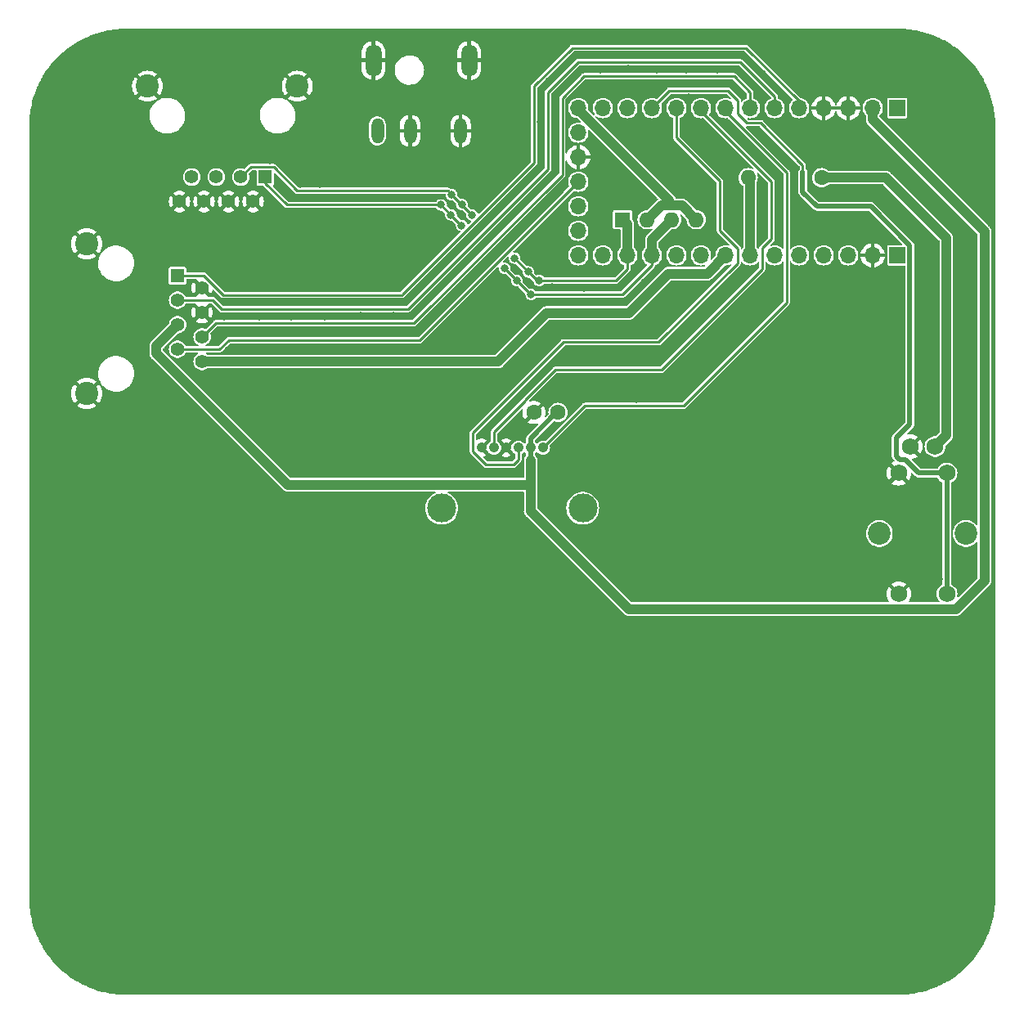
<source format=gtl>
G04 #@! TF.GenerationSoftware,KiCad,Pcbnew,7.0.1*
G04 #@! TF.CreationDate,2024-08-21T15:00:38-07:00*
G04 #@! TF.ProjectId,Dual encoder controller,4475616c-2065-46e6-936f-64657220636f,rev?*
G04 #@! TF.SameCoordinates,Original*
G04 #@! TF.FileFunction,Copper,L1,Top*
G04 #@! TF.FilePolarity,Positive*
%FSLAX46Y46*%
G04 Gerber Fmt 4.6, Leading zero omitted, Abs format (unit mm)*
G04 Created by KiCad (PCBNEW 7.0.1) date 2024-08-21 15:00:38*
%MOMM*%
%LPD*%
G01*
G04 APERTURE LIST*
G04 #@! TA.AperFunction,ComponentPad*
%ADD10O,1.308000X2.616000*%
G04 #@! TD*
G04 #@! TA.AperFunction,ComponentPad*
%ADD11O,1.660000X3.320000*%
G04 #@! TD*
G04 #@! TA.AperFunction,ComponentPad*
%ADD12C,3.000000*%
G04 #@! TD*
G04 #@! TA.AperFunction,ComponentPad*
%ADD13C,1.070000*%
G04 #@! TD*
G04 #@! TA.AperFunction,WasherPad*
%ADD14C,2.362200*%
G04 #@! TD*
G04 #@! TA.AperFunction,ComponentPad*
%ADD15C,1.752600*%
G04 #@! TD*
G04 #@! TA.AperFunction,ComponentPad*
%ADD16R,1.600000X1.600000*%
G04 #@! TD*
G04 #@! TA.AperFunction,ComponentPad*
%ADD17O,1.600000X1.600000*%
G04 #@! TD*
G04 #@! TA.AperFunction,ComponentPad*
%ADD18R,1.700000X1.700000*%
G04 #@! TD*
G04 #@! TA.AperFunction,ComponentPad*
%ADD19O,1.700000X1.700000*%
G04 #@! TD*
G04 #@! TA.AperFunction,ComponentPad*
%ADD20R,1.408000X1.408000*%
G04 #@! TD*
G04 #@! TA.AperFunction,ComponentPad*
%ADD21C,1.408000*%
G04 #@! TD*
G04 #@! TA.AperFunction,ComponentPad*
%ADD22C,2.400000*%
G04 #@! TD*
G04 #@! TA.AperFunction,ComponentPad*
%ADD23C,1.600000*%
G04 #@! TD*
G04 #@! TA.AperFunction,ViaPad*
%ADD24C,0.800000*%
G04 #@! TD*
G04 #@! TA.AperFunction,Conductor*
%ADD25C,0.250000*%
G04 #@! TD*
G04 #@! TA.AperFunction,Conductor*
%ADD26C,1.000000*%
G04 #@! TD*
G04 #@! TA.AperFunction,Conductor*
%ADD27C,0.500000*%
G04 #@! TD*
G04 APERTURE END LIST*
D10*
X151052500Y-60570000D03*
X159652500Y-60570000D03*
X154452500Y-60570000D03*
D11*
X160552500Y-53270000D03*
X150652500Y-53270000D03*
D12*
X172302500Y-99622300D03*
X157697500Y-99622300D03*
D13*
X168175000Y-93373900D03*
X166905000Y-93373900D03*
X165635000Y-93373900D03*
X164365000Y-93373900D03*
X163095000Y-93373900D03*
X161825000Y-93373900D03*
D14*
X203000002Y-102250000D03*
X212000000Y-102250000D03*
D15*
X205000001Y-108500000D03*
X205000001Y-96000000D03*
X210000001Y-108500000D03*
X210000001Y-96000000D03*
X206230001Y-93250000D03*
X208770001Y-93250000D03*
D16*
X176425000Y-69760000D03*
D17*
X178965000Y-69760000D03*
X181505000Y-69760000D03*
X184045000Y-69760000D03*
D18*
X204855000Y-58210000D03*
D19*
X202315000Y-58210000D03*
X199775000Y-58210000D03*
X197235000Y-58210000D03*
X194695000Y-58210000D03*
X192155000Y-58210000D03*
X189615000Y-58210000D03*
X187075000Y-58210000D03*
X184535000Y-58210000D03*
X181995000Y-58210000D03*
X179455000Y-58210000D03*
X176915000Y-58210000D03*
X174375000Y-58210000D03*
X171835000Y-58210000D03*
X171835000Y-60750000D03*
X171845000Y-63280000D03*
X171835000Y-65830000D03*
X171835000Y-68370000D03*
X171835000Y-70910000D03*
X171835000Y-73450000D03*
X174375000Y-73450000D03*
X176915000Y-73450000D03*
X179455000Y-73450000D03*
X181995000Y-73450000D03*
X184535000Y-73450000D03*
X187075000Y-73450000D03*
X189615000Y-73450000D03*
X192155000Y-73450000D03*
X194695000Y-73450000D03*
X197235000Y-73450000D03*
X199775000Y-73450000D03*
X202315000Y-73450000D03*
D18*
X204855000Y-73450000D03*
D20*
X139445000Y-65350000D03*
D21*
X138175000Y-67890000D03*
X136905000Y-65350000D03*
X135635000Y-67890000D03*
X134365000Y-65350000D03*
X133095000Y-67890000D03*
X131825000Y-65350000D03*
X130555000Y-67890000D03*
D22*
X142750000Y-55950000D03*
X127250000Y-55950000D03*
D23*
X197045000Y-65410000D03*
D17*
X189425000Y-65410000D03*
D20*
X130350000Y-75555000D03*
D21*
X132890000Y-76825000D03*
X130350000Y-78095000D03*
X132890000Y-79365000D03*
X130350000Y-80635000D03*
X132890000Y-81905000D03*
X130350000Y-83175000D03*
X132890000Y-84445000D03*
D22*
X120950000Y-72250000D03*
X120950000Y-87750000D03*
D23*
X167240000Y-89720000D03*
X169740000Y-89720000D03*
D24*
X145520000Y-83270000D03*
X116030000Y-100730000D03*
X210370000Y-111250000D03*
X143730000Y-67490000D03*
X211110000Y-84820000D03*
X134140000Y-149300000D03*
X194660000Y-62190000D03*
X116030000Y-93110000D03*
X202110000Y-60970000D03*
X177900000Y-68780000D03*
X170820000Y-75310000D03*
X197640000Y-149300000D03*
X117140000Y-143720000D03*
X174780000Y-149300000D03*
X151920000Y-149300000D03*
X190760000Y-56960000D03*
X116030000Y-103270000D03*
X116030000Y-136290000D03*
X116030000Y-70250000D03*
X210890000Y-105200000D03*
X164150000Y-82170000D03*
X208700000Y-91450000D03*
X163020000Y-75740000D03*
X178630000Y-55680000D03*
X167970000Y-59680000D03*
X116030000Y-133750000D03*
X167980000Y-74870000D03*
X192660000Y-76810000D03*
X152880000Y-66030000D03*
X147800000Y-68960000D03*
X169450000Y-61910000D03*
X175770000Y-52710000D03*
X193990000Y-111210000D03*
X154020000Y-67490000D03*
X163540000Y-73090000D03*
X131760000Y-85590000D03*
X157560000Y-83200000D03*
X156150000Y-80470000D03*
X144300000Y-50800000D03*
X212750000Y-86800000D03*
X171580000Y-102940000D03*
X141970000Y-67470000D03*
X178220000Y-74390000D03*
X149350000Y-76790000D03*
X157530000Y-69310000D03*
X199750000Y-64250000D03*
X134420000Y-85810000D03*
X213740000Y-117080000D03*
X180710000Y-74330000D03*
X131600000Y-50800000D03*
X177880000Y-111230000D03*
X202250000Y-52020000D03*
X146350000Y-67490000D03*
X211150000Y-79610000D03*
X166940000Y-82800000D03*
X211880000Y-145390000D03*
X184890000Y-52710000D03*
X171590000Y-106200000D03*
X158420000Y-78200000D03*
X126520000Y-149300000D03*
X175510000Y-55660000D03*
X169700000Y-149300000D03*
X116030000Y-115970000D03*
X140290000Y-67890000D03*
X139220000Y-50800000D03*
X211470000Y-107510000D03*
X208920000Y-147910000D03*
X212700000Y-91200000D03*
X213740000Y-139940000D03*
X161560000Y-68530000D03*
X177820000Y-88310000D03*
X138690000Y-83270000D03*
X196090000Y-108920000D03*
X164240000Y-98480000D03*
X184520000Y-82430000D03*
X116030000Y-105810000D03*
X159740000Y-69300000D03*
X123980000Y-149300000D03*
X169300000Y-100640000D03*
X175640000Y-74270000D03*
X116030000Y-65170000D03*
X145050000Y-66040000D03*
X168900000Y-103590000D03*
X165850000Y-72890000D03*
X186540000Y-72030000D03*
X154240000Y-81470000D03*
X202720000Y-149300000D03*
X210010000Y-65390000D03*
X176610000Y-107960000D03*
X193330000Y-57190000D03*
X181340000Y-55660000D03*
X170090000Y-52020000D03*
X168380000Y-92120000D03*
X185530000Y-69950000D03*
X184590000Y-79620000D03*
X137050000Y-81460000D03*
X187480000Y-149300000D03*
X165690000Y-95950000D03*
X179980000Y-108940000D03*
X140720000Y-85710000D03*
X192990000Y-54720000D03*
X203940000Y-94600000D03*
X214480000Y-108150000D03*
X205780000Y-69880000D03*
X167090000Y-79250000D03*
X155480000Y-83010000D03*
X146840000Y-149300000D03*
X134990000Y-76390000D03*
X160620000Y-94670000D03*
X210890000Y-97580000D03*
X116030000Y-138830000D03*
X116030000Y-82950000D03*
X172410000Y-76790000D03*
X184940000Y-149300000D03*
X167820000Y-64360000D03*
X176960000Y-54170000D03*
X189270000Y-61890000D03*
X162660000Y-52020000D03*
X158610000Y-73580000D03*
X141630000Y-64610000D03*
X123980000Y-50800000D03*
X181700000Y-111210000D03*
X160900000Y-75720000D03*
X143330000Y-96070000D03*
X164460000Y-69810000D03*
X194160000Y-75380000D03*
X192650000Y-69900000D03*
X179890000Y-64800000D03*
X176590000Y-78250000D03*
X165780000Y-98790000D03*
X173760000Y-88290000D03*
X197820000Y-52000000D03*
X149380000Y-149300000D03*
X209090000Y-102630000D03*
X184680000Y-59720000D03*
X159650000Y-85690000D03*
X182810000Y-60060000D03*
X165620000Y-88180000D03*
X194350000Y-52030000D03*
X155280000Y-68970000D03*
X157640000Y-66030000D03*
X167160000Y-149300000D03*
X171090000Y-55200000D03*
X116030000Y-88030000D03*
X187610000Y-76650000D03*
X212720000Y-98690000D03*
X205250000Y-79320000D03*
X171510000Y-86060000D03*
X139340000Y-93130000D03*
X192170000Y-108940000D03*
X152230000Y-98350000D03*
X139930000Y-63590000D03*
X145100000Y-68960000D03*
X152690000Y-76790000D03*
X191650000Y-79040000D03*
X192230000Y-62480000D03*
X166510000Y-61620000D03*
X212300000Y-110600000D03*
X168240000Y-94770000D03*
X152720000Y-79740000D03*
X185730000Y-66610000D03*
X159820000Y-67150000D03*
X116030000Y-98190000D03*
X191560000Y-64340000D03*
X166620000Y-101290000D03*
X151610000Y-85790000D03*
X165860000Y-85760000D03*
X172720000Y-55680000D03*
X213740000Y-137400000D03*
X116030000Y-90570000D03*
X150590000Y-66030000D03*
X188470000Y-71720000D03*
X171280000Y-89190000D03*
X200570000Y-111210000D03*
X116030000Y-131210000D03*
X140810000Y-66300000D03*
X172880000Y-67120000D03*
X136200000Y-93230000D03*
X181610000Y-76640000D03*
X142130000Y-76800000D03*
X172240000Y-149300000D03*
X188460000Y-66640000D03*
X155450000Y-85710000D03*
X185850000Y-64080000D03*
X212970000Y-66590000D03*
X161310000Y-72960000D03*
X168680000Y-53450000D03*
X172600000Y-90010000D03*
X186640000Y-61710000D03*
X199640000Y-69260000D03*
X192670000Y-60210000D03*
X190880000Y-59030000D03*
X175880000Y-110470000D03*
X202870000Y-67250000D03*
X209080000Y-98780000D03*
X143890000Y-78280000D03*
X137210000Y-85790000D03*
X138820000Y-79750000D03*
X159540000Y-149300000D03*
X178670000Y-76260000D03*
X206920000Y-52540000D03*
X205260000Y-149300000D03*
X188780000Y-54670000D03*
X154090000Y-96070000D03*
X186220000Y-54190000D03*
X207240000Y-111230000D03*
X187310000Y-69450000D03*
X207820000Y-82000000D03*
X155870000Y-98380000D03*
X157000000Y-149300000D03*
X196270000Y-69250000D03*
X167940000Y-68660000D03*
X160770000Y-78030000D03*
X180620000Y-83560000D03*
X205250000Y-89420000D03*
X116030000Y-85490000D03*
X194280000Y-67570000D03*
X149010000Y-98350000D03*
X190870000Y-71250000D03*
X126520000Y-50800000D03*
X170480000Y-78270000D03*
X197690000Y-67070000D03*
X174270000Y-105550000D03*
X158270000Y-80470000D03*
X212720000Y-94890000D03*
X162660000Y-96080000D03*
X135600000Y-83300000D03*
X190400000Y-52040000D03*
X174140000Y-54190000D03*
X169450000Y-64490000D03*
X139220000Y-149300000D03*
X116030000Y-123590000D03*
X150650000Y-96070000D03*
X211180000Y-75110000D03*
X213740000Y-124700000D03*
X154570000Y-75520000D03*
X166790000Y-76320000D03*
X129060000Y-149300000D03*
X211210000Y-55610000D03*
X156460000Y-73650000D03*
X143050000Y-66040000D03*
X143890000Y-85710000D03*
X179980000Y-54190000D03*
X210890000Y-100120000D03*
X131370000Y-81980000D03*
X204440000Y-111200000D03*
X175110000Y-81640000D03*
X184160000Y-88630000D03*
X213740000Y-129780000D03*
X169590000Y-82060000D03*
X147560000Y-78280000D03*
X166300000Y-52010000D03*
X149380000Y-50800000D03*
X116030000Y-80410000D03*
X145620000Y-76800000D03*
X185040000Y-76490000D03*
X154460000Y-50800000D03*
X212960000Y-60950000D03*
X170520000Y-92150000D03*
X210790000Y-92930000D03*
X116030000Y-60090000D03*
X187030000Y-59750000D03*
X202670000Y-108920000D03*
X158350000Y-96070000D03*
X145190000Y-98330000D03*
X169460000Y-57660000D03*
X169150000Y-76780000D03*
X165610000Y-71010000D03*
X116030000Y-108350000D03*
X141470000Y-98380000D03*
X179260000Y-81710000D03*
X165420000Y-91380000D03*
X179520000Y-67600000D03*
X149220000Y-83250000D03*
X175640000Y-89810000D03*
X187060000Y-83630000D03*
X195100000Y-149300000D03*
X188650000Y-63890000D03*
X212750000Y-81930000D03*
X127170000Y-84160000D03*
X183800000Y-108920000D03*
X208150000Y-108920000D03*
X209140000Y-106940000D03*
X168080000Y-97520000D03*
X185900000Y-111230000D03*
X161480000Y-83200000D03*
X163700000Y-66380000D03*
X194200000Y-72010000D03*
X161320000Y-70880000D03*
X158670000Y-68220000D03*
X134140000Y-50800000D03*
X172240000Y-80590000D03*
X177710000Y-62630000D03*
X213740000Y-142480000D03*
X141760000Y-149300000D03*
X145600000Y-79750000D03*
X199760000Y-108940000D03*
X205260000Y-75140000D03*
X173300000Y-61370000D03*
X116030000Y-113430000D03*
X147250000Y-81480000D03*
X182400000Y-149300000D03*
X196220000Y-64110000D03*
X213740000Y-122160000D03*
X177320000Y-149300000D03*
X142230000Y-83300000D03*
X169980000Y-68770000D03*
X195330000Y-56750000D03*
X212720000Y-105630000D03*
X137410000Y-63790000D03*
X190920000Y-68380000D03*
X153090000Y-83250000D03*
X203240000Y-70780000D03*
X136680000Y-50800000D03*
X140620000Y-78280000D03*
X189130000Y-75080000D03*
X147610000Y-85760000D03*
X119300000Y-146180000D03*
X162910000Y-90900000D03*
X175180000Y-86070000D03*
X116030000Y-67710000D03*
X163540000Y-85760000D03*
X179860000Y-149300000D03*
X172120000Y-52720000D03*
X168800000Y-55420000D03*
X160130000Y-91330000D03*
X116030000Y-141370000D03*
X192560000Y-149300000D03*
X176480000Y-76390000D03*
X149280000Y-79740000D03*
X180390000Y-89800000D03*
X167890000Y-66380000D03*
X165410000Y-74940000D03*
X190890000Y-66130000D03*
X200180000Y-149300000D03*
X203890000Y-92080000D03*
X178570000Y-52710000D03*
X190130000Y-60500000D03*
X205250000Y-84390000D03*
X173110000Y-83910000D03*
X205130000Y-60590000D03*
X170040000Y-66530000D03*
X136650000Y-90440000D03*
X142730000Y-68960000D03*
X129010000Y-86020000D03*
X178950000Y-79280000D03*
X213740000Y-127240000D03*
X194090000Y-78700000D03*
X150440000Y-68960000D03*
X213740000Y-114540000D03*
X158870000Y-71220000D03*
X213740000Y-132320000D03*
X162940000Y-88610000D03*
X156280000Y-75910000D03*
X132620000Y-74810000D03*
X213740000Y-134860000D03*
X182710000Y-70670000D03*
X156060000Y-78190000D03*
X140370000Y-81470000D03*
X165940000Y-64160000D03*
X178260000Y-71310000D03*
X181990000Y-52710000D03*
X116620000Y-56750000D03*
X134290000Y-82400000D03*
X144300000Y-149300000D03*
X151650000Y-67490000D03*
X138860000Y-95890000D03*
X174210000Y-75310000D03*
X188520000Y-56480000D03*
X180710000Y-59010000D03*
X116030000Y-128670000D03*
X187880000Y-52710000D03*
X211090000Y-89250000D03*
X175190000Y-63260000D03*
X147100000Y-96070000D03*
X187460000Y-79390000D03*
X182180000Y-62500000D03*
X197660000Y-111230000D03*
X158480000Y-75780000D03*
X167680000Y-71080000D03*
X116030000Y-75330000D03*
X149370000Y-67500000D03*
X170960000Y-59500000D03*
X190600000Y-82240000D03*
X165610000Y-68660000D03*
X147850000Y-66030000D03*
X181640000Y-79930000D03*
X151100000Y-81470000D03*
X173930000Y-108610000D03*
X121610000Y-148120000D03*
X186860000Y-86110000D03*
X160950000Y-98350000D03*
X174370000Y-78250000D03*
X116030000Y-121050000D03*
X182160000Y-67080000D03*
X152810000Y-68970000D03*
X142090000Y-79750000D03*
X151920000Y-50800000D03*
X133770000Y-87620000D03*
X166490000Y-57110000D03*
X116030000Y-110890000D03*
X175710000Y-60640000D03*
X213740000Y-112000000D03*
X211110000Y-71130000D03*
X136680000Y-149300000D03*
X192660000Y-66580000D03*
X155310000Y-66030000D03*
X129060000Y-50800000D03*
X183240000Y-57140000D03*
X184520000Y-55650000D03*
X177040000Y-65120000D03*
X190860000Y-54670000D03*
X116030000Y-72790000D03*
X183050000Y-54190000D03*
X135190000Y-79750000D03*
X180420000Y-86080000D03*
X208610000Y-72240000D03*
X146840000Y-50800000D03*
X131600000Y-149300000D03*
X204210000Y-64320000D03*
X213740000Y-119620000D03*
X208020000Y-87130000D03*
X184370000Y-68320000D03*
X154460000Y-149300000D03*
X169260000Y-84540000D03*
X190070000Y-111230000D03*
X207270000Y-62630000D03*
X165720000Y-66450000D03*
X188000000Y-108940000D03*
X163710000Y-68480000D03*
X151020000Y-78280000D03*
X208070000Y-77320000D03*
X194080000Y-64410000D03*
X128330000Y-81040000D03*
X116030000Y-118510000D03*
X153980000Y-78210000D03*
X116030000Y-126130000D03*
X162080000Y-149300000D03*
X157000000Y-50800000D03*
X120810000Y-51750000D03*
X118150000Y-53890000D03*
X177560000Y-83890000D03*
X164920000Y-77100000D03*
X185830000Y-57150000D03*
X138570000Y-76790000D03*
X182420000Y-88260000D03*
X212720000Y-77050000D03*
X133330000Y-90340000D03*
X208670000Y-95100000D03*
X116030000Y-95650000D03*
X183260000Y-74240000D03*
X116030000Y-77870000D03*
X207640000Y-67210000D03*
X116030000Y-62630000D03*
X141760000Y-50800000D03*
X131070000Y-88080000D03*
X143830000Y-81460000D03*
X191590000Y-75180000D03*
X136940000Y-78280000D03*
X164620000Y-149300000D03*
X190020000Y-149300000D03*
X156480000Y-67490000D03*
X166680000Y-75170000D03*
X160845048Y-69275048D03*
X159780000Y-68210000D03*
X165250000Y-73740000D03*
X158735000Y-67165000D03*
X167810000Y-76050000D03*
X164190000Y-74780000D03*
X166960000Y-77520000D03*
X158660000Y-69250000D03*
X165495000Y-76085000D03*
X159765048Y-70355048D03*
X157640000Y-68230000D03*
D25*
X187075000Y-58535000D02*
X187075000Y-58210000D01*
X193405000Y-78355000D02*
X193405000Y-64865000D01*
X168175000Y-93373900D02*
X172508900Y-89040000D01*
X172508900Y-89040000D02*
X182720000Y-89040000D01*
X182720000Y-89040000D02*
X193405000Y-78355000D01*
X193405000Y-64865000D02*
X187075000Y-58535000D01*
X187075000Y-58210000D02*
X187075000Y-58635000D01*
D26*
X141780000Y-97210000D02*
X166905000Y-97210000D01*
X213881100Y-107118900D02*
X213881100Y-70978181D01*
X202315000Y-59412081D02*
X202315000Y-58210000D01*
X166905000Y-99905000D02*
X177076300Y-110076300D01*
D27*
X166905000Y-92392918D02*
X169577918Y-89720000D01*
D26*
X213881100Y-70978181D02*
X202315000Y-59412081D01*
X128600000Y-82385000D02*
X128585000Y-82385000D01*
X130350000Y-80635000D02*
X128600000Y-82385000D01*
D27*
X166905000Y-93373900D02*
X166905000Y-94695000D01*
D26*
X128140000Y-82830000D02*
X128140000Y-83570000D01*
X166905000Y-94695000D02*
X166905000Y-97210000D01*
X210923700Y-110076300D02*
X213881100Y-107118900D01*
X166905000Y-97210000D02*
X166905000Y-99905000D01*
X128585000Y-82385000D02*
X128140000Y-82830000D01*
X177076300Y-110076300D02*
X210923700Y-110076300D01*
D27*
X166905000Y-93373900D02*
X166905000Y-92392918D01*
X169577918Y-89720000D02*
X169740000Y-89720000D01*
D26*
X128140000Y-83570000D02*
X141780000Y-97210000D01*
D25*
X186490000Y-70880000D02*
X186490000Y-65770000D01*
X188330000Y-74280000D02*
X188330000Y-72720000D01*
X160928500Y-93745243D02*
X160928500Y-91831500D01*
X180160000Y-82450000D02*
X188330000Y-74280000D01*
X181995000Y-61275000D02*
X181995000Y-58210000D01*
X165635000Y-93373900D02*
X165635000Y-94605000D01*
X165635000Y-94605000D02*
X165120000Y-95120000D01*
X160928500Y-91831500D02*
X170310000Y-82450000D01*
X165120000Y-95120000D02*
X162303257Y-95120000D01*
X188330000Y-72720000D02*
X186490000Y-70880000D01*
X170310000Y-82450000D02*
X180160000Y-82450000D01*
X162303257Y-95120000D02*
X160928500Y-93745243D01*
X186490000Y-65770000D02*
X181995000Y-61275000D01*
X166345000Y-88435000D02*
X166345000Y-88490305D01*
X166345000Y-88490305D02*
X163095000Y-91740305D01*
X163095000Y-91740305D02*
X163095000Y-93373900D01*
X191840000Y-71750000D02*
X190880000Y-72710000D01*
X190880000Y-72710000D02*
X190880000Y-74850000D01*
X169480000Y-85300000D02*
X166345000Y-88435000D01*
X190880000Y-74850000D02*
X180430000Y-85300000D01*
X180430000Y-85300000D02*
X169480000Y-85300000D01*
X184535000Y-58210000D02*
X184535000Y-58525000D01*
X184535000Y-58525000D02*
X191840000Y-65830000D01*
X191840000Y-65830000D02*
X191840000Y-71750000D01*
D26*
X209930000Y-71645000D02*
X209930000Y-92090001D01*
X203695000Y-65410000D02*
X209930000Y-71645000D01*
X209930000Y-92090001D02*
X208770001Y-93250000D01*
X203695000Y-65410000D02*
X197045000Y-65410000D01*
X189615000Y-65600000D02*
X189425000Y-65410000D01*
X189615000Y-73450000D02*
X189615000Y-65600000D01*
D25*
X136905000Y-65350000D02*
X137934000Y-64321000D01*
X176915000Y-74895000D02*
X176915000Y-73450000D01*
D26*
X176915000Y-73450000D02*
X176915000Y-70250000D01*
D25*
X142750000Y-66760000D02*
X142760000Y-66770000D01*
X167810000Y-76050000D02*
X175770000Y-76050000D01*
X137934000Y-64321000D02*
X140301000Y-64321000D01*
X142760000Y-66770000D02*
X143424695Y-66770000D01*
X166680000Y-75170000D02*
X165250000Y-73740000D01*
X158335000Y-66765000D02*
X158735000Y-67165000D01*
X143424695Y-66770000D02*
X143429695Y-66765000D01*
X160845048Y-69275048D02*
X158735000Y-67165000D01*
X143429695Y-66765000D02*
X158335000Y-66765000D01*
X176920000Y-74900000D02*
X176915000Y-74895000D01*
X167560000Y-76050000D02*
X166680000Y-75170000D01*
X158735000Y-67165000D02*
X159780000Y-68210000D01*
X175770000Y-76050000D02*
X176920000Y-74900000D01*
D26*
X176915000Y-70250000D02*
X176425000Y-69760000D01*
D25*
X140301000Y-64321000D02*
X142745000Y-66765000D01*
X167810000Y-76050000D02*
X167560000Y-76050000D01*
X142745000Y-66765000D02*
X142750000Y-66760000D01*
X141680000Y-68230000D02*
X139445000Y-65995000D01*
X166965000Y-77525000D02*
X166960000Y-77520000D01*
X166930000Y-77520000D02*
X165495000Y-76085000D01*
X179455000Y-73450000D02*
X179455000Y-74449695D01*
X165495000Y-76085000D02*
X164190000Y-74780000D01*
X139445000Y-65995000D02*
X139445000Y-65350000D01*
X166955000Y-77525000D02*
X166935000Y-77525000D01*
X159765048Y-70355048D02*
X157640000Y-68230000D01*
X176379695Y-77525000D02*
X174670305Y-77525000D01*
X170405000Y-77525000D02*
X166965000Y-77525000D01*
X174670305Y-77525000D02*
X170405000Y-77525000D01*
D26*
X179455000Y-73450000D02*
X179455000Y-71810000D01*
D25*
X157640000Y-68230000D02*
X141680000Y-68230000D01*
D26*
X179455000Y-71810000D02*
X181505000Y-69760000D01*
D25*
X179455000Y-74449695D02*
X176379695Y-77525000D01*
X159765048Y-70355048D02*
X158660000Y-69250000D01*
X166960000Y-77520000D02*
X166955000Y-77525000D01*
X166960000Y-77520000D02*
X166930000Y-77520000D01*
X166935000Y-77525000D02*
X165495000Y-76085000D01*
D26*
X182545000Y-68260000D02*
X184045000Y-69760000D01*
X181250000Y-68260000D02*
X182545000Y-68260000D01*
X171835000Y-58210000D02*
X171835000Y-58345000D01*
X171835000Y-58345000D02*
X181250000Y-67760000D01*
X178965000Y-69760000D02*
X180465000Y-68260000D01*
X181250000Y-67760000D02*
X181250000Y-68260000D01*
X180465000Y-68260000D02*
X181250000Y-68260000D01*
D27*
X205100000Y-94600000D02*
X205670000Y-94600000D01*
X204750000Y-94250000D02*
X205100000Y-94600000D01*
X202125000Y-68380000D02*
X206155000Y-72410000D01*
D25*
X189280000Y-59760000D02*
X188340000Y-58820000D01*
D27*
X210000001Y-96000000D02*
X210000001Y-108500000D01*
X195075000Y-64840000D02*
X195075000Y-66880000D01*
X206155000Y-90955000D02*
X204750000Y-92360000D01*
X206155000Y-72410000D02*
X206155000Y-90955000D01*
X205670000Y-94600000D02*
X207070000Y-96000000D01*
X196575000Y-68380000D02*
X202125000Y-68380000D01*
D25*
X187330000Y-56400000D02*
X181265000Y-56400000D01*
X188340000Y-58820000D02*
X188340000Y-57410000D01*
X190740000Y-59760000D02*
X195075000Y-64095000D01*
X195075000Y-64095000D02*
X195075000Y-64840000D01*
D27*
X207070000Y-96000000D02*
X210000001Y-96000000D01*
D25*
X188340000Y-57410000D02*
X187330000Y-56400000D01*
D27*
X195075000Y-66880000D02*
X196575000Y-68380000D01*
D25*
X189280000Y-59760000D02*
X190740000Y-59760000D01*
X181265000Y-56400000D02*
X179455000Y-58210000D01*
D27*
X204750000Y-92360000D02*
X204750000Y-94250000D01*
D25*
X153614695Y-77550000D02*
X153614695Y-77530000D01*
X153614695Y-77530000D02*
X167250000Y-63894695D01*
X133075226Y-75555000D02*
X135075226Y-77555000D01*
X167245000Y-59980305D02*
X167245000Y-55949695D01*
X167250000Y-63894695D02*
X167250000Y-59985305D01*
X189205000Y-51985000D02*
X194695000Y-57475000D01*
X167250000Y-59985305D02*
X167245000Y-59980305D01*
X135075226Y-77555000D02*
X135080226Y-77550000D01*
X167245000Y-55949695D02*
X171209695Y-51985000D01*
X130350000Y-75555000D02*
X133075226Y-75555000D01*
X171209695Y-51985000D02*
X189205000Y-51985000D01*
X135080226Y-77550000D02*
X153614695Y-77550000D01*
X194695000Y-57475000D02*
X194695000Y-58210000D01*
X130350000Y-78095000D02*
X134010000Y-78095000D01*
X168710000Y-64514695D02*
X168710000Y-56554695D01*
X134950000Y-79015000D02*
X154209695Y-79015000D01*
X154209695Y-79015000D02*
X168710000Y-64514695D01*
X192155000Y-57015000D02*
X192155000Y-58210000D01*
X171819695Y-53445000D02*
X188585000Y-53445000D01*
X188585000Y-53445000D02*
X192155000Y-57015000D01*
X134010000Y-78095000D02*
X134940000Y-79025000D01*
X134940000Y-79025000D02*
X134950000Y-79015000D01*
X168710000Y-56554695D02*
X171819695Y-53445000D01*
X134315000Y-80480000D02*
X132890000Y-81905000D01*
X187990305Y-54925000D02*
X172415000Y-54925000D01*
X172415000Y-54925000D02*
X170190000Y-57150000D01*
X189615000Y-56549695D02*
X187990305Y-54925000D01*
X170190000Y-57150000D02*
X170190000Y-65110000D01*
X170190000Y-65110000D02*
X154820000Y-80480000D01*
X189615000Y-58210000D02*
X189615000Y-56549695D01*
X154820000Y-80480000D02*
X134315000Y-80480000D01*
X170590000Y-67090000D02*
X170590000Y-67075000D01*
X155450000Y-82230000D02*
X170590000Y-67090000D01*
X135644695Y-82230000D02*
X155450000Y-82230000D01*
X170590000Y-67075000D02*
X171835000Y-65830000D01*
X134699695Y-83175000D02*
X135644695Y-82230000D01*
X130350000Y-83175000D02*
X134699695Y-83175000D01*
D26*
X163535000Y-84445000D02*
X132890000Y-84445000D01*
X168560000Y-79420000D02*
X163535000Y-84445000D01*
X181160000Y-75350000D02*
X177090000Y-79420000D01*
X187075000Y-73450000D02*
X185175000Y-75350000D01*
X177090000Y-79420000D02*
X168560000Y-79420000D01*
X185175000Y-75350000D02*
X181160000Y-75350000D01*
G04 #@! TA.AperFunction,Conductor*
G36*
X190602841Y-60091133D02*
G01*
X190626848Y-60107174D01*
X194727826Y-64208152D01*
X194743867Y-64232159D01*
X194749500Y-64260478D01*
X194749500Y-64494871D01*
X194736641Y-64536557D01*
X194664528Y-64642324D01*
X194638930Y-64725316D01*
X194630445Y-64752826D01*
X194624500Y-64772099D01*
X194624500Y-66850542D01*
X194624035Y-66858826D01*
X194619730Y-66897035D01*
X194630533Y-66954131D01*
X194630988Y-66956807D01*
X194634468Y-66979892D01*
X194639786Y-67015178D01*
X194644559Y-67029680D01*
X194644976Y-67030470D01*
X194644977Y-67030472D01*
X194662989Y-67064552D01*
X194672124Y-67081837D01*
X194673370Y-67084305D01*
X194698963Y-67137448D01*
X194707804Y-67149908D01*
X194749515Y-67191619D01*
X194751435Y-67193612D01*
X194791556Y-67236852D01*
X194805274Y-67247378D01*
X196235626Y-68677730D01*
X196241148Y-68683909D01*
X196243036Y-68686276D01*
X196265123Y-68713972D01*
X196313124Y-68746699D01*
X196315381Y-68748300D01*
X196362117Y-68782793D01*
X196362118Y-68782793D01*
X196362840Y-68783326D01*
X196376469Y-68790206D01*
X196377323Y-68790469D01*
X196377327Y-68790472D01*
X196430355Y-68806828D01*
X196432858Y-68807600D01*
X196435476Y-68808462D01*
X196478549Y-68823534D01*
X196491146Y-68827942D01*
X196506198Y-68830500D01*
X196507098Y-68830500D01*
X196565196Y-68830500D01*
X196567962Y-68830551D01*
X196626010Y-68832724D01*
X196626011Y-68832723D01*
X196626906Y-68832757D01*
X196644051Y-68830500D01*
X201907744Y-68830500D01*
X201936063Y-68836133D01*
X201960070Y-68852174D01*
X203721020Y-70613124D01*
X205381071Y-72273174D01*
X205401323Y-72311063D01*
X205397112Y-72353819D01*
X205369857Y-72387029D01*
X205328745Y-72399500D01*
X203985252Y-72399500D01*
X203926770Y-72411132D01*
X203860448Y-72455448D01*
X203816132Y-72521770D01*
X203804500Y-72580252D01*
X203804500Y-74319748D01*
X203816132Y-74378229D01*
X203816132Y-74378230D01*
X203816133Y-74378231D01*
X203860448Y-74444552D01*
X203926769Y-74488867D01*
X203985252Y-74500500D01*
X205630500Y-74500500D01*
X205667500Y-74510414D01*
X205694586Y-74537500D01*
X205704500Y-74574500D01*
X205704500Y-90737744D01*
X205698867Y-90766063D01*
X205682826Y-90790070D01*
X204452276Y-92020619D01*
X204446091Y-92026147D01*
X204416027Y-92050123D01*
X204383297Y-92098128D01*
X204381698Y-92100383D01*
X204346675Y-92147839D01*
X204339789Y-92161477D01*
X204326386Y-92204929D01*
X204322630Y-92217111D01*
X204322406Y-92217836D01*
X204321541Y-92220464D01*
X204302060Y-92276139D01*
X204299500Y-92291211D01*
X204299500Y-92350197D01*
X204299448Y-92352964D01*
X204297242Y-92411906D01*
X204299500Y-92429051D01*
X204299500Y-94220542D01*
X204299035Y-94228826D01*
X204294730Y-94267035D01*
X204305533Y-94324131D01*
X204305987Y-94326800D01*
X204311902Y-94366040D01*
X204314786Y-94385178D01*
X204319559Y-94399680D01*
X204319976Y-94400470D01*
X204319977Y-94400472D01*
X204338177Y-94434908D01*
X204347124Y-94451837D01*
X204348370Y-94454305D01*
X204373963Y-94507448D01*
X204382804Y-94519908D01*
X204424513Y-94561617D01*
X204426432Y-94563609D01*
X204448654Y-94587559D01*
X204466556Y-94606852D01*
X204480274Y-94617378D01*
X204553353Y-94690457D01*
X204574246Y-94732058D01*
X204566162Y-94777903D01*
X204532301Y-94809850D01*
X204359414Y-94890470D01*
X204249956Y-94967112D01*
X206032888Y-96750044D01*
X206109530Y-96640589D01*
X206203911Y-96438187D01*
X206261712Y-96222469D01*
X206279551Y-96018575D01*
X206294561Y-95979976D01*
X206327959Y-95955487D01*
X206369286Y-95952778D01*
X206405595Y-95972698D01*
X206730622Y-96297725D01*
X206736144Y-96303904D01*
X206760121Y-96333970D01*
X206760123Y-96333972D01*
X206808137Y-96366708D01*
X206810393Y-96368309D01*
X206857842Y-96403328D01*
X206871472Y-96410208D01*
X206872326Y-96410471D01*
X206872327Y-96410472D01*
X206917850Y-96424513D01*
X206927867Y-96427603D01*
X206930486Y-96428465D01*
X206950590Y-96435500D01*
X206986146Y-96447942D01*
X207001205Y-96450500D01*
X207002098Y-96450500D01*
X207060197Y-96450500D01*
X207062963Y-96450551D01*
X207121010Y-96452724D01*
X207121011Y-96452723D01*
X207121906Y-96452757D01*
X207139051Y-96450500D01*
X208975595Y-96450500D01*
X209014551Y-96461584D01*
X209041837Y-96491515D01*
X209080565Y-96569292D01*
X209200826Y-96728542D01*
X209200827Y-96728543D01*
X209348304Y-96862986D01*
X209410918Y-96901755D01*
X209514457Y-96965864D01*
X209540149Y-96992771D01*
X209549501Y-97028780D01*
X209549501Y-107471220D01*
X209540149Y-107507229D01*
X209514457Y-107534136D01*
X209348303Y-107637014D01*
X209200826Y-107771457D01*
X209080565Y-107930707D01*
X208991612Y-108109350D01*
X208937000Y-108301291D01*
X208918587Y-108499999D01*
X208937000Y-108698708D01*
X208991612Y-108890649D01*
X209080565Y-109069292D01*
X209200826Y-109228542D01*
X209221198Y-109247114D01*
X209243378Y-109284858D01*
X209240347Y-109328532D01*
X209213164Y-109362850D01*
X209171344Y-109375800D01*
X206086986Y-109375800D01*
X206048597Y-109365063D01*
X206021347Y-109335969D01*
X206013144Y-109296960D01*
X206026369Y-109259355D01*
X206109530Y-109140589D01*
X206203911Y-108938187D01*
X206261712Y-108722470D01*
X206281176Y-108500000D01*
X206261712Y-108277529D01*
X206203911Y-108061812D01*
X206109530Y-107859411D01*
X206032887Y-107749955D01*
X205052326Y-108730516D01*
X205019153Y-108749669D01*
X204980847Y-108749669D01*
X204947674Y-108730516D01*
X203967113Y-107749955D01*
X203890471Y-107859412D01*
X203796090Y-108061812D01*
X203738289Y-108277529D01*
X203718825Y-108500000D01*
X203738289Y-108722470D01*
X203796090Y-108938187D01*
X203890471Y-109140589D01*
X203973633Y-109259355D01*
X203986858Y-109296960D01*
X203978655Y-109335969D01*
X203951405Y-109365063D01*
X203913016Y-109375800D01*
X177397109Y-109375800D01*
X177368790Y-109370167D01*
X177344783Y-109354126D01*
X175457769Y-107467112D01*
X204249956Y-107467112D01*
X205000000Y-108217156D01*
X205750045Y-107467111D01*
X205640590Y-107390470D01*
X205438188Y-107296089D01*
X205222471Y-107238288D01*
X205000001Y-107218824D01*
X204777530Y-107238288D01*
X204561813Y-107296089D01*
X204359413Y-107390470D01*
X204249956Y-107467112D01*
X175457769Y-107467112D01*
X170240656Y-102249999D01*
X201613666Y-102249999D01*
X201632574Y-102478179D01*
X201688783Y-102700146D01*
X201780756Y-102909823D01*
X201905988Y-103101505D01*
X202061061Y-103269959D01*
X202241748Y-103410593D01*
X202342433Y-103465080D01*
X202443118Y-103519569D01*
X202659677Y-103593914D01*
X202885519Y-103631600D01*
X203114484Y-103631600D01*
X203114485Y-103631600D01*
X203340327Y-103593914D01*
X203556886Y-103519569D01*
X203758255Y-103410593D01*
X203938941Y-103269960D01*
X204094015Y-103101505D01*
X204219247Y-102909823D01*
X204311222Y-102700142D01*
X204367429Y-102478183D01*
X204386337Y-102250000D01*
X204367429Y-102021817D01*
X204311222Y-101799858D01*
X204219247Y-101590177D01*
X204219247Y-101590176D01*
X204094015Y-101398494D01*
X203938942Y-101230040D01*
X203758255Y-101089406D01*
X203556884Y-100980430D01*
X203340330Y-100906087D01*
X203340329Y-100906086D01*
X203340327Y-100906086D01*
X203114485Y-100868400D01*
X202885519Y-100868400D01*
X202659677Y-100906086D01*
X202659675Y-100906086D01*
X202659673Y-100906087D01*
X202443119Y-100980430D01*
X202241748Y-101089406D01*
X202061061Y-101230040D01*
X201905988Y-101398494D01*
X201780756Y-101590176D01*
X201688783Y-101799853D01*
X201632574Y-102021820D01*
X201613666Y-102249999D01*
X170240656Y-102249999D01*
X167627174Y-99636517D01*
X167617674Y-99622300D01*
X170597232Y-99622300D01*
X170616277Y-99876453D01*
X170672992Y-100124937D01*
X170766107Y-100362188D01*
X170893543Y-100582916D01*
X171052445Y-100782173D01*
X171239281Y-100955531D01*
X171449867Y-101099106D01*
X171679498Y-101209690D01*
X171923042Y-101284813D01*
X172175061Y-101322800D01*
X172175065Y-101322800D01*
X172429935Y-101322800D01*
X172429939Y-101322800D01*
X172631553Y-101292410D01*
X172681958Y-101284813D01*
X172925504Y-101209689D01*
X173155134Y-101099105D01*
X173365717Y-100955532D01*
X173552550Y-100782177D01*
X173552550Y-100782175D01*
X173552554Y-100782173D01*
X173711456Y-100582916D01*
X173711456Y-100582915D01*
X173711459Y-100582912D01*
X173838893Y-100362188D01*
X173932008Y-100124937D01*
X173988722Y-99876457D01*
X174007768Y-99622300D01*
X173988722Y-99368143D01*
X173932008Y-99119663D01*
X173838893Y-98882412D01*
X173711459Y-98661688D01*
X173711458Y-98661687D01*
X173711456Y-98661683D01*
X173552554Y-98462426D01*
X173365718Y-98289068D01*
X173155132Y-98145493D01*
X172925501Y-98034909D01*
X172681957Y-97959786D01*
X172429939Y-97921800D01*
X172429935Y-97921800D01*
X172175065Y-97921800D01*
X172175061Y-97921800D01*
X171923042Y-97959786D01*
X171679498Y-98034909D01*
X171449867Y-98145493D01*
X171239281Y-98289068D01*
X171052445Y-98462426D01*
X170893543Y-98661683D01*
X170766107Y-98882411D01*
X170672992Y-99119662D01*
X170616277Y-99368146D01*
X170597232Y-99622300D01*
X167617674Y-99622300D01*
X167611133Y-99612510D01*
X167605500Y-99584191D01*
X167605500Y-97032887D01*
X204249955Y-97032887D01*
X204359411Y-97109529D01*
X204561813Y-97203910D01*
X204777530Y-97261711D01*
X205000001Y-97281175D01*
X205222471Y-97261711D01*
X205438188Y-97203910D01*
X205640590Y-97109529D01*
X205750045Y-97032887D01*
X205000001Y-96282843D01*
X204249955Y-97032887D01*
X167605500Y-97032887D01*
X167605500Y-96000000D01*
X203718825Y-96000000D01*
X203738289Y-96222470D01*
X203796090Y-96438187D01*
X203890471Y-96640589D01*
X203967113Y-96750043D01*
X204717158Y-96000000D01*
X203967113Y-95249955D01*
X203890471Y-95359412D01*
X203796090Y-95561812D01*
X203738289Y-95777529D01*
X203718825Y-96000000D01*
X167605500Y-96000000D01*
X167605500Y-94652625D01*
X167590140Y-94526128D01*
X167529819Y-94367072D01*
X167524612Y-94359529D01*
X167433183Y-94227071D01*
X167422989Y-94218040D01*
X167380429Y-94180335D01*
X167362020Y-94155316D01*
X167355500Y-94124945D01*
X167355500Y-93994206D01*
X167361133Y-93965887D01*
X167377174Y-93941880D01*
X167487674Y-93831380D01*
X167520847Y-93812227D01*
X167559153Y-93812227D01*
X167592326Y-93831380D01*
X167713523Y-93952577D01*
X167853860Y-94040757D01*
X168010295Y-94095496D01*
X168010298Y-94095496D01*
X168010300Y-94095497D01*
X168175000Y-94114054D01*
X168339700Y-94095497D01*
X168339702Y-94095496D01*
X168339704Y-94095496D01*
X168496139Y-94040757D01*
X168535130Y-94016257D01*
X168636478Y-93952576D01*
X168753676Y-93835378D01*
X168841856Y-93695041D01*
X168841857Y-93695039D01*
X168896596Y-93538604D01*
X168896596Y-93538602D01*
X168896597Y-93538600D01*
X168915154Y-93373900D01*
X168896597Y-93209200D01*
X168886920Y-93181547D01*
X168884623Y-93140642D01*
X168904440Y-93104784D01*
X172622052Y-89387174D01*
X172646060Y-89371133D01*
X172674379Y-89365500D01*
X182702559Y-89365500D01*
X182709008Y-89365781D01*
X182720916Y-89366823D01*
X182748805Y-89369264D01*
X182748805Y-89369263D01*
X182748807Y-89369264D01*
X182787413Y-89358918D01*
X182793698Y-89357525D01*
X182833045Y-89350588D01*
X182837198Y-89348189D01*
X182855050Y-89340795D01*
X182859684Y-89339554D01*
X182892420Y-89316630D01*
X182897828Y-89313185D01*
X182932455Y-89293194D01*
X182958140Y-89262582D01*
X182962490Y-89257834D01*
X193622841Y-78597483D01*
X193627577Y-78593144D01*
X193658194Y-78567455D01*
X193678185Y-78532828D01*
X193681630Y-78527420D01*
X193704554Y-78494684D01*
X193705795Y-78490050D01*
X193713189Y-78472198D01*
X193715588Y-78468045D01*
X193722525Y-78428698D01*
X193723918Y-78422413D01*
X193734264Y-78383807D01*
X193730781Y-78344008D01*
X193730500Y-78337559D01*
X193730500Y-74137482D01*
X193743999Y-74094872D01*
X193779570Y-74067808D01*
X193824237Y-74066163D01*
X193861702Y-74090536D01*
X193948590Y-74196410D01*
X194108550Y-74327685D01*
X194272008Y-74415056D01*
X194280666Y-74419684D01*
X194291046Y-74425232D01*
X194489066Y-74485300D01*
X194695000Y-74505583D01*
X194900934Y-74485300D01*
X195098954Y-74425232D01*
X195281450Y-74327685D01*
X195441410Y-74196410D01*
X195572685Y-74036450D01*
X195670232Y-73853954D01*
X195730300Y-73655934D01*
X195750583Y-73450000D01*
X196179417Y-73450000D01*
X196199700Y-73655934D01*
X196208794Y-73685912D01*
X196259768Y-73853955D01*
X196284621Y-73900451D01*
X196357315Y-74036450D01*
X196488590Y-74196410D01*
X196648550Y-74327685D01*
X196812008Y-74415056D01*
X196820666Y-74419684D01*
X196831046Y-74425232D01*
X197029066Y-74485300D01*
X197235000Y-74505583D01*
X197440934Y-74485300D01*
X197638954Y-74425232D01*
X197821450Y-74327685D01*
X197981410Y-74196410D01*
X198112685Y-74036450D01*
X198210232Y-73853954D01*
X198270300Y-73655934D01*
X198290583Y-73450000D01*
X198719417Y-73450000D01*
X198739700Y-73655934D01*
X198748794Y-73685912D01*
X198799768Y-73853955D01*
X198824621Y-73900451D01*
X198897315Y-74036450D01*
X199028590Y-74196410D01*
X199188550Y-74327685D01*
X199352008Y-74415056D01*
X199360666Y-74419684D01*
X199371046Y-74425232D01*
X199569066Y-74485300D01*
X199775000Y-74505583D01*
X199980934Y-74485300D01*
X200178954Y-74425232D01*
X200361450Y-74327685D01*
X200521410Y-74196410D01*
X200652685Y-74036450D01*
X200750232Y-73853954D01*
X200810300Y-73655934D01*
X200810884Y-73650000D01*
X201077723Y-73650000D01*
X201079287Y-73667884D01*
X201135897Y-73879157D01*
X201228333Y-74077389D01*
X201353786Y-74256553D01*
X201508446Y-74411213D01*
X201687610Y-74536666D01*
X201885842Y-74629102D01*
X202097115Y-74685712D01*
X202115000Y-74687277D01*
X202115000Y-73650000D01*
X202515000Y-73650000D01*
X202515000Y-74687277D01*
X202532884Y-74685712D01*
X202744157Y-74629102D01*
X202942389Y-74536666D01*
X203121553Y-74411213D01*
X203276213Y-74256553D01*
X203401666Y-74077389D01*
X203494102Y-73879157D01*
X203550712Y-73667884D01*
X203552277Y-73650000D01*
X202515000Y-73650000D01*
X202115000Y-73650000D01*
X201077723Y-73650000D01*
X200810884Y-73650000D01*
X200830583Y-73450000D01*
X200810884Y-73250000D01*
X201077723Y-73250000D01*
X202115000Y-73250000D01*
X202115000Y-72212722D01*
X202514999Y-72212722D01*
X202515000Y-72212723D01*
X202515000Y-73250000D01*
X203552277Y-73250000D01*
X203550712Y-73232115D01*
X203494102Y-73020842D01*
X203401666Y-72822611D01*
X203276213Y-72643446D01*
X203121553Y-72488786D01*
X202942389Y-72363333D01*
X202744157Y-72270897D01*
X202532884Y-72214287D01*
X202514999Y-72212722D01*
X202115000Y-72212722D01*
X202097115Y-72214287D01*
X201885842Y-72270897D01*
X201687611Y-72363333D01*
X201508446Y-72488786D01*
X201353786Y-72643446D01*
X201228333Y-72822611D01*
X201135897Y-73020842D01*
X201079287Y-73232115D01*
X201077723Y-73250000D01*
X200810884Y-73250000D01*
X200810300Y-73244066D01*
X200750232Y-73046046D01*
X200652685Y-72863550D01*
X200521410Y-72703590D01*
X200361450Y-72572315D01*
X200228165Y-72501072D01*
X200178955Y-72474768D01*
X200048847Y-72435301D01*
X199980934Y-72414700D01*
X199775000Y-72394417D01*
X199774999Y-72394417D01*
X199569066Y-72414700D01*
X199371044Y-72474768D01*
X199188550Y-72572315D01*
X199028590Y-72703590D01*
X198897315Y-72863550D01*
X198799768Y-73046044D01*
X198766731Y-73154956D01*
X198739700Y-73244066D01*
X198719417Y-73450000D01*
X198290583Y-73450000D01*
X198270300Y-73244066D01*
X198210232Y-73046046D01*
X198112685Y-72863550D01*
X197981410Y-72703590D01*
X197821450Y-72572315D01*
X197688165Y-72501072D01*
X197638955Y-72474768D01*
X197508847Y-72435301D01*
X197440934Y-72414700D01*
X197235000Y-72394417D01*
X197234999Y-72394417D01*
X197029066Y-72414700D01*
X196831044Y-72474768D01*
X196648550Y-72572315D01*
X196488590Y-72703590D01*
X196357315Y-72863550D01*
X196259768Y-73046044D01*
X196226731Y-73154956D01*
X196199700Y-73244066D01*
X196179417Y-73450000D01*
X195750583Y-73450000D01*
X195730300Y-73244066D01*
X195670232Y-73046046D01*
X195572685Y-72863550D01*
X195441410Y-72703590D01*
X195281450Y-72572315D01*
X195148165Y-72501072D01*
X195098955Y-72474768D01*
X194968847Y-72435301D01*
X194900934Y-72414700D01*
X194695000Y-72394417D01*
X194694999Y-72394417D01*
X194489066Y-72414700D01*
X194291044Y-72474768D01*
X194112290Y-72570316D01*
X194108550Y-72572315D01*
X193948590Y-72703590D01*
X193865261Y-72805128D01*
X193861703Y-72809463D01*
X193824237Y-72833837D01*
X193779570Y-72832192D01*
X193743999Y-72805128D01*
X193730500Y-72762518D01*
X193730500Y-64882441D01*
X193730782Y-64875990D01*
X193734264Y-64836193D01*
X193723923Y-64797602D01*
X193722525Y-64791298D01*
X193715588Y-64751955D01*
X193713189Y-64747800D01*
X193705795Y-64729949D01*
X193704554Y-64725316D01*
X193681639Y-64692590D01*
X193678172Y-64687148D01*
X193670651Y-64674122D01*
X193658194Y-64652545D01*
X193628633Y-64627740D01*
X193627583Y-64626859D01*
X193622824Y-64622498D01*
X189214804Y-60214478D01*
X189194884Y-60178168D01*
X189197593Y-60136842D01*
X189222082Y-60103444D01*
X189260681Y-60088434D01*
X189290995Y-60085782D01*
X189297444Y-60085500D01*
X190574522Y-60085500D01*
X190602841Y-60091133D01*
G37*
G04 #@! TD.AperFunction*
G04 #@! TA.AperFunction,Conductor*
G36*
X188786701Y-74096628D02*
G01*
X188868590Y-74196410D01*
X189028550Y-74327685D01*
X189192008Y-74415056D01*
X189200666Y-74419684D01*
X189211046Y-74425232D01*
X189409066Y-74485300D01*
X189615000Y-74505583D01*
X189820934Y-74485300D01*
X190018954Y-74425232D01*
X190201450Y-74327685D01*
X190361410Y-74196410D01*
X190423298Y-74120997D01*
X190460763Y-74096625D01*
X190505430Y-74098270D01*
X190541001Y-74125334D01*
X190554500Y-74167944D01*
X190554500Y-74684522D01*
X190548867Y-74712841D01*
X190532826Y-74736848D01*
X180316848Y-84952826D01*
X180292841Y-84968867D01*
X180264522Y-84974500D01*
X169497442Y-84974500D01*
X169490992Y-84974218D01*
X169487979Y-84973954D01*
X169451193Y-84970735D01*
X169412595Y-84981077D01*
X169406296Y-84982473D01*
X169366957Y-84989410D01*
X169362796Y-84991813D01*
X169344955Y-84999202D01*
X169340316Y-85000445D01*
X169340316Y-85000446D01*
X169307590Y-85023360D01*
X169302150Y-85026825D01*
X169267545Y-85046805D01*
X169241865Y-85077409D01*
X169237505Y-85082167D01*
X166127171Y-88192501D01*
X166122413Y-88196861D01*
X166091805Y-88222545D01*
X166071825Y-88257150D01*
X166068360Y-88262590D01*
X166045444Y-88295318D01*
X166044202Y-88299955D01*
X166036813Y-88317795D01*
X166033079Y-88324263D01*
X166013929Y-88361048D01*
X162877171Y-91497806D01*
X162872413Y-91502166D01*
X162841805Y-91527850D01*
X162821825Y-91562455D01*
X162818360Y-91567895D01*
X162795446Y-91600621D01*
X162794203Y-91605260D01*
X162786813Y-91623101D01*
X162784411Y-91627261D01*
X162777473Y-91666600D01*
X162776077Y-91672897D01*
X162765735Y-91711497D01*
X162769218Y-91751295D01*
X162769500Y-91757746D01*
X162769500Y-92668885D01*
X162760267Y-92704680D01*
X162734871Y-92731541D01*
X162704039Y-92750914D01*
X162633522Y-92795223D01*
X162516322Y-92912423D01*
X162431161Y-93047956D01*
X162420830Y-93060911D01*
X162107842Y-93373900D01*
X162420827Y-93686884D01*
X162431158Y-93699839D01*
X162516322Y-93835376D01*
X162633523Y-93952577D01*
X162773860Y-94040757D01*
X162930295Y-94095496D01*
X162930298Y-94095496D01*
X162930300Y-94095497D01*
X163095000Y-94114054D01*
X163259700Y-94095497D01*
X163259702Y-94095496D01*
X163259704Y-94095496D01*
X163416139Y-94040757D01*
X163455130Y-94016257D01*
X163556478Y-93952576D01*
X163673676Y-93835378D01*
X163758844Y-93699834D01*
X163769174Y-93686881D01*
X164082157Y-93373900D01*
X163769171Y-93060914D01*
X163758839Y-93047958D01*
X163729999Y-93002060D01*
X163673676Y-92912422D01*
X163556478Y-92795224D01*
X163556477Y-92795223D01*
X163509909Y-92765963D01*
X163455128Y-92731541D01*
X163429733Y-92704680D01*
X163420500Y-92668885D01*
X163420500Y-92585491D01*
X163859433Y-92585491D01*
X164364999Y-93091057D01*
X164870565Y-92585491D01*
X164835074Y-92559705D01*
X164655522Y-92479763D01*
X164463272Y-92438900D01*
X164266728Y-92438900D01*
X164074477Y-92479763D01*
X163894925Y-92559705D01*
X163859433Y-92585491D01*
X163420500Y-92585491D01*
X163420500Y-91905783D01*
X163426133Y-91877464D01*
X163442174Y-91853457D01*
X164030752Y-91264879D01*
X165956625Y-89339004D01*
X165999573Y-89317928D01*
X166046441Y-89327533D01*
X166077639Y-89363805D01*
X166080124Y-89411583D01*
X166055378Y-89498556D01*
X166034858Y-89720000D01*
X166055378Y-89941443D01*
X166116238Y-90155345D01*
X166215368Y-90354426D01*
X166261561Y-90415594D01*
X167240000Y-89437157D01*
X167936998Y-88740157D01*
X167777178Y-88641202D01*
X167569801Y-88560863D01*
X167351196Y-88520000D01*
X167128804Y-88520000D01*
X166910196Y-88560864D01*
X166860653Y-88580057D01*
X166811217Y-88581485D01*
X166771922Y-88551453D01*
X166760321Y-88503375D01*
X166781595Y-88458729D01*
X169593151Y-85647174D01*
X169617159Y-85631133D01*
X169645478Y-85625500D01*
X180412559Y-85625500D01*
X180419008Y-85625781D01*
X180430916Y-85626823D01*
X180458805Y-85629264D01*
X180458805Y-85629263D01*
X180458807Y-85629264D01*
X180497413Y-85618918D01*
X180503698Y-85617525D01*
X180543045Y-85610588D01*
X180547198Y-85608189D01*
X180565050Y-85600795D01*
X180569684Y-85599554D01*
X180602420Y-85576630D01*
X180607828Y-85573185D01*
X180642455Y-85553194D01*
X180668140Y-85522582D01*
X180672490Y-85517834D01*
X191097841Y-75092483D01*
X191102577Y-75088144D01*
X191133194Y-75062455D01*
X191153185Y-75027828D01*
X191156630Y-75022420D01*
X191179554Y-74989684D01*
X191180795Y-74985050D01*
X191188189Y-74967198D01*
X191190588Y-74963045D01*
X191197524Y-74923703D01*
X191198922Y-74917400D01*
X191202055Y-74905709D01*
X191209264Y-74878807D01*
X191205781Y-74839004D01*
X191205500Y-74832556D01*
X191205500Y-74155759D01*
X191218999Y-74113149D01*
X191254570Y-74086085D01*
X191299237Y-74084440D01*
X191336701Y-74108812D01*
X191408590Y-74196410D01*
X191568550Y-74327685D01*
X191732008Y-74415056D01*
X191740666Y-74419684D01*
X191751046Y-74425232D01*
X191949066Y-74485300D01*
X192155000Y-74505583D01*
X192360934Y-74485300D01*
X192558954Y-74425232D01*
X192741450Y-74327685D01*
X192901410Y-74196410D01*
X192948298Y-74139276D01*
X192985763Y-74114903D01*
X193030430Y-74116548D01*
X193066001Y-74143612D01*
X193079500Y-74186222D01*
X193079500Y-78189522D01*
X193073867Y-78217841D01*
X193057826Y-78241848D01*
X182606848Y-88692826D01*
X182582841Y-88708867D01*
X182554522Y-88714500D01*
X172526333Y-88714500D01*
X172519884Y-88714218D01*
X172518145Y-88714065D01*
X172480093Y-88710736D01*
X172441503Y-88721076D01*
X172435204Y-88722472D01*
X172395856Y-88729411D01*
X172391696Y-88731813D01*
X172373855Y-88739202D01*
X172372873Y-88739465D01*
X172369214Y-88740446D01*
X172336488Y-88763361D01*
X172331057Y-88766821D01*
X172314556Y-88776348D01*
X172296442Y-88786807D01*
X172270769Y-88817403D01*
X172266409Y-88822162D01*
X170569534Y-90519038D01*
X170549496Y-90529496D01*
X170539038Y-90549534D01*
X168444116Y-92644456D01*
X168408257Y-92664275D01*
X168367350Y-92661978D01*
X168339700Y-92652303D01*
X168175000Y-92633746D01*
X168010295Y-92652303D01*
X167853860Y-92707042D01*
X167713523Y-92795222D01*
X167592326Y-92916420D01*
X167559153Y-92935573D01*
X167520847Y-92935573D01*
X167487674Y-92916420D01*
X167377174Y-92805920D01*
X167361133Y-92781913D01*
X167355500Y-92753594D01*
X167355500Y-92610174D01*
X167361133Y-92581855D01*
X167377174Y-92557848D01*
X167684268Y-92250754D01*
X169271458Y-90663561D01*
X169312931Y-90642689D01*
X169347683Y-90648724D01*
X169348298Y-90646698D01*
X169355272Y-90648813D01*
X169355273Y-90648814D01*
X169543868Y-90706024D01*
X169740000Y-90725341D01*
X169936132Y-90706024D01*
X170124727Y-90648814D01*
X170298538Y-90555910D01*
X170439768Y-90440004D01*
X170454194Y-90434194D01*
X170460004Y-90419768D01*
X170575910Y-90278538D01*
X170668814Y-90104727D01*
X170726024Y-89916132D01*
X170745341Y-89720000D01*
X170726024Y-89523868D01*
X170668814Y-89335273D01*
X170575910Y-89161462D01*
X170450883Y-89009117D01*
X170298538Y-88884090D01*
X170182679Y-88822162D01*
X170124728Y-88791186D01*
X169936132Y-88733976D01*
X169740000Y-88714659D01*
X169543867Y-88733976D01*
X169355271Y-88791186D01*
X169181462Y-88884090D01*
X169029117Y-89009117D01*
X168904090Y-89161462D01*
X168811186Y-89335271D01*
X168753976Y-89523867D01*
X168734659Y-89720000D01*
X168749711Y-89872841D01*
X168745741Y-89905023D01*
X168728393Y-89932419D01*
X168508884Y-90151928D01*
X168465934Y-90173006D01*
X168419066Y-90163401D01*
X168387868Y-90127129D01*
X168385383Y-90079351D01*
X168424621Y-89941443D01*
X168445141Y-89720000D01*
X168424621Y-89498556D01*
X168363761Y-89284654D01*
X168264631Y-89085573D01*
X168218438Y-89024403D01*
X167240000Y-90002843D01*
X166543000Y-90699841D01*
X166702821Y-90798797D01*
X166910198Y-90879136D01*
X167128804Y-90920000D01*
X167351196Y-90920000D01*
X167569798Y-90879136D01*
X167588553Y-90871871D01*
X167637990Y-90870443D01*
X167677285Y-90900475D01*
X167688887Y-90948552D01*
X167667612Y-90993200D01*
X166607276Y-92053537D01*
X166601091Y-92059065D01*
X166571027Y-92083041D01*
X166538297Y-92131046D01*
X166536698Y-92133301D01*
X166501675Y-92180757D01*
X166494789Y-92194395D01*
X166477406Y-92250754D01*
X166476541Y-92253382D01*
X166457060Y-92309057D01*
X166454500Y-92324129D01*
X166454500Y-92383115D01*
X166454448Y-92385882D01*
X166452242Y-92444824D01*
X166454500Y-92461969D01*
X166454500Y-92753594D01*
X166448867Y-92781913D01*
X166432826Y-92805920D01*
X166322326Y-92916420D01*
X166289153Y-92935573D01*
X166250847Y-92935573D01*
X166217674Y-92916420D01*
X166096476Y-92795222D01*
X165956139Y-92707042D01*
X165799704Y-92652303D01*
X165635000Y-92633746D01*
X165470295Y-92652303D01*
X165313860Y-92707042D01*
X165173523Y-92795222D01*
X165056322Y-92912423D01*
X164971161Y-93047956D01*
X164960830Y-93060911D01*
X164647842Y-93373900D01*
X164960827Y-93686884D01*
X164971158Y-93699839D01*
X165056322Y-93835376D01*
X165056323Y-93835377D01*
X165056324Y-93835378D01*
X165173522Y-93952576D01*
X165274871Y-94016258D01*
X165300267Y-94043120D01*
X165309500Y-94078915D01*
X165309500Y-94439522D01*
X165303867Y-94467841D01*
X165287826Y-94491848D01*
X165006848Y-94772826D01*
X164982841Y-94788867D01*
X164954522Y-94794500D01*
X162468735Y-94794500D01*
X162440416Y-94788867D01*
X162416409Y-94772826D01*
X162043734Y-94400151D01*
X162024337Y-94366040D01*
X162025108Y-94326807D01*
X162045830Y-94293484D01*
X162080676Y-94275442D01*
X162115524Y-94268035D01*
X162295071Y-94188096D01*
X162330565Y-94162308D01*
X162330564Y-94162307D01*
X163859433Y-94162307D01*
X163894929Y-94188096D01*
X164074475Y-94268035D01*
X164266728Y-94308900D01*
X164463272Y-94308900D01*
X164655524Y-94268035D01*
X164835071Y-94188096D01*
X164870565Y-94162308D01*
X164365000Y-93656742D01*
X163859433Y-94162307D01*
X162330564Y-94162307D01*
X161594483Y-93426226D01*
X161575330Y-93393053D01*
X161575330Y-93354747D01*
X161594483Y-93321574D01*
X162330565Y-92585491D01*
X162295074Y-92559705D01*
X162115522Y-92479763D01*
X161923272Y-92438900D01*
X161726728Y-92438900D01*
X161534477Y-92479763D01*
X161358099Y-92558293D01*
X161310098Y-92562493D01*
X161269687Y-92536250D01*
X161254000Y-92490691D01*
X161254000Y-91996978D01*
X161259633Y-91968659D01*
X161275674Y-91944652D01*
X170423152Y-82797174D01*
X170447159Y-82781133D01*
X170475478Y-82775500D01*
X180142559Y-82775500D01*
X180149008Y-82775781D01*
X180160916Y-82776823D01*
X180188805Y-82779264D01*
X180188805Y-82779263D01*
X180188807Y-82779264D01*
X180227413Y-82768918D01*
X180233698Y-82767525D01*
X180273045Y-82760588D01*
X180277198Y-82758189D01*
X180295050Y-82750795D01*
X180299684Y-82749554D01*
X180332420Y-82726630D01*
X180337828Y-82723185D01*
X180372455Y-82703194D01*
X180398140Y-82672582D01*
X180402490Y-82667834D01*
X188547841Y-74522483D01*
X188552577Y-74518144D01*
X188583194Y-74492455D01*
X188603185Y-74457828D01*
X188606630Y-74452420D01*
X188629554Y-74419684D01*
X188630795Y-74415050D01*
X188638189Y-74397198D01*
X188640588Y-74393045D01*
X188647524Y-74353703D01*
X188648922Y-74347400D01*
X188659264Y-74308807D01*
X188655781Y-74269004D01*
X188655500Y-74262556D01*
X188655500Y-74143574D01*
X188668999Y-74100964D01*
X188704570Y-74073900D01*
X188749237Y-74072255D01*
X188786701Y-74096628D01*
G37*
G04 #@! TD.AperFunction*
G04 #@! TA.AperFunction,Conductor*
G36*
X187853146Y-55256133D02*
G01*
X187877153Y-55272174D01*
X189267826Y-56662847D01*
X189283867Y-56686854D01*
X189289500Y-56715173D01*
X189289500Y-57156087D01*
X189274937Y-57200169D01*
X189236981Y-57226900D01*
X189211050Y-57234766D01*
X189211046Y-57234767D01*
X189211046Y-57234768D01*
X189028550Y-57332315D01*
X188868590Y-57463590D01*
X188796701Y-57551187D01*
X188759237Y-57575560D01*
X188714570Y-57573915D01*
X188678999Y-57546851D01*
X188665500Y-57504241D01*
X188665500Y-57427441D01*
X188665782Y-57420990D01*
X188669264Y-57381193D01*
X188658923Y-57342602D01*
X188657525Y-57336298D01*
X188654649Y-57319986D01*
X188650588Y-57296955D01*
X188648189Y-57292800D01*
X188640795Y-57274949D01*
X188639554Y-57270316D01*
X188616639Y-57237590D01*
X188613172Y-57232148D01*
X188608017Y-57223220D01*
X188593194Y-57197545D01*
X188565969Y-57174700D01*
X188562583Y-57171859D01*
X188557824Y-57167498D01*
X187572499Y-56182173D01*
X187568138Y-56177414D01*
X187562947Y-56171228D01*
X187542455Y-56146806D01*
X187507855Y-56126829D01*
X187502412Y-56123362D01*
X187499164Y-56121088D01*
X187469684Y-56100446D01*
X187465044Y-56099202D01*
X187447203Y-56091812D01*
X187443044Y-56089410D01*
X187403704Y-56082473D01*
X187397405Y-56081077D01*
X187358807Y-56070735D01*
X187321776Y-56073975D01*
X187319008Y-56074218D01*
X187312559Y-56074500D01*
X181282441Y-56074500D01*
X181275991Y-56074218D01*
X181272978Y-56073954D01*
X181236192Y-56070735D01*
X181197592Y-56081077D01*
X181191295Y-56082473D01*
X181151956Y-56089411D01*
X181147796Y-56091813D01*
X181129955Y-56099202D01*
X181125316Y-56100445D01*
X181125316Y-56100446D01*
X181092590Y-56123360D01*
X181087150Y-56126825D01*
X181052545Y-56146805D01*
X181026865Y-56177409D01*
X181022505Y-56182167D01*
X179970065Y-57234607D01*
X179928598Y-57255480D01*
X179882857Y-57247544D01*
X179858955Y-57234768D01*
X179736245Y-57197545D01*
X179660934Y-57174700D01*
X179455000Y-57154417D01*
X179249066Y-57174700D01*
X179051044Y-57234768D01*
X178868550Y-57332315D01*
X178708590Y-57463590D01*
X178577315Y-57623550D01*
X178479768Y-57806044D01*
X178423325Y-57992115D01*
X178419700Y-58004066D01*
X178399417Y-58210000D01*
X178419700Y-58415934D01*
X178428663Y-58445480D01*
X178479768Y-58613955D01*
X178493239Y-58639157D01*
X178577315Y-58796450D01*
X178708590Y-58956410D01*
X178868550Y-59087685D01*
X179051046Y-59185232D01*
X179249066Y-59245300D01*
X179455000Y-59265583D01*
X179660934Y-59245300D01*
X179858954Y-59185232D01*
X180041450Y-59087685D01*
X180201410Y-58956410D01*
X180332685Y-58796450D01*
X180430232Y-58613954D01*
X180490300Y-58415934D01*
X180510583Y-58210000D01*
X180490300Y-58004066D01*
X180430232Y-57806046D01*
X180417454Y-57782141D01*
X180409518Y-57736402D01*
X180430389Y-57694935D01*
X181378151Y-56747174D01*
X181402159Y-56731133D01*
X181430478Y-56725500D01*
X187164522Y-56725500D01*
X187192841Y-56731133D01*
X187216848Y-56747174D01*
X187610612Y-57140938D01*
X187630567Y-57177405D01*
X187627712Y-57218877D01*
X187602949Y-57252266D01*
X187564092Y-57267036D01*
X187523402Y-57258526D01*
X187478955Y-57234768D01*
X187356245Y-57197545D01*
X187280934Y-57174700D01*
X187075000Y-57154417D01*
X186869066Y-57174700D01*
X186671044Y-57234768D01*
X186488550Y-57332315D01*
X186328590Y-57463590D01*
X186197315Y-57623550D01*
X186099768Y-57806044D01*
X186043325Y-57992115D01*
X186039700Y-58004066D01*
X186019417Y-58210000D01*
X186039700Y-58415934D01*
X186048663Y-58445480D01*
X186099768Y-58613955D01*
X186113239Y-58639157D01*
X186197315Y-58796450D01*
X186328590Y-58956410D01*
X186488550Y-59087685D01*
X186671046Y-59185232D01*
X186869066Y-59245300D01*
X187075000Y-59265583D01*
X187280934Y-59245300D01*
X187280939Y-59245298D01*
X187286193Y-59244781D01*
X187318377Y-59248751D01*
X187345773Y-59266099D01*
X193057826Y-64978152D01*
X193073867Y-65002159D01*
X193079500Y-65030478D01*
X193079500Y-72713778D01*
X193066001Y-72756388D01*
X193030430Y-72783452D01*
X192985763Y-72785097D01*
X192948298Y-72760723D01*
X192901410Y-72703590D01*
X192741450Y-72572315D01*
X192608165Y-72501072D01*
X192558955Y-72474768D01*
X192428847Y-72435301D01*
X192360934Y-72414700D01*
X192155000Y-72394417D01*
X192154999Y-72394417D01*
X191949065Y-72414700D01*
X191781846Y-72465424D01*
X191733733Y-72463651D01*
X191696894Y-72432653D01*
X191686923Y-72385551D01*
X191708038Y-72342286D01*
X192057841Y-71992483D01*
X192062577Y-71988144D01*
X192093194Y-71962455D01*
X192113185Y-71927828D01*
X192116630Y-71922420D01*
X192139554Y-71889684D01*
X192140795Y-71885050D01*
X192148189Y-71867198D01*
X192150588Y-71863045D01*
X192157525Y-71823698D01*
X192158918Y-71817413D01*
X192169264Y-71778807D01*
X192168265Y-71767394D01*
X192165782Y-71739010D01*
X192165500Y-71732559D01*
X192165500Y-65847441D01*
X192165782Y-65840990D01*
X192169264Y-65801193D01*
X192158923Y-65762602D01*
X192157525Y-65756298D01*
X192150588Y-65716955D01*
X192148189Y-65712800D01*
X192140795Y-65694949D01*
X192139554Y-65690316D01*
X192116639Y-65657590D01*
X192113172Y-65652148D01*
X192093194Y-65617545D01*
X192062583Y-65591859D01*
X192057824Y-65587498D01*
X185394341Y-58924015D01*
X185375853Y-58893170D01*
X185374089Y-58857252D01*
X185389462Y-58824746D01*
X185412685Y-58796450D01*
X185510232Y-58613954D01*
X185570300Y-58415934D01*
X185590583Y-58210000D01*
X185570300Y-58004066D01*
X185510232Y-57806046D01*
X185412685Y-57623550D01*
X185281410Y-57463590D01*
X185121450Y-57332315D01*
X185026886Y-57281769D01*
X184938955Y-57234768D01*
X184816245Y-57197545D01*
X184740934Y-57174700D01*
X184535000Y-57154417D01*
X184329066Y-57174700D01*
X184131044Y-57234768D01*
X183948550Y-57332315D01*
X183788590Y-57463590D01*
X183657315Y-57623550D01*
X183559768Y-57806044D01*
X183503325Y-57992115D01*
X183499700Y-58004066D01*
X183479417Y-58210000D01*
X183499700Y-58415934D01*
X183508663Y-58445480D01*
X183559768Y-58613955D01*
X183573239Y-58639157D01*
X183657315Y-58796450D01*
X183788590Y-58956410D01*
X183948550Y-59087685D01*
X184131046Y-59185232D01*
X184329066Y-59245300D01*
X184535000Y-59265583D01*
X184740934Y-59245300D01*
X184740936Y-59245299D01*
X184748188Y-59244585D01*
X184748267Y-59245394D01*
X184779412Y-59244628D01*
X184813759Y-59264085D01*
X189932029Y-64382355D01*
X189951984Y-64418822D01*
X189949129Y-64460294D01*
X189924366Y-64493683D01*
X189885509Y-64508453D01*
X189844820Y-64499943D01*
X189809730Y-64481187D01*
X189621132Y-64423976D01*
X189425000Y-64404659D01*
X189228867Y-64423976D01*
X189040271Y-64481186D01*
X188866462Y-64574090D01*
X188714117Y-64699117D01*
X188589090Y-64851462D01*
X188496186Y-65025271D01*
X188438976Y-65213867D01*
X188419659Y-65409999D01*
X188438976Y-65606132D01*
X188496186Y-65794728D01*
X188534500Y-65866407D01*
X188589090Y-65968538D01*
X188714117Y-66120883D01*
X188866462Y-66245910D01*
X188875386Y-66250680D01*
X188903972Y-66277896D01*
X188914500Y-66315940D01*
X188914500Y-72630913D01*
X188907395Y-72662552D01*
X188887446Y-72688115D01*
X188868590Y-72703589D01*
X188833824Y-72745953D01*
X188786701Y-72803371D01*
X188749237Y-72827745D01*
X188704570Y-72826100D01*
X188668999Y-72799036D01*
X188655500Y-72756426D01*
X188655500Y-72737441D01*
X188655782Y-72730990D01*
X188659264Y-72691193D01*
X188648923Y-72652602D01*
X188647525Y-72646298D01*
X188647022Y-72643446D01*
X188640588Y-72606955D01*
X188638189Y-72602800D01*
X188630795Y-72584949D01*
X188629554Y-72580316D01*
X188606639Y-72547590D01*
X188603172Y-72542148D01*
X188600540Y-72537590D01*
X188583194Y-72507545D01*
X188552583Y-72481859D01*
X188547824Y-72477498D01*
X186837174Y-70766848D01*
X186821133Y-70742841D01*
X186815500Y-70714522D01*
X186815500Y-65787441D01*
X186815782Y-65780990D01*
X186819264Y-65741193D01*
X186808923Y-65702602D01*
X186807525Y-65696298D01*
X186800700Y-65657593D01*
X186800588Y-65656955D01*
X186798189Y-65652800D01*
X186790795Y-65634949D01*
X186789554Y-65630316D01*
X186766639Y-65597590D01*
X186763172Y-65592148D01*
X186743194Y-65557545D01*
X186712583Y-65531859D01*
X186707824Y-65527498D01*
X182342174Y-61161848D01*
X182326133Y-61137841D01*
X182320500Y-61109522D01*
X182320500Y-59263913D01*
X182335063Y-59219831D01*
X182373019Y-59193100D01*
X182389846Y-59187994D01*
X182398954Y-59185232D01*
X182581450Y-59087685D01*
X182741410Y-58956410D01*
X182872685Y-58796450D01*
X182970232Y-58613954D01*
X183030300Y-58415934D01*
X183050583Y-58210000D01*
X183030300Y-58004066D01*
X182970232Y-57806046D01*
X182872685Y-57623550D01*
X182741410Y-57463590D01*
X182581450Y-57332315D01*
X182486886Y-57281769D01*
X182398955Y-57234768D01*
X182276245Y-57197545D01*
X182200934Y-57174700D01*
X181995000Y-57154417D01*
X181789066Y-57174700D01*
X181591044Y-57234768D01*
X181408550Y-57332315D01*
X181248590Y-57463590D01*
X181117315Y-57623550D01*
X181019768Y-57806044D01*
X180963325Y-57992115D01*
X180959700Y-58004066D01*
X180939417Y-58210000D01*
X180959700Y-58415934D01*
X180968663Y-58445480D01*
X181019768Y-58613955D01*
X181033239Y-58639157D01*
X181117315Y-58796450D01*
X181248590Y-58956410D01*
X181408550Y-59087685D01*
X181591046Y-59185232D01*
X181595784Y-59186669D01*
X181616981Y-59193100D01*
X181654937Y-59219831D01*
X181669500Y-59263913D01*
X181669500Y-61257559D01*
X181669218Y-61264010D01*
X181665735Y-61303807D01*
X181676077Y-61342405D01*
X181677473Y-61348704D01*
X181684410Y-61388044D01*
X181686812Y-61392203D01*
X181694202Y-61410044D01*
X181695446Y-61414684D01*
X181716088Y-61444164D01*
X181718362Y-61447412D01*
X181721829Y-61452855D01*
X181741806Y-61487455D01*
X181772409Y-61513134D01*
X181777169Y-61517495D01*
X186142826Y-65883152D01*
X186158867Y-65907159D01*
X186164500Y-65935478D01*
X186164500Y-70862559D01*
X186164218Y-70869010D01*
X186160735Y-70908807D01*
X186171077Y-70947405D01*
X186172473Y-70953704D01*
X186179410Y-70993044D01*
X186181812Y-70997203D01*
X186189202Y-71015044D01*
X186190446Y-71019684D01*
X186211088Y-71049164D01*
X186213362Y-71052412D01*
X186216829Y-71057855D01*
X186236806Y-71092455D01*
X186267409Y-71118134D01*
X186272169Y-71122495D01*
X187478895Y-72329221D01*
X187500012Y-72372488D01*
X187490041Y-72419590D01*
X187453202Y-72450588D01*
X187405089Y-72452361D01*
X187280934Y-72414700D01*
X187244708Y-72411132D01*
X187075000Y-72394417D01*
X187074999Y-72394417D01*
X186869066Y-72414700D01*
X186671044Y-72474768D01*
X186488550Y-72572315D01*
X186328590Y-72703590D01*
X186197315Y-72863550D01*
X186099768Y-73046044D01*
X186039700Y-73244066D01*
X186019417Y-73450000D01*
X186021807Y-73474275D01*
X186017837Y-73506457D01*
X186000489Y-73533852D01*
X185645036Y-73889305D01*
X185601768Y-73910422D01*
X185554666Y-73900451D01*
X185523669Y-73863611D01*
X185521896Y-73815502D01*
X185570300Y-73655934D01*
X185590583Y-73450000D01*
X185570300Y-73244066D01*
X185510232Y-73046046D01*
X185412685Y-72863550D01*
X185281410Y-72703590D01*
X185121450Y-72572315D01*
X184988165Y-72501072D01*
X184938955Y-72474768D01*
X184808847Y-72435301D01*
X184740934Y-72414700D01*
X184535000Y-72394417D01*
X184534999Y-72394417D01*
X184329066Y-72414700D01*
X184131044Y-72474768D01*
X183948550Y-72572315D01*
X183788590Y-72703590D01*
X183657315Y-72863550D01*
X183559768Y-73046044D01*
X183526731Y-73154956D01*
X183499700Y-73244066D01*
X183479417Y-73450000D01*
X183499700Y-73655934D01*
X183508794Y-73685912D01*
X183559768Y-73853955D01*
X183584621Y-73900451D01*
X183657315Y-74036450D01*
X183788590Y-74196410D01*
X183948550Y-74327685D01*
X184112008Y-74415056D01*
X184120666Y-74419684D01*
X184131046Y-74425232D01*
X184329066Y-74485300D01*
X184497165Y-74501856D01*
X184534999Y-74517965D01*
X184572834Y-74501856D01*
X184740934Y-74485300D01*
X184900502Y-74436896D01*
X184948612Y-74438669D01*
X184985452Y-74469666D01*
X184995424Y-74516768D01*
X184974306Y-74560036D01*
X184906517Y-74627826D01*
X184882510Y-74643867D01*
X184854191Y-74649500D01*
X184580089Y-74649500D01*
X184537777Y-74636210D01*
X184535000Y-74632615D01*
X184532223Y-74636210D01*
X184489911Y-74649500D01*
X182040089Y-74649500D01*
X181997777Y-74636210D01*
X181995000Y-74632615D01*
X181992223Y-74636210D01*
X181949911Y-74649500D01*
X181183395Y-74649500D01*
X181178928Y-74649365D01*
X181160459Y-74648247D01*
X181117394Y-74645643D01*
X181117393Y-74645643D01*
X181056745Y-74656755D01*
X181052331Y-74657427D01*
X180991127Y-74664860D01*
X180977403Y-74670064D01*
X180964510Y-74673658D01*
X180950068Y-74676305D01*
X180893841Y-74701610D01*
X180889714Y-74703320D01*
X180866548Y-74712105D01*
X180832070Y-74725182D01*
X180832069Y-74725182D01*
X180832068Y-74725183D01*
X180819982Y-74733524D01*
X180808326Y-74740098D01*
X180794943Y-74746121D01*
X180746414Y-74784141D01*
X180742817Y-74786788D01*
X180692071Y-74821817D01*
X180692069Y-74821818D01*
X180692069Y-74821819D01*
X180651191Y-74867959D01*
X180648128Y-74871213D01*
X176821517Y-78697826D01*
X176797510Y-78713867D01*
X176769191Y-78719500D01*
X168583395Y-78719500D01*
X168578928Y-78719365D01*
X168560459Y-78718247D01*
X168517394Y-78715643D01*
X168517393Y-78715643D01*
X168456745Y-78726755D01*
X168452331Y-78727427D01*
X168391127Y-78734860D01*
X168377403Y-78740064D01*
X168364510Y-78743658D01*
X168350068Y-78746305D01*
X168293841Y-78771610D01*
X168289714Y-78773320D01*
X168232070Y-78795182D01*
X168232069Y-78795182D01*
X168232068Y-78795183D01*
X168219982Y-78803524D01*
X168208326Y-78810098D01*
X168194943Y-78816121D01*
X168146414Y-78854141D01*
X168142817Y-78856788D01*
X168092071Y-78891817D01*
X168092069Y-78891818D01*
X168092069Y-78891819D01*
X168051191Y-78937959D01*
X168048128Y-78941213D01*
X163266517Y-83722826D01*
X163242510Y-83738867D01*
X163214191Y-83744500D01*
X133488716Y-83744500D01*
X133445220Y-83730367D01*
X133344743Y-83657366D01*
X133344741Y-83657365D01*
X133310460Y-83642102D01*
X133274625Y-83608096D01*
X133268176Y-83559115D01*
X133293989Y-83516991D01*
X133340559Y-83500500D01*
X134682254Y-83500500D01*
X134688703Y-83500781D01*
X134700611Y-83501823D01*
X134728500Y-83504264D01*
X134728500Y-83504263D01*
X134728502Y-83504264D01*
X134767108Y-83493918D01*
X134773393Y-83492525D01*
X134812740Y-83485588D01*
X134816893Y-83483189D01*
X134834745Y-83475795D01*
X134839379Y-83474554D01*
X134872115Y-83451630D01*
X134877523Y-83448185D01*
X134912150Y-83428194D01*
X134937835Y-83397582D01*
X134942185Y-83392834D01*
X135757846Y-82577174D01*
X135781854Y-82561133D01*
X135810173Y-82555500D01*
X155432559Y-82555500D01*
X155439008Y-82555781D01*
X155450916Y-82556823D01*
X155478805Y-82559264D01*
X155478805Y-82559263D01*
X155478807Y-82559264D01*
X155517413Y-82548918D01*
X155523698Y-82547525D01*
X155563045Y-82540588D01*
X155567198Y-82538189D01*
X155585050Y-82530795D01*
X155589684Y-82529554D01*
X155622420Y-82506630D01*
X155627828Y-82503185D01*
X155662455Y-82483194D01*
X155688140Y-82452582D01*
X155692490Y-82447834D01*
X163464132Y-74676193D01*
X163504402Y-74655509D01*
X163549185Y-74662152D01*
X163581718Y-74693637D01*
X163589823Y-74738179D01*
X163584317Y-74779999D01*
X163604956Y-74936762D01*
X163665464Y-75082842D01*
X163704252Y-75133391D01*
X163761718Y-75208282D01*
X163832068Y-75262263D01*
X163887157Y-75304535D01*
X163887158Y-75304535D01*
X163887159Y-75304536D01*
X164033238Y-75365044D01*
X164169360Y-75382964D01*
X164189999Y-75385682D01*
X164189999Y-75385681D01*
X164190000Y-75385682D01*
X164282266Y-75373534D01*
X164315709Y-75376828D01*
X164344249Y-75394575D01*
X164880423Y-75930749D01*
X164898170Y-75959288D01*
X164901464Y-75992733D01*
X164889317Y-76084999D01*
X164909956Y-76241762D01*
X164970464Y-76387842D01*
X165016523Y-76447867D01*
X165066718Y-76513282D01*
X165146545Y-76574535D01*
X165192157Y-76609535D01*
X165192158Y-76609535D01*
X165192159Y-76609536D01*
X165338238Y-76670044D01*
X165474361Y-76687964D01*
X165494999Y-76690682D01*
X165494999Y-76690681D01*
X165495000Y-76690682D01*
X165587266Y-76678534D01*
X165620709Y-76681828D01*
X165649249Y-76699575D01*
X166341933Y-77392260D01*
X166359680Y-77420799D01*
X166362974Y-77454244D01*
X166354318Y-77520000D01*
X166374955Y-77676761D01*
X166374956Y-77676762D01*
X166435464Y-77822842D01*
X166476085Y-77875780D01*
X166531718Y-77948282D01*
X166613455Y-78011001D01*
X166657157Y-78044535D01*
X166657158Y-78044535D01*
X166657159Y-78044536D01*
X166803238Y-78105044D01*
X166960000Y-78125682D01*
X167116762Y-78105044D01*
X167262841Y-78044536D01*
X167388282Y-77948282D01*
X167441097Y-77879451D01*
X167467076Y-77858131D01*
X167499805Y-77850500D01*
X170376525Y-77850500D01*
X170433475Y-77850500D01*
X174641830Y-77850500D01*
X174698780Y-77850500D01*
X176362254Y-77850500D01*
X176368703Y-77850781D01*
X176380611Y-77851823D01*
X176408500Y-77854264D01*
X176408500Y-77854263D01*
X176408502Y-77854264D01*
X176447108Y-77843918D01*
X176453393Y-77842525D01*
X176492740Y-77835588D01*
X176496893Y-77833189D01*
X176514745Y-77825795D01*
X176519379Y-77824554D01*
X176552115Y-77801630D01*
X176557523Y-77798185D01*
X176592150Y-77778194D01*
X176617835Y-77747582D01*
X176622185Y-77742834D01*
X179672841Y-74692178D01*
X179677577Y-74687839D01*
X179708194Y-74662150D01*
X179728185Y-74627523D01*
X179731630Y-74622115D01*
X179754554Y-74589379D01*
X179755795Y-74584745D01*
X179763189Y-74566893D01*
X179765588Y-74562740D01*
X179772525Y-74523393D01*
X179773922Y-74517095D01*
X179775713Y-74510414D01*
X179782549Y-74484901D01*
X179800853Y-74452592D01*
X179832546Y-74433242D01*
X179858954Y-74425232D01*
X180041450Y-74327685D01*
X180201410Y-74196410D01*
X180332685Y-74036450D01*
X180430232Y-73853954D01*
X180490300Y-73655934D01*
X180510583Y-73450000D01*
X180939417Y-73450000D01*
X180959700Y-73655934D01*
X180968794Y-73685912D01*
X181019768Y-73853955D01*
X181044621Y-73900451D01*
X181117315Y-74036450D01*
X181248590Y-74196410D01*
X181408550Y-74327685D01*
X181572008Y-74415056D01*
X181580666Y-74419684D01*
X181591046Y-74425232D01*
X181789066Y-74485300D01*
X181957165Y-74501856D01*
X181994999Y-74517965D01*
X182032834Y-74501856D01*
X182200934Y-74485300D01*
X182398954Y-74425232D01*
X182581450Y-74327685D01*
X182741410Y-74196410D01*
X182872685Y-74036450D01*
X182970232Y-73853954D01*
X183030300Y-73655934D01*
X183050583Y-73450000D01*
X183030300Y-73244066D01*
X182970232Y-73046046D01*
X182872685Y-72863550D01*
X182741410Y-72703590D01*
X182581450Y-72572315D01*
X182448165Y-72501072D01*
X182398955Y-72474768D01*
X182268847Y-72435301D01*
X182200934Y-72414700D01*
X181995000Y-72394417D01*
X181994999Y-72394417D01*
X181789066Y-72414700D01*
X181591044Y-72474768D01*
X181408550Y-72572315D01*
X181248590Y-72703590D01*
X181117315Y-72863550D01*
X181019768Y-73046044D01*
X180986731Y-73154956D01*
X180959700Y-73244066D01*
X180939417Y-73450000D01*
X180510583Y-73450000D01*
X180490300Y-73244066D01*
X180430232Y-73046046D01*
X180332685Y-72863550D01*
X180201410Y-72703590D01*
X180201409Y-72703589D01*
X180182554Y-72688115D01*
X180162605Y-72662552D01*
X180155500Y-72630913D01*
X180155500Y-72130809D01*
X180161133Y-72102490D01*
X180177174Y-72078483D01*
X180488265Y-71767392D01*
X181469989Y-70785666D01*
X181515058Y-70764350D01*
X181701132Y-70746024D01*
X181889727Y-70688814D01*
X182063538Y-70595910D01*
X182215883Y-70470883D01*
X182340910Y-70318538D01*
X182433814Y-70144727D01*
X182491024Y-69956132D01*
X182510341Y-69760000D01*
X182491024Y-69563868D01*
X182433814Y-69375273D01*
X182398211Y-69308666D01*
X182389702Y-69267977D01*
X182404472Y-69229120D01*
X182437861Y-69204357D01*
X182479333Y-69201502D01*
X182515800Y-69221457D01*
X183019332Y-69724989D01*
X183040650Y-69770061D01*
X183058976Y-69956132D01*
X183066129Y-69979712D01*
X183116186Y-70144728D01*
X183117263Y-70146742D01*
X183209090Y-70318538D01*
X183334117Y-70470883D01*
X183486462Y-70595910D01*
X183660273Y-70688814D01*
X183848868Y-70746024D01*
X184045000Y-70765341D01*
X184241132Y-70746024D01*
X184429727Y-70688814D01*
X184603538Y-70595910D01*
X184755883Y-70470883D01*
X184880910Y-70318538D01*
X184973814Y-70144727D01*
X185031024Y-69956132D01*
X185050341Y-69760000D01*
X185031024Y-69563868D01*
X184973814Y-69375273D01*
X184880910Y-69201462D01*
X184755883Y-69049117D01*
X184603538Y-68924090D01*
X184468993Y-68852174D01*
X184429728Y-68831186D01*
X184335429Y-68802580D01*
X184241132Y-68773976D01*
X184055062Y-68755650D01*
X184009989Y-68734332D01*
X183056871Y-67781214D01*
X183053807Y-67777959D01*
X183032378Y-67753771D01*
X183012929Y-67731817D01*
X182962182Y-67696788D01*
X182958598Y-67694151D01*
X182910058Y-67656123D01*
X182910057Y-67656122D01*
X182910055Y-67656121D01*
X182896671Y-67650097D01*
X182885009Y-67643520D01*
X182872930Y-67635182D01*
X182872929Y-67635181D01*
X182872927Y-67635180D01*
X182815294Y-67613323D01*
X182811165Y-67611613D01*
X182794953Y-67604317D01*
X182754932Y-67586305D01*
X182754930Y-67586304D01*
X182754929Y-67586304D01*
X182740484Y-67583656D01*
X182727590Y-67580062D01*
X182713870Y-67574859D01*
X182652686Y-67567430D01*
X182648269Y-67566758D01*
X182587606Y-67555641D01*
X182526063Y-67559365D01*
X182521594Y-67559500D01*
X181975784Y-67559500D01*
X181935606Y-67547643D01*
X181908304Y-67515872D01*
X181898389Y-67493843D01*
X181896678Y-67489711D01*
X181874819Y-67432072D01*
X181874818Y-67432070D01*
X181866477Y-67419987D01*
X181859900Y-67408325D01*
X181853878Y-67394944D01*
X181815849Y-67346403D01*
X181813217Y-67342826D01*
X181778183Y-67292071D01*
X181732039Y-67251191D01*
X181728784Y-67248127D01*
X173625660Y-59145003D01*
X173605138Y-59105686D01*
X173610783Y-59061696D01*
X173640567Y-59028835D01*
X173683792Y-59018905D01*
X173724929Y-59035473D01*
X173788550Y-59087685D01*
X173971046Y-59185232D01*
X174169066Y-59245300D01*
X174375000Y-59265583D01*
X174580934Y-59245300D01*
X174778954Y-59185232D01*
X174961450Y-59087685D01*
X175121410Y-58956410D01*
X175252685Y-58796450D01*
X175350232Y-58613954D01*
X175410300Y-58415934D01*
X175430583Y-58210000D01*
X175859417Y-58210000D01*
X175879700Y-58415934D01*
X175888663Y-58445480D01*
X175939768Y-58613955D01*
X175953239Y-58639157D01*
X176037315Y-58796450D01*
X176168590Y-58956410D01*
X176328550Y-59087685D01*
X176511046Y-59185232D01*
X176709066Y-59245300D01*
X176915000Y-59265583D01*
X177120934Y-59245300D01*
X177318954Y-59185232D01*
X177501450Y-59087685D01*
X177661410Y-58956410D01*
X177792685Y-58796450D01*
X177890232Y-58613954D01*
X177950300Y-58415934D01*
X177970583Y-58210000D01*
X177950300Y-58004066D01*
X177890232Y-57806046D01*
X177792685Y-57623550D01*
X177661410Y-57463590D01*
X177501450Y-57332315D01*
X177406886Y-57281769D01*
X177318955Y-57234768D01*
X177196245Y-57197545D01*
X177120934Y-57174700D01*
X176915000Y-57154417D01*
X176709066Y-57174700D01*
X176511044Y-57234768D01*
X176328550Y-57332315D01*
X176168590Y-57463590D01*
X176037315Y-57623550D01*
X175939768Y-57806044D01*
X175883325Y-57992115D01*
X175879700Y-58004066D01*
X175859417Y-58210000D01*
X175430583Y-58210000D01*
X175410300Y-58004066D01*
X175350232Y-57806046D01*
X175252685Y-57623550D01*
X175121410Y-57463590D01*
X174961450Y-57332315D01*
X174866886Y-57281769D01*
X174778955Y-57234768D01*
X174656245Y-57197545D01*
X174580934Y-57174700D01*
X174375000Y-57154417D01*
X174169066Y-57174700D01*
X173971044Y-57234768D01*
X173788550Y-57332315D01*
X173628590Y-57463590D01*
X173497315Y-57623550D01*
X173399768Y-57806044D01*
X173343325Y-57992115D01*
X173339700Y-58004066D01*
X173319417Y-58210000D01*
X173339700Y-58415934D01*
X173348663Y-58445480D01*
X173399768Y-58613955D01*
X173413239Y-58639157D01*
X173497315Y-58796450D01*
X173530913Y-58837389D01*
X173549525Y-58860068D01*
X173566094Y-58901207D01*
X173556164Y-58944432D01*
X173523303Y-58974216D01*
X173479313Y-58979861D01*
X173439996Y-58959339D01*
X172897405Y-58416748D01*
X172880057Y-58389352D01*
X172876087Y-58357171D01*
X172890583Y-58210000D01*
X172870300Y-58004066D01*
X172810232Y-57806046D01*
X172712685Y-57623550D01*
X172581410Y-57463590D01*
X172421450Y-57332315D01*
X172326886Y-57281769D01*
X172238955Y-57234768D01*
X172116245Y-57197545D01*
X172040934Y-57174700D01*
X171835000Y-57154417D01*
X171629066Y-57174700D01*
X171431044Y-57234768D01*
X171248550Y-57332315D01*
X171088590Y-57463590D01*
X170957315Y-57623550D01*
X170859768Y-57806044D01*
X170803325Y-57992115D01*
X170799700Y-58004066D01*
X170779417Y-58210000D01*
X170799700Y-58415934D01*
X170808663Y-58445480D01*
X170859768Y-58613955D01*
X170873239Y-58639157D01*
X170957315Y-58796450D01*
X171088590Y-58956410D01*
X171248550Y-59087685D01*
X171431046Y-59185232D01*
X171629066Y-59245300D01*
X171730920Y-59255331D01*
X171775992Y-59276649D01*
X172086714Y-59587371D01*
X172107299Y-59627046D01*
X172101283Y-59671336D01*
X172070862Y-59704083D01*
X172027135Y-59713340D01*
X171835000Y-59694417D01*
X171629066Y-59714700D01*
X171431044Y-59774768D01*
X171248550Y-59872315D01*
X171088590Y-60003590D01*
X170957315Y-60163550D01*
X170859768Y-60346044D01*
X170818007Y-60483716D01*
X170799700Y-60544066D01*
X170779417Y-60750000D01*
X170787855Y-60835676D01*
X170799700Y-60955933D01*
X170859768Y-61153955D01*
X170863987Y-61161848D01*
X170957315Y-61336450D01*
X171088590Y-61496410D01*
X171248550Y-61627685D01*
X171431046Y-61725232D01*
X171629066Y-61785300D01*
X171835000Y-61805583D01*
X172040934Y-61785300D01*
X172238954Y-61725232D01*
X172421450Y-61627685D01*
X172581410Y-61496410D01*
X172712685Y-61336450D01*
X172810232Y-61153954D01*
X172870300Y-60955934D01*
X172890583Y-60750000D01*
X172871658Y-60557861D01*
X172880915Y-60514137D01*
X172913663Y-60483716D01*
X172957953Y-60477700D01*
X172997628Y-60498285D01*
X180072011Y-67572668D01*
X180091877Y-67608735D01*
X180089391Y-67649836D01*
X180065322Y-67683246D01*
X180051413Y-67694143D01*
X180047824Y-67696783D01*
X180047801Y-67696800D01*
X179997070Y-67731817D01*
X179956191Y-67777959D01*
X179953128Y-67781213D01*
X179000009Y-68734332D01*
X178954936Y-68755650D01*
X178768868Y-68773976D01*
X178580271Y-68831186D01*
X178406462Y-68924090D01*
X178254117Y-69049117D01*
X178129090Y-69201462D01*
X178036186Y-69375271D01*
X177978976Y-69563867D01*
X177959659Y-69760000D01*
X177978976Y-69956132D01*
X178036186Y-70144728D01*
X178037263Y-70146742D01*
X178129090Y-70318538D01*
X178254117Y-70470883D01*
X178406462Y-70595910D01*
X178580273Y-70688814D01*
X178768868Y-70746024D01*
X178965000Y-70765341D01*
X179161132Y-70746024D01*
X179349727Y-70688814D01*
X179416332Y-70653212D01*
X179457019Y-70644703D01*
X179495877Y-70659473D01*
X179520640Y-70692862D01*
X179523495Y-70734334D01*
X179503540Y-70770801D01*
X178976213Y-71298128D01*
X178972959Y-71301191D01*
X178926819Y-71342069D01*
X178926817Y-71342071D01*
X178904286Y-71374712D01*
X178891788Y-71392817D01*
X178889140Y-71396414D01*
X178851121Y-71444942D01*
X178845096Y-71458329D01*
X178838520Y-71469989D01*
X178830180Y-71482071D01*
X178808319Y-71539711D01*
X178806611Y-71543836D01*
X178781304Y-71600069D01*
X178778656Y-71614517D01*
X178775062Y-71627411D01*
X178769859Y-71641130D01*
X178762429Y-71702314D01*
X178761757Y-71706729D01*
X178750641Y-71767392D01*
X178754365Y-71828937D01*
X178754500Y-71833406D01*
X178754500Y-72630913D01*
X178747395Y-72662552D01*
X178727446Y-72688115D01*
X178708590Y-72703589D01*
X178577315Y-72863550D01*
X178479768Y-73046044D01*
X178446731Y-73154956D01*
X178419700Y-73244066D01*
X178399417Y-73450000D01*
X178419700Y-73655934D01*
X178428794Y-73685912D01*
X178479768Y-73853955D01*
X178504621Y-73900451D01*
X178577315Y-74036450D01*
X178708590Y-74196410D01*
X178868550Y-74327685D01*
X178942256Y-74367082D01*
X178973741Y-74399614D01*
X178980384Y-74444397D01*
X178959698Y-74484669D01*
X176266543Y-77177826D01*
X176242536Y-77193867D01*
X176214217Y-77199500D01*
X174698780Y-77199500D01*
X170433475Y-77199500D01*
X167507478Y-77199500D01*
X167474749Y-77191869D01*
X167448770Y-77170548D01*
X167388282Y-77091718D01*
X167325561Y-77043591D01*
X167262842Y-76995464D01*
X167116762Y-76934956D01*
X166959999Y-76914317D01*
X166841223Y-76929954D01*
X166807778Y-76926660D01*
X166779239Y-76908913D01*
X166109575Y-76239249D01*
X166091828Y-76210709D01*
X166088534Y-76177266D01*
X166100682Y-76085000D01*
X166080044Y-75928238D01*
X166019536Y-75782159D01*
X166019535Y-75782158D01*
X166019535Y-75782157D01*
X165969437Y-75716869D01*
X165923282Y-75656718D01*
X165813944Y-75572820D01*
X165797842Y-75560464D01*
X165651762Y-75499956D01*
X165494999Y-75479317D01*
X165402733Y-75491464D01*
X165369288Y-75488170D01*
X165340749Y-75470423D01*
X164804575Y-74934249D01*
X164786828Y-74905709D01*
X164783534Y-74872266D01*
X164795682Y-74780000D01*
X164775044Y-74623238D01*
X164714536Y-74477159D01*
X164714535Y-74477158D01*
X164714535Y-74477157D01*
X164674690Y-74425231D01*
X164618282Y-74351718D01*
X164555561Y-74303590D01*
X164492842Y-74255464D01*
X164346762Y-74194956D01*
X164189999Y-74174317D01*
X164148179Y-74179823D01*
X164103637Y-74171718D01*
X164072152Y-74139185D01*
X164065509Y-74094402D01*
X164086194Y-74054131D01*
X164527164Y-73613160D01*
X164567434Y-73592476D01*
X164612217Y-73599119D01*
X164644750Y-73630604D01*
X164652855Y-73675146D01*
X164644317Y-73739999D01*
X164664956Y-73896762D01*
X164725464Y-74042842D01*
X164755563Y-74082067D01*
X164821718Y-74168282D01*
X164885510Y-74217231D01*
X164947157Y-74264535D01*
X164947158Y-74264535D01*
X164947159Y-74264536D01*
X165093238Y-74325044D01*
X165229361Y-74342964D01*
X165249999Y-74345682D01*
X165249999Y-74345681D01*
X165250000Y-74345682D01*
X165342266Y-74333534D01*
X165375709Y-74336828D01*
X165404249Y-74354575D01*
X166065423Y-75015749D01*
X166083170Y-75044288D01*
X166086464Y-75077733D01*
X166074317Y-75169999D01*
X166094956Y-75326762D01*
X166155464Y-75472842D01*
X166171569Y-75493830D01*
X166251718Y-75598282D01*
X166333455Y-75661001D01*
X166377157Y-75694535D01*
X166377158Y-75694535D01*
X166377159Y-75694536D01*
X166523238Y-75755044D01*
X166659361Y-75772964D01*
X166679999Y-75775682D01*
X166679999Y-75775681D01*
X166680000Y-75775682D01*
X166772266Y-75763534D01*
X166805709Y-75766828D01*
X166834249Y-75784575D01*
X167202421Y-76152747D01*
X167223461Y-76195412D01*
X167224956Y-76206762D01*
X167250248Y-76267823D01*
X167285464Y-76352842D01*
X167303067Y-76375782D01*
X167381718Y-76478282D01*
X167463455Y-76541001D01*
X167507157Y-76574535D01*
X167507158Y-76574535D01*
X167507159Y-76574536D01*
X167653238Y-76635044D01*
X167810000Y-76655682D01*
X167966762Y-76635044D01*
X168112841Y-76574536D01*
X168238282Y-76478282D01*
X168294934Y-76404450D01*
X168320912Y-76383131D01*
X168353641Y-76375500D01*
X175752559Y-76375500D01*
X175759008Y-76375781D01*
X175770916Y-76376823D01*
X175798805Y-76379264D01*
X175798805Y-76379263D01*
X175798807Y-76379264D01*
X175837413Y-76368918D01*
X175843698Y-76367525D01*
X175883045Y-76360588D01*
X175887198Y-76358189D01*
X175905050Y-76350795D01*
X175909684Y-76349554D01*
X175942420Y-76326630D01*
X175947828Y-76323185D01*
X175982455Y-76303194D01*
X176008140Y-76272582D01*
X176012490Y-76267834D01*
X177099171Y-75181154D01*
X177099174Y-75181152D01*
X177109579Y-75170747D01*
X177109580Y-75170747D01*
X177190747Y-75089580D01*
X177200234Y-75069233D01*
X177206681Y-75058066D01*
X177219554Y-75039684D01*
X177225364Y-75017996D01*
X177229768Y-75005895D01*
X177239259Y-74985546D01*
X177241215Y-74963177D01*
X177243451Y-74950496D01*
X177249264Y-74928807D01*
X177247307Y-74906443D01*
X177247307Y-74893554D01*
X177249264Y-74871193D01*
X177243457Y-74849522D01*
X177241216Y-74836815D01*
X177240781Y-74831841D01*
X177240500Y-74825394D01*
X177240500Y-74503913D01*
X177255063Y-74459831D01*
X177293019Y-74433100D01*
X177309846Y-74427994D01*
X177318954Y-74425232D01*
X177501450Y-74327685D01*
X177661410Y-74196410D01*
X177792685Y-74036450D01*
X177890232Y-73853954D01*
X177950300Y-73655934D01*
X177970583Y-73450000D01*
X177950300Y-73244066D01*
X177890232Y-73046046D01*
X177792685Y-72863550D01*
X177661410Y-72703590D01*
X177661409Y-72703589D01*
X177642554Y-72688115D01*
X177622605Y-72662552D01*
X177615500Y-72630913D01*
X177615500Y-70273406D01*
X177615635Y-70268937D01*
X177619358Y-70207395D01*
X177617689Y-70198286D01*
X177608237Y-70146713D01*
X177607570Y-70142321D01*
X177600140Y-70081131D01*
X177600140Y-70081128D01*
X177594933Y-70067400D01*
X177591340Y-70054506D01*
X177590919Y-70052207D01*
X177588695Y-70040069D01*
X177563386Y-69983836D01*
X177561691Y-69979747D01*
X177539818Y-69922070D01*
X177531477Y-69909987D01*
X177524900Y-69898325D01*
X177518878Y-69884944D01*
X177480849Y-69836403D01*
X177478201Y-69832803D01*
X177438599Y-69775429D01*
X177425500Y-69733393D01*
X177425500Y-68940252D01*
X177413867Y-68881770D01*
X177413867Y-68881769D01*
X177369552Y-68815448D01*
X177303231Y-68771133D01*
X177303230Y-68771132D01*
X177303229Y-68771132D01*
X177244748Y-68759500D01*
X175605252Y-68759500D01*
X175546770Y-68771132D01*
X175480448Y-68815448D01*
X175436132Y-68881770D01*
X175424500Y-68940252D01*
X175424500Y-70579748D01*
X175436132Y-70638229D01*
X175436132Y-70638230D01*
X175436133Y-70638231D01*
X175480448Y-70704552D01*
X175546769Y-70748867D01*
X175605252Y-70760500D01*
X176140500Y-70760500D01*
X176177500Y-70770414D01*
X176204586Y-70797500D01*
X176214500Y-70834500D01*
X176214500Y-72630913D01*
X176207395Y-72662552D01*
X176187446Y-72688115D01*
X176168590Y-72703589D01*
X176037315Y-72863550D01*
X175939768Y-73046044D01*
X175906731Y-73154956D01*
X175879700Y-73244066D01*
X175859417Y-73450000D01*
X175879700Y-73655934D01*
X175888794Y-73685912D01*
X175939768Y-73853955D01*
X175964621Y-73900451D01*
X176037315Y-74036450D01*
X176168590Y-74196410D01*
X176328550Y-74327685D01*
X176511046Y-74425232D01*
X176515784Y-74426669D01*
X176536981Y-74433100D01*
X176574937Y-74459831D01*
X176589500Y-74503913D01*
X176589500Y-74739522D01*
X176583867Y-74767841D01*
X176567826Y-74791848D01*
X175656848Y-75702826D01*
X175632841Y-75718867D01*
X175604522Y-75724500D01*
X168353641Y-75724500D01*
X168320912Y-75716869D01*
X168294933Y-75695548D01*
X168238282Y-75621718D01*
X168158454Y-75560464D01*
X168112842Y-75525464D01*
X167966762Y-75464956D01*
X167810000Y-75444317D01*
X167653236Y-75464956D01*
X167544800Y-75509871D01*
X167502045Y-75514082D01*
X167464156Y-75493830D01*
X167294575Y-75324249D01*
X167276828Y-75295709D01*
X167273534Y-75262266D01*
X167285682Y-75170000D01*
X167265044Y-75013238D01*
X167204536Y-74867159D01*
X167204535Y-74867158D01*
X167204535Y-74867157D01*
X167142865Y-74786788D01*
X167108282Y-74741718D01*
X167040762Y-74689908D01*
X166982842Y-74645464D01*
X166836762Y-74584956D01*
X166679999Y-74564317D01*
X166587733Y-74576464D01*
X166554288Y-74573170D01*
X166525749Y-74555423D01*
X165864575Y-73894249D01*
X165846828Y-73865709D01*
X165843534Y-73832266D01*
X165855682Y-73740000D01*
X165835044Y-73583238D01*
X165779855Y-73450000D01*
X170779417Y-73450000D01*
X170799700Y-73655934D01*
X170808794Y-73685912D01*
X170859768Y-73853955D01*
X170884621Y-73900451D01*
X170957315Y-74036450D01*
X171088590Y-74196410D01*
X171248550Y-74327685D01*
X171412008Y-74415056D01*
X171420666Y-74419684D01*
X171431046Y-74425232D01*
X171629066Y-74485300D01*
X171835000Y-74505583D01*
X172040934Y-74485300D01*
X172238954Y-74425232D01*
X172421450Y-74327685D01*
X172581410Y-74196410D01*
X172712685Y-74036450D01*
X172810232Y-73853954D01*
X172870300Y-73655934D01*
X172890583Y-73450000D01*
X173319417Y-73450000D01*
X173339700Y-73655934D01*
X173348794Y-73685912D01*
X173399768Y-73853955D01*
X173424621Y-73900451D01*
X173497315Y-74036450D01*
X173628590Y-74196410D01*
X173788550Y-74327685D01*
X173952008Y-74415056D01*
X173960666Y-74419684D01*
X173971046Y-74425232D01*
X174169066Y-74485300D01*
X174375000Y-74505583D01*
X174580934Y-74485300D01*
X174778954Y-74425232D01*
X174961450Y-74327685D01*
X175121410Y-74196410D01*
X175252685Y-74036450D01*
X175350232Y-73853954D01*
X175410300Y-73655934D01*
X175430583Y-73450000D01*
X175410300Y-73244066D01*
X175350232Y-73046046D01*
X175252685Y-72863550D01*
X175121410Y-72703590D01*
X174961450Y-72572315D01*
X174828165Y-72501072D01*
X174778955Y-72474768D01*
X174648847Y-72435301D01*
X174580934Y-72414700D01*
X174375000Y-72394417D01*
X174374999Y-72394417D01*
X174169066Y-72414700D01*
X173971044Y-72474768D01*
X173788550Y-72572315D01*
X173628590Y-72703590D01*
X173497315Y-72863550D01*
X173399768Y-73046044D01*
X173366731Y-73154956D01*
X173339700Y-73244066D01*
X173319417Y-73450000D01*
X172890583Y-73450000D01*
X172870300Y-73244066D01*
X172810232Y-73046046D01*
X172712685Y-72863550D01*
X172581410Y-72703590D01*
X172421450Y-72572315D01*
X172288165Y-72501072D01*
X172238955Y-72474768D01*
X172108847Y-72435301D01*
X172040934Y-72414700D01*
X171835000Y-72394417D01*
X171834999Y-72394417D01*
X171629066Y-72414700D01*
X171431044Y-72474768D01*
X171248550Y-72572315D01*
X171088590Y-72703590D01*
X170957315Y-72863550D01*
X170859768Y-73046044D01*
X170826731Y-73154956D01*
X170799700Y-73244066D01*
X170779417Y-73450000D01*
X165779855Y-73450000D01*
X165774536Y-73437159D01*
X165774535Y-73437158D01*
X165774535Y-73437157D01*
X165741001Y-73393455D01*
X165678282Y-73311718D01*
X165615561Y-73263590D01*
X165552842Y-73215464D01*
X165406762Y-73154956D01*
X165249999Y-73134317D01*
X165185146Y-73142855D01*
X165140604Y-73134750D01*
X165109119Y-73102217D01*
X165102476Y-73057434D01*
X165123160Y-73017164D01*
X167230324Y-70910000D01*
X170779417Y-70910000D01*
X170799700Y-71115934D01*
X170829733Y-71214943D01*
X170859768Y-71313955D01*
X170902901Y-71394650D01*
X170957315Y-71496450D01*
X171088590Y-71656410D01*
X171248550Y-71787685D01*
X171431046Y-71885232D01*
X171629066Y-71945300D01*
X171835000Y-71965583D01*
X172040934Y-71945300D01*
X172238954Y-71885232D01*
X172421450Y-71787685D01*
X172581410Y-71656410D01*
X172712685Y-71496450D01*
X172810232Y-71313954D01*
X172870300Y-71115934D01*
X172890583Y-70910000D01*
X172870300Y-70704066D01*
X172810232Y-70506046D01*
X172712685Y-70323550D01*
X172581410Y-70163590D01*
X172421450Y-70032315D01*
X172278923Y-69956132D01*
X172238955Y-69934768D01*
X172118816Y-69898325D01*
X172040934Y-69874700D01*
X171835000Y-69854417D01*
X171629066Y-69874700D01*
X171431044Y-69934768D01*
X171248550Y-70032315D01*
X171088590Y-70163590D01*
X170957315Y-70323550D01*
X170859768Y-70506044D01*
X170817707Y-70644703D01*
X170799700Y-70704066D01*
X170779417Y-70910000D01*
X167230324Y-70910000D01*
X169770325Y-68370000D01*
X170779417Y-68370000D01*
X170799700Y-68575933D01*
X170859768Y-68773955D01*
X170897516Y-68844575D01*
X170957315Y-68956450D01*
X171088590Y-69116410D01*
X171248550Y-69247685D01*
X171431046Y-69345232D01*
X171629066Y-69405300D01*
X171835000Y-69425583D01*
X172040934Y-69405300D01*
X172238954Y-69345232D01*
X172421450Y-69247685D01*
X172581410Y-69116410D01*
X172712685Y-68956450D01*
X172810232Y-68773954D01*
X172870300Y-68575934D01*
X172890583Y-68370000D01*
X172870300Y-68164066D01*
X172810232Y-67966046D01*
X172712685Y-67783550D01*
X172581410Y-67623590D01*
X172421450Y-67492315D01*
X172308741Y-67432070D01*
X172238955Y-67394768D01*
X172073748Y-67344654D01*
X172040934Y-67334700D01*
X171835000Y-67314417D01*
X171834999Y-67314417D01*
X171629066Y-67334700D01*
X171431044Y-67394768D01*
X171248550Y-67492315D01*
X171088590Y-67623590D01*
X170957315Y-67783550D01*
X170859768Y-67966044D01*
X170799700Y-68164066D01*
X170779417Y-68370000D01*
X169770325Y-68370000D01*
X170807847Y-67332478D01*
X170812583Y-67328139D01*
X170843194Y-67302455D01*
X170863171Y-67267852D01*
X170866631Y-67262420D01*
X170871623Y-67255289D01*
X170879906Y-67245418D01*
X171319935Y-66805389D01*
X171361402Y-66784518D01*
X171407141Y-66792454D01*
X171431046Y-66805232D01*
X171629066Y-66865300D01*
X171835000Y-66885583D01*
X172040934Y-66865300D01*
X172238954Y-66805232D01*
X172421450Y-66707685D01*
X172581410Y-66576410D01*
X172712685Y-66416450D01*
X172810232Y-66233954D01*
X172870300Y-66035934D01*
X172890583Y-65830000D01*
X172870300Y-65624066D01*
X172810232Y-65426046D01*
X172712685Y-65243550D01*
X172581410Y-65083590D01*
X172421450Y-64952315D01*
X172329133Y-64902970D01*
X172238955Y-64854768D01*
X172078970Y-64806238D01*
X172040934Y-64794700D01*
X171835000Y-64774417D01*
X171629066Y-64794700D01*
X171431044Y-64854768D01*
X171248550Y-64952315D01*
X171088590Y-65083590D01*
X170957315Y-65243550D01*
X170859768Y-65426044D01*
X170810793Y-65587498D01*
X170799700Y-65624066D01*
X170779417Y-65830000D01*
X170798709Y-66025877D01*
X170799700Y-66035933D01*
X170859768Y-66233955D01*
X170872544Y-66257857D01*
X170880480Y-66303598D01*
X170859607Y-66345065D01*
X170372171Y-66832501D01*
X170367413Y-66836861D01*
X170336805Y-66862545D01*
X170316828Y-66897144D01*
X170313365Y-66902580D01*
X170308384Y-66909695D01*
X170300089Y-66919582D01*
X155336848Y-81882826D01*
X155312841Y-81898867D01*
X155284522Y-81904500D01*
X135662136Y-81904500D01*
X135655686Y-81904218D01*
X135652673Y-81903954D01*
X135615887Y-81900735D01*
X135577287Y-81911077D01*
X135570990Y-81912473D01*
X135531651Y-81919411D01*
X135527491Y-81921813D01*
X135509650Y-81929202D01*
X135505011Y-81930445D01*
X135505011Y-81930446D01*
X135472285Y-81953360D01*
X135466845Y-81956825D01*
X135432240Y-81976805D01*
X135406560Y-82007409D01*
X135402200Y-82012167D01*
X134586543Y-82827826D01*
X134562536Y-82843867D01*
X134534217Y-82849500D01*
X133340559Y-82849500D01*
X133293989Y-82833009D01*
X133268176Y-82790885D01*
X133274625Y-82741904D01*
X133310460Y-82707897D01*
X133344741Y-82692635D01*
X133498562Y-82580877D01*
X133625786Y-82439580D01*
X133720853Y-82274920D01*
X133734745Y-82232167D01*
X133764102Y-82141813D01*
X133779608Y-82094092D01*
X133799482Y-81905000D01*
X133799429Y-81904500D01*
X133788685Y-81802275D01*
X133779608Y-81715908D01*
X133734716Y-81577748D01*
X133733140Y-81537607D01*
X133752769Y-81502556D01*
X134428153Y-80827174D01*
X134452160Y-80811133D01*
X134480479Y-80805500D01*
X154802559Y-80805500D01*
X154809008Y-80805781D01*
X154820916Y-80806823D01*
X154848805Y-80809264D01*
X154848805Y-80809263D01*
X154848807Y-80809264D01*
X154887413Y-80798918D01*
X154893698Y-80797525D01*
X154933045Y-80790588D01*
X154937198Y-80788189D01*
X154955050Y-80780795D01*
X154959684Y-80779554D01*
X154992420Y-80756630D01*
X154997828Y-80753185D01*
X155032455Y-80733194D01*
X155058140Y-80702582D01*
X155062490Y-80697834D01*
X170407847Y-65352478D01*
X170412583Y-65348139D01*
X170443194Y-65322455D01*
X170463177Y-65287841D01*
X170466633Y-65282416D01*
X170489553Y-65249684D01*
X170490794Y-65245049D01*
X170498187Y-65227202D01*
X170500588Y-65223045D01*
X170507526Y-65183692D01*
X170508924Y-65177389D01*
X170519263Y-65138807D01*
X170515781Y-65099016D01*
X170515500Y-65092568D01*
X170515500Y-63709955D01*
X170527438Y-63669652D01*
X170559401Y-63642353D01*
X170601076Y-63636866D01*
X170639016Y-63654962D01*
X170660978Y-63690802D01*
X170665895Y-63709154D01*
X170758333Y-63907389D01*
X170883786Y-64086553D01*
X171038446Y-64241213D01*
X171217610Y-64366666D01*
X171415842Y-64459102D01*
X171627115Y-64515712D01*
X171645000Y-64517277D01*
X171645000Y-63480000D01*
X172045000Y-63480000D01*
X172045000Y-64517277D01*
X172062884Y-64515712D01*
X172274157Y-64459102D01*
X172472389Y-64366666D01*
X172651553Y-64241213D01*
X172806213Y-64086553D01*
X172931666Y-63907389D01*
X173024102Y-63709157D01*
X173080712Y-63497884D01*
X173082277Y-63480000D01*
X172045000Y-63480000D01*
X171645000Y-63480000D01*
X171645000Y-62042722D01*
X172044999Y-62042722D01*
X172045000Y-62042723D01*
X172045000Y-63080000D01*
X173082277Y-63080000D01*
X173080712Y-63062115D01*
X173024102Y-62850842D01*
X172931666Y-62652611D01*
X172806213Y-62473446D01*
X172651553Y-62318786D01*
X172472389Y-62193333D01*
X172274157Y-62100897D01*
X172062884Y-62044287D01*
X172044999Y-62042722D01*
X171645000Y-62042722D01*
X171627115Y-62044287D01*
X171415842Y-62100897D01*
X171217611Y-62193333D01*
X171038446Y-62318786D01*
X170883786Y-62473446D01*
X170758333Y-62652611D01*
X170665895Y-62850846D01*
X170660978Y-62869198D01*
X170639016Y-62905038D01*
X170601076Y-62923134D01*
X170559401Y-62917647D01*
X170527438Y-62890348D01*
X170515500Y-62850045D01*
X170515500Y-57315478D01*
X170521133Y-57287159D01*
X170537174Y-57263152D01*
X172528153Y-55272174D01*
X172552160Y-55256133D01*
X172580479Y-55250500D01*
X187824827Y-55250500D01*
X187853146Y-55256133D01*
G37*
G04 #@! TD.AperFunction*
G04 #@! TA.AperFunction,Conductor*
G36*
X190452644Y-64902970D02*
G01*
X191492826Y-65943152D01*
X191508867Y-65967159D01*
X191514500Y-65995478D01*
X191514500Y-71584522D01*
X191508867Y-71612841D01*
X191492826Y-71636848D01*
X190662171Y-72467501D01*
X190657413Y-72471861D01*
X190626805Y-72497545D01*
X190606825Y-72532150D01*
X190603360Y-72537590D01*
X190580446Y-72570316D01*
X190579203Y-72574955D01*
X190571813Y-72592796D01*
X190569411Y-72596956D01*
X190562473Y-72636295D01*
X190561077Y-72642592D01*
X190550735Y-72681192D01*
X190554218Y-72720990D01*
X190554500Y-72727441D01*
X190554500Y-72732056D01*
X190541001Y-72774666D01*
X190505430Y-72801730D01*
X190460763Y-72803375D01*
X190423298Y-72779002D01*
X190361410Y-72703590D01*
X190346304Y-72691193D01*
X190342554Y-72688115D01*
X190322605Y-72662552D01*
X190315500Y-72630913D01*
X190315500Y-65884944D01*
X190324238Y-65850061D01*
X190353812Y-65794730D01*
X190353813Y-65794728D01*
X190353814Y-65794727D01*
X190411024Y-65606132D01*
X190430341Y-65410000D01*
X190411024Y-65213868D01*
X190353814Y-65025273D01*
X190335055Y-64990178D01*
X190326546Y-64949491D01*
X190341316Y-64910633D01*
X190374705Y-64885870D01*
X190416177Y-64883015D01*
X190452644Y-64902970D01*
G37*
G04 #@! TD.AperFunction*
G04 #@! TA.AperFunction,Conductor*
G36*
X140475826Y-64956152D02*
G01*
X142465760Y-66946086D01*
X142465762Y-66946089D01*
X142555421Y-67035748D01*
X142575758Y-67045231D01*
X142586931Y-67051681D01*
X142605313Y-67064552D01*
X142605316Y-67064554D01*
X142605441Y-67064587D01*
X142610386Y-67066893D01*
X142620314Y-67069553D01*
X142620316Y-67069554D01*
X142624948Y-67070795D01*
X142642800Y-67078189D01*
X142648102Y-67081250D01*
X142656948Y-67084039D01*
X142659452Y-67084258D01*
X142659454Y-67084259D01*
X142672743Y-67085421D01*
X142679140Y-67086263D01*
X142684486Y-67087205D01*
X142686305Y-67087526D01*
X142692586Y-67088918D01*
X142731193Y-67099263D01*
X142731194Y-67099262D01*
X142731195Y-67099263D01*
X142761837Y-67096582D01*
X142770983Y-67095781D01*
X142777432Y-67095500D01*
X143407254Y-67095500D01*
X143413703Y-67095781D01*
X143432034Y-67097385D01*
X143453501Y-67099264D01*
X143453501Y-67099263D01*
X143453502Y-67099264D01*
X143476796Y-67093022D01*
X143495951Y-67090500D01*
X158054745Y-67090500D01*
X158094512Y-67102094D01*
X158121819Y-67133242D01*
X158125270Y-67155706D01*
X158128046Y-67155341D01*
X158149956Y-67321762D01*
X158210464Y-67467842D01*
X158230416Y-67493843D01*
X158306718Y-67593282D01*
X158372186Y-67643517D01*
X158432157Y-67689535D01*
X158432158Y-67689535D01*
X158432159Y-67689536D01*
X158578238Y-67750044D01*
X158714361Y-67767964D01*
X158734999Y-67770682D01*
X158734999Y-67770681D01*
X158735000Y-67770682D01*
X158827266Y-67758534D01*
X158860709Y-67761828D01*
X158889249Y-67779575D01*
X159165423Y-68055749D01*
X159183170Y-68084288D01*
X159186464Y-68117733D01*
X159174317Y-68209999D01*
X159194956Y-68366762D01*
X159255464Y-68512842D01*
X159291085Y-68559263D01*
X159351718Y-68638282D01*
X159414265Y-68686276D01*
X159477157Y-68734535D01*
X159477158Y-68734535D01*
X159477159Y-68734536D01*
X159623238Y-68795044D01*
X159759361Y-68812964D01*
X159779999Y-68815682D01*
X159779999Y-68815681D01*
X159780000Y-68815682D01*
X159872266Y-68803534D01*
X159905709Y-68806828D01*
X159934249Y-68824575D01*
X160230471Y-69120797D01*
X160248218Y-69149336D01*
X160251512Y-69182781D01*
X160239365Y-69275047D01*
X160260004Y-69431810D01*
X160320512Y-69577890D01*
X160368638Y-69640609D01*
X160416766Y-69703330D01*
X160542207Y-69799584D01*
X160627812Y-69835043D01*
X160682125Y-69857540D01*
X160717893Y-69888907D01*
X160727174Y-69935566D01*
X160706133Y-69978233D01*
X160468233Y-70216133D01*
X160425566Y-70237174D01*
X160378907Y-70227893D01*
X160347540Y-70192125D01*
X160327907Y-70144728D01*
X160289584Y-70052207D01*
X160193330Y-69926766D01*
X160103113Y-69857540D01*
X160067890Y-69830512D01*
X159921810Y-69770004D01*
X159765047Y-69749365D01*
X159672781Y-69761512D01*
X159639336Y-69758218D01*
X159610797Y-69740471D01*
X159274575Y-69404249D01*
X159256828Y-69375709D01*
X159253534Y-69342266D01*
X159265682Y-69250000D01*
X159245044Y-69093238D01*
X159184536Y-68947159D01*
X159184535Y-68947158D01*
X159184535Y-68947157D01*
X159134361Y-68881770D01*
X159088282Y-68821718D01*
X159002604Y-68755975D01*
X158962842Y-68725464D01*
X158816762Y-68664956D01*
X158659999Y-68644317D01*
X158567733Y-68656464D01*
X158534288Y-68653170D01*
X158505749Y-68635423D01*
X158254575Y-68384249D01*
X158236828Y-68355709D01*
X158233534Y-68322266D01*
X158245682Y-68230000D01*
X158225044Y-68073238D01*
X158164536Y-67927159D01*
X158164535Y-67927158D01*
X158164535Y-67927157D01*
X158130518Y-67882826D01*
X158068282Y-67801718D01*
X158000938Y-67750043D01*
X157942842Y-67705464D01*
X157796762Y-67644956D01*
X157640000Y-67624317D01*
X157483237Y-67644956D01*
X157337157Y-67705464D01*
X157211718Y-67801718D01*
X157155067Y-67875548D01*
X157129088Y-67896869D01*
X157096359Y-67904500D01*
X141845479Y-67904500D01*
X141817160Y-67898867D01*
X141793153Y-67882826D01*
X141043569Y-67133242D01*
X140246606Y-66336280D01*
X140226355Y-66298392D01*
X140230566Y-66255636D01*
X140257819Y-66222428D01*
X140293552Y-66198552D01*
X140337867Y-66132231D01*
X140349500Y-66073748D01*
X140349500Y-65008478D01*
X140361971Y-64967366D01*
X140395181Y-64940111D01*
X140437937Y-64935900D01*
X140475826Y-64956152D01*
G37*
G04 #@! TD.AperFunction*
G04 #@! TA.AperFunction,Conductor*
G36*
X205001125Y-50000534D02*
G01*
X205413504Y-50012995D01*
X205413504Y-50013018D01*
X205413588Y-50012997D01*
X205414176Y-50013015D01*
X205605455Y-50019027D01*
X205609783Y-50019291D01*
X205957406Y-50050880D01*
X205957660Y-50050970D01*
X205957665Y-50050904D01*
X205957792Y-50050915D01*
X206218924Y-50075600D01*
X206223071Y-50076111D01*
X206554781Y-50126597D01*
X206827763Y-50169833D01*
X206831607Y-50170549D01*
X207153718Y-50239694D01*
X207154037Y-50239764D01*
X207429548Y-50301348D01*
X207433270Y-50302283D01*
X207747233Y-50389807D01*
X207747985Y-50390020D01*
X208022115Y-50469663D01*
X208025585Y-50470765D01*
X208331825Y-50576442D01*
X208332669Y-50576740D01*
X208603165Y-50674124D01*
X208606352Y-50675356D01*
X208904459Y-50798836D01*
X208905378Y-50799225D01*
X209170514Y-50913960D01*
X209173448Y-50915309D01*
X209462621Y-51056107D01*
X209463766Y-51056677D01*
X209721955Y-51188231D01*
X209724661Y-51189683D01*
X210004260Y-51347378D01*
X210005500Y-51348094D01*
X210255438Y-51495907D01*
X210257908Y-51497435D01*
X210527147Y-51671511D01*
X210528392Y-51672337D01*
X210725928Y-51806582D01*
X210768931Y-51835807D01*
X210771169Y-51837389D01*
X211029193Y-52027247D01*
X211030506Y-52028240D01*
X211260544Y-52206676D01*
X211262487Y-52208238D01*
X211508360Y-52413147D01*
X211509878Y-52414449D01*
X211597727Y-52491899D01*
X211728322Y-52607034D01*
X211730101Y-52608653D01*
X211963027Y-52827916D01*
X211964595Y-52829438D01*
X212170560Y-53035403D01*
X212172085Y-53036974D01*
X212346647Y-53222414D01*
X212391339Y-53269891D01*
X212392964Y-53271676D01*
X212585531Y-53490099D01*
X212586862Y-53491651D01*
X212791750Y-53737499D01*
X212793334Y-53739469D01*
X212971739Y-53969468D01*
X212972772Y-53970832D01*
X213162591Y-54228804D01*
X213164191Y-54231067D01*
X213241655Y-54345051D01*
X213327634Y-54471566D01*
X213328515Y-54472893D01*
X213441963Y-54648361D01*
X213502551Y-54742071D01*
X213504103Y-54744580D01*
X213651883Y-54994462D01*
X213652643Y-54995778D01*
X213810301Y-55275312D01*
X213811781Y-55278070D01*
X213943308Y-55536207D01*
X213943905Y-55537407D01*
X214084673Y-55826515D01*
X214086055Y-55829521D01*
X214200742Y-56094548D01*
X214201195Y-56095618D01*
X214324629Y-56393614D01*
X214325887Y-56396867D01*
X214423243Y-56667286D01*
X214423570Y-56668213D01*
X214529229Y-56974402D01*
X214530339Y-56977896D01*
X214609971Y-57251991D01*
X214610191Y-57252765D01*
X214697715Y-57566728D01*
X214698651Y-57570456D01*
X214760207Y-57845840D01*
X214760341Y-57846452D01*
X214829438Y-58168336D01*
X214830175Y-58172291D01*
X214873373Y-58445038D01*
X214873442Y-58445480D01*
X214923885Y-58776916D01*
X214924399Y-58781086D01*
X214949095Y-59042332D01*
X214949119Y-59042599D01*
X214980705Y-59390195D01*
X214980972Y-59394567D01*
X214987001Y-59586403D01*
X214987002Y-59586494D01*
X214987004Y-59586494D01*
X214999466Y-59998875D01*
X214999500Y-60001110D01*
X214999500Y-139998890D01*
X214999466Y-140001125D01*
X214987007Y-140413416D01*
X214987004Y-140413506D01*
X214980972Y-140605431D01*
X214980705Y-140609803D01*
X214949119Y-140957400D01*
X214949095Y-140957667D01*
X214924399Y-141218912D01*
X214923885Y-141223082D01*
X214873442Y-141554518D01*
X214873373Y-141554960D01*
X214830175Y-141827707D01*
X214829438Y-141831662D01*
X214760341Y-142153546D01*
X214760207Y-142154158D01*
X214698651Y-142429542D01*
X214697715Y-142433270D01*
X214610191Y-142747233D01*
X214609971Y-142748007D01*
X214530339Y-143022102D01*
X214529229Y-143025596D01*
X214423570Y-143331785D01*
X214423243Y-143332712D01*
X214325887Y-143603131D01*
X214324629Y-143606384D01*
X214201195Y-143904380D01*
X214200742Y-143905450D01*
X214086055Y-144170477D01*
X214084673Y-144173483D01*
X213943905Y-144462591D01*
X213943308Y-144463791D01*
X213811781Y-144721928D01*
X213810301Y-144724686D01*
X213652643Y-145004220D01*
X213651883Y-145005536D01*
X213504103Y-145255418D01*
X213502551Y-145257927D01*
X213328543Y-145527062D01*
X213327604Y-145528478D01*
X213164191Y-145768931D01*
X213162591Y-145771194D01*
X212972838Y-146029078D01*
X212971705Y-146030576D01*
X212793354Y-146260504D01*
X212791730Y-146262525D01*
X212586870Y-146508338D01*
X212585531Y-146509899D01*
X212392964Y-146728322D01*
X212391339Y-146730107D01*
X212172117Y-146962991D01*
X212170560Y-146964595D01*
X211964595Y-147170560D01*
X211962991Y-147172117D01*
X211730107Y-147391339D01*
X211728322Y-147392964D01*
X211509899Y-147585531D01*
X211508338Y-147586870D01*
X211262525Y-147791730D01*
X211260504Y-147793354D01*
X211030576Y-147971705D01*
X211029078Y-147972838D01*
X210771194Y-148162591D01*
X210768931Y-148164191D01*
X210528478Y-148327604D01*
X210527062Y-148328543D01*
X210257927Y-148502551D01*
X210255418Y-148504103D01*
X210005536Y-148651883D01*
X210004220Y-148652643D01*
X209724686Y-148810301D01*
X209721928Y-148811781D01*
X209463791Y-148943308D01*
X209462591Y-148943905D01*
X209173483Y-149084673D01*
X209170477Y-149086055D01*
X208905450Y-149200742D01*
X208904380Y-149201195D01*
X208606384Y-149324629D01*
X208603131Y-149325887D01*
X208332712Y-149423243D01*
X208331785Y-149423570D01*
X208025596Y-149529229D01*
X208022102Y-149530339D01*
X207748007Y-149609971D01*
X207747233Y-149610191D01*
X207433270Y-149697715D01*
X207429542Y-149698651D01*
X207154158Y-149760207D01*
X207153546Y-149760341D01*
X206831662Y-149829438D01*
X206827707Y-149830175D01*
X206554960Y-149873373D01*
X206554518Y-149873442D01*
X206223082Y-149923885D01*
X206218912Y-149924399D01*
X205957667Y-149949095D01*
X205957400Y-149949119D01*
X205609803Y-149980705D01*
X205605431Y-149980972D01*
X205413595Y-149987001D01*
X205413505Y-149987004D01*
X205001125Y-149999466D01*
X204998890Y-149999500D01*
X125001110Y-149999500D01*
X124998875Y-149999466D01*
X124586493Y-149987004D01*
X124586403Y-149987001D01*
X124394567Y-149980972D01*
X124390195Y-149980705D01*
X124042598Y-149949119D01*
X124042339Y-149949011D01*
X124042332Y-149949095D01*
X123781086Y-149924399D01*
X123776916Y-149923885D01*
X123445480Y-149873442D01*
X123445038Y-149873373D01*
X123172291Y-149830175D01*
X123168336Y-149829438D01*
X122846452Y-149760341D01*
X122845840Y-149760207D01*
X122570456Y-149698651D01*
X122566728Y-149697715D01*
X122252765Y-149610191D01*
X122251991Y-149609971D01*
X121977896Y-149530339D01*
X121974402Y-149529229D01*
X121668213Y-149423570D01*
X121667286Y-149423243D01*
X121396867Y-149325887D01*
X121393614Y-149324629D01*
X121095618Y-149201195D01*
X121094548Y-149200742D01*
X120829521Y-149086055D01*
X120826515Y-149084673D01*
X120537407Y-148943905D01*
X120536207Y-148943308D01*
X120278070Y-148811781D01*
X120275312Y-148810301D01*
X119995778Y-148652643D01*
X119994462Y-148651883D01*
X119744580Y-148504103D01*
X119742071Y-148502551D01*
X119586410Y-148401909D01*
X119472893Y-148328515D01*
X119471566Y-148327634D01*
X119356649Y-148249537D01*
X119231067Y-148164191D01*
X119228804Y-148162591D01*
X118970832Y-147972772D01*
X118969468Y-147971739D01*
X118739469Y-147793334D01*
X118737499Y-147791750D01*
X118491651Y-147586862D01*
X118490099Y-147585531D01*
X118271676Y-147392964D01*
X118269891Y-147391339D01*
X118157028Y-147285097D01*
X118036974Y-147172085D01*
X118035403Y-147170560D01*
X117829438Y-146964595D01*
X117827916Y-146963027D01*
X117608653Y-146730101D01*
X117607034Y-146728322D01*
X117414467Y-146509899D01*
X117413147Y-146508360D01*
X117208238Y-146262487D01*
X117206676Y-146260544D01*
X117028240Y-146030506D01*
X117027247Y-146029193D01*
X116837389Y-145771169D01*
X116835807Y-145768931D01*
X116816392Y-145740363D01*
X116672337Y-145528392D01*
X116671511Y-145527147D01*
X116497435Y-145257908D01*
X116495907Y-145255438D01*
X116348094Y-145005500D01*
X116347378Y-145004260D01*
X116189683Y-144724661D01*
X116188231Y-144721955D01*
X116056677Y-144463766D01*
X116056093Y-144462591D01*
X115915309Y-144173448D01*
X115913960Y-144170514D01*
X115799225Y-143905378D01*
X115798836Y-143904459D01*
X115675356Y-143606352D01*
X115674124Y-143603165D01*
X115576740Y-143332669D01*
X115576428Y-143331785D01*
X115552926Y-143263680D01*
X115470765Y-143025585D01*
X115469659Y-143022102D01*
X115390027Y-142748007D01*
X115389807Y-142747233D01*
X115302283Y-142433270D01*
X115301347Y-142429542D01*
X115239764Y-142154037D01*
X115239694Y-142153718D01*
X115170549Y-141831607D01*
X115169833Y-141827763D01*
X115126579Y-141554668D01*
X115076111Y-141223071D01*
X115075599Y-141218912D01*
X115050912Y-140957750D01*
X115019291Y-140609783D01*
X115019027Y-140605453D01*
X115012992Y-140413416D01*
X115000534Y-140001125D01*
X115000500Y-139998890D01*
X115000500Y-89015159D01*
X119967681Y-89015159D01*
X120006638Y-89048432D01*
X120221367Y-89180017D01*
X120454046Y-89276397D01*
X120698927Y-89335187D01*
X120950000Y-89354948D01*
X121201072Y-89335187D01*
X121445953Y-89276397D01*
X121678632Y-89180017D01*
X121893365Y-89048430D01*
X121932317Y-89015160D01*
X120950000Y-88032842D01*
X119967681Y-89015159D01*
X115000500Y-89015159D01*
X115000500Y-87749999D01*
X119345051Y-87749999D01*
X119364812Y-88001072D01*
X119423602Y-88245953D01*
X119519982Y-88478632D01*
X119651569Y-88693364D01*
X119684838Y-88732317D01*
X119684839Y-88732317D01*
X120667157Y-87750000D01*
X120667156Y-87749999D01*
X121232842Y-87749999D01*
X122215160Y-88732317D01*
X122248430Y-88693365D01*
X122380017Y-88478632D01*
X122476397Y-88245953D01*
X122535187Y-88001072D01*
X122554948Y-87749999D01*
X122535187Y-87498927D01*
X122476397Y-87254046D01*
X122380017Y-87021367D01*
X122248432Y-86806638D01*
X122215159Y-86767681D01*
X121232842Y-87749999D01*
X120667156Y-87749999D01*
X119684838Y-86767681D01*
X119651568Y-86806635D01*
X119519982Y-87021367D01*
X119423602Y-87254046D01*
X119364812Y-87498927D01*
X119345051Y-87749999D01*
X115000500Y-87749999D01*
X115000500Y-86484838D01*
X119967681Y-86484838D01*
X120949999Y-87467157D01*
X121932317Y-86484839D01*
X121932317Y-86484838D01*
X121893364Y-86451569D01*
X121678632Y-86319982D01*
X121445953Y-86223602D01*
X121201072Y-86164812D01*
X120950000Y-86145051D01*
X120698927Y-86164812D01*
X120454046Y-86223602D01*
X120221367Y-86319982D01*
X120006635Y-86451568D01*
X119967681Y-86484838D01*
X115000500Y-86484838D01*
X115000500Y-85782768D01*
X122145788Y-85782768D01*
X122175413Y-86052015D01*
X122220271Y-86223602D01*
X122243928Y-86314088D01*
X122349870Y-86563390D01*
X122490982Y-86794610D01*
X122664255Y-87002820D01*
X122865998Y-87183582D01*
X123091910Y-87333044D01*
X123224104Y-87395014D01*
X123337178Y-87448021D01*
X123596568Y-87526060D01*
X123864558Y-87565500D01*
X123864561Y-87565500D01*
X124067625Y-87565500D01*
X124067631Y-87565500D01*
X124270156Y-87550677D01*
X124534553Y-87491780D01*
X124787558Y-87395014D01*
X125023777Y-87262441D01*
X125238177Y-87096888D01*
X125426186Y-86901881D01*
X125583799Y-86681579D01*
X125707656Y-86440675D01*
X125795118Y-86184305D01*
X125844319Y-85917933D01*
X125854212Y-85647235D01*
X125824586Y-85377982D01*
X125756072Y-85115912D01*
X125650130Y-84866610D01*
X125509018Y-84635390D01*
X125335745Y-84427180D01*
X125134002Y-84246418D01*
X124908090Y-84096956D01*
X124875911Y-84081871D01*
X124662821Y-83981978D01*
X124403431Y-83903939D01*
X124135442Y-83864500D01*
X124135439Y-83864500D01*
X123932369Y-83864500D01*
X123729844Y-83879323D01*
X123479647Y-83935057D01*
X123465443Y-83938221D01*
X123212445Y-84034984D01*
X122976222Y-84167559D01*
X122761820Y-84333114D01*
X122573814Y-84528118D01*
X122416200Y-84748421D01*
X122292345Y-84989321D01*
X122204881Y-85245698D01*
X122155681Y-85512064D01*
X122145788Y-85782768D01*
X115000500Y-85782768D01*
X115000500Y-83612606D01*
X127435641Y-83612606D01*
X127446758Y-83673269D01*
X127447430Y-83677686D01*
X127454859Y-83738870D01*
X127460062Y-83752590D01*
X127463656Y-83765484D01*
X127466304Y-83779929D01*
X127491613Y-83836165D01*
X127493323Y-83840294D01*
X127515180Y-83897927D01*
X127515181Y-83897929D01*
X127515182Y-83897930D01*
X127523520Y-83910009D01*
X127530097Y-83921671D01*
X127536122Y-83935057D01*
X127538601Y-83938221D01*
X127574151Y-83983598D01*
X127576788Y-83987182D01*
X127611817Y-84037929D01*
X127653752Y-84075080D01*
X127657959Y-84078807D01*
X127661214Y-84081871D01*
X141268127Y-97688784D01*
X141271191Y-97692039D01*
X141312072Y-97738184D01*
X141362810Y-97773207D01*
X141366409Y-97775855D01*
X141405639Y-97806589D01*
X141414943Y-97813878D01*
X141428326Y-97819900D01*
X141439986Y-97826476D01*
X141452070Y-97834818D01*
X141509743Y-97856690D01*
X141513816Y-97858378D01*
X141570068Y-97883695D01*
X141575796Y-97884744D01*
X141584507Y-97886341D01*
X141597411Y-97889938D01*
X141611128Y-97895140D01*
X141672305Y-97902568D01*
X141676725Y-97903240D01*
X141737393Y-97914358D01*
X141737393Y-97914357D01*
X141737394Y-97914358D01*
X141798937Y-97910634D01*
X141803406Y-97910500D01*
X157008622Y-97910500D01*
X157054760Y-97926644D01*
X157080767Y-97968033D01*
X157075294Y-98016607D01*
X157040729Y-98051172D01*
X156844867Y-98145493D01*
X156634281Y-98289068D01*
X156447445Y-98462426D01*
X156288543Y-98661683D01*
X156161107Y-98882411D01*
X156067992Y-99119662D01*
X156011277Y-99368146D01*
X155992232Y-99622300D01*
X156011277Y-99876453D01*
X156067992Y-100124937D01*
X156161107Y-100362188D01*
X156288543Y-100582916D01*
X156447445Y-100782173D01*
X156634281Y-100955531D01*
X156844867Y-101099106D01*
X157074498Y-101209690D01*
X157318042Y-101284813D01*
X157570061Y-101322800D01*
X157570065Y-101322800D01*
X157824935Y-101322800D01*
X157824939Y-101322800D01*
X158026553Y-101292410D01*
X158076958Y-101284813D01*
X158320504Y-101209689D01*
X158550134Y-101099105D01*
X158760717Y-100955532D01*
X158947550Y-100782177D01*
X158947550Y-100782175D01*
X158947554Y-100782173D01*
X159106456Y-100582916D01*
X159106456Y-100582915D01*
X159106459Y-100582912D01*
X159233893Y-100362188D01*
X159327008Y-100124937D01*
X159383722Y-99876457D01*
X159402768Y-99622300D01*
X159383722Y-99368143D01*
X159327008Y-99119663D01*
X159233893Y-98882412D01*
X159106459Y-98661688D01*
X159106458Y-98661687D01*
X159106456Y-98661683D01*
X158947554Y-98462426D01*
X158760718Y-98289068D01*
X158550132Y-98145493D01*
X158354271Y-98051172D01*
X158319706Y-98016607D01*
X158314233Y-97968033D01*
X158340240Y-97926644D01*
X158386378Y-97910500D01*
X166130500Y-97910500D01*
X166167500Y-97920414D01*
X166194586Y-97947500D01*
X166204500Y-97984500D01*
X166204500Y-99881594D01*
X166204365Y-99886063D01*
X166200641Y-99947606D01*
X166211758Y-100008269D01*
X166212430Y-100012686D01*
X166219859Y-100073870D01*
X166225062Y-100087590D01*
X166228656Y-100100484D01*
X166231304Y-100114929D01*
X166256613Y-100171165D01*
X166258323Y-100175294D01*
X166280180Y-100232927D01*
X166280181Y-100232929D01*
X166280182Y-100232930D01*
X166288520Y-100245009D01*
X166295097Y-100256671D01*
X166301122Y-100270057D01*
X166329666Y-100306491D01*
X166339151Y-100318598D01*
X166341788Y-100322182D01*
X166376817Y-100372929D01*
X166422959Y-100413807D01*
X166426214Y-100416871D01*
X176564427Y-110555084D01*
X176567491Y-110558339D01*
X176608371Y-110604483D01*
X176656410Y-110637642D01*
X176659115Y-110639509D01*
X176662715Y-110642158D01*
X176711243Y-110680177D01*
X176724618Y-110686196D01*
X176736291Y-110692780D01*
X176748368Y-110701117D01*
X176748369Y-110701117D01*
X176748370Y-110701118D01*
X176806043Y-110722990D01*
X176810132Y-110724683D01*
X176866368Y-110749994D01*
X176880808Y-110752639D01*
X176893702Y-110756234D01*
X176907428Y-110761440D01*
X176968653Y-110768873D01*
X176973041Y-110769542D01*
X177033694Y-110780657D01*
X177095227Y-110776934D01*
X177099694Y-110776800D01*
X210900294Y-110776800D01*
X210904763Y-110776935D01*
X210966304Y-110780658D01*
X210966304Y-110780657D01*
X210966306Y-110780658D01*
X211026992Y-110769536D01*
X211031347Y-110768873D01*
X211092572Y-110761440D01*
X211106289Y-110756237D01*
X211119187Y-110752641D01*
X211133632Y-110749995D01*
X211189892Y-110724673D01*
X211193957Y-110722989D01*
X211251630Y-110701118D01*
X211263704Y-110692782D01*
X211275372Y-110686201D01*
X211288757Y-110680178D01*
X211337306Y-110642141D01*
X211340879Y-110639512D01*
X211391629Y-110604483D01*
X211432531Y-110558312D01*
X211435547Y-110555108D01*
X214359908Y-107630747D01*
X214363112Y-107627731D01*
X214409283Y-107586829D01*
X214444312Y-107536079D01*
X214446941Y-107532506D01*
X214484978Y-107483957D01*
X214491003Y-107470568D01*
X214497581Y-107458907D01*
X214505918Y-107446830D01*
X214527790Y-107389153D01*
X214529484Y-107385066D01*
X214554794Y-107328832D01*
X214557439Y-107314395D01*
X214561035Y-107301496D01*
X214561846Y-107299355D01*
X214566240Y-107287772D01*
X214573674Y-107226540D01*
X214574342Y-107222156D01*
X214585457Y-107161504D01*
X214581735Y-107099973D01*
X214581600Y-107095505D01*
X214581600Y-71001575D01*
X214581735Y-70997106D01*
X214585457Y-70935575D01*
X214574342Y-70874922D01*
X214573673Y-70870534D01*
X214566240Y-70809309D01*
X214561034Y-70795583D01*
X214557439Y-70782689D01*
X214554794Y-70768249D01*
X214529483Y-70712013D01*
X214527790Y-70707924D01*
X214505918Y-70650251D01*
X214502328Y-70645051D01*
X214497580Y-70638172D01*
X214490996Y-70626499D01*
X214484977Y-70613124D01*
X214446964Y-70564605D01*
X214444314Y-70561004D01*
X214409282Y-70510251D01*
X214363131Y-70469365D01*
X214359876Y-70466301D01*
X203037174Y-59143598D01*
X203021133Y-59119591D01*
X203015500Y-59091272D01*
X203015500Y-59079748D01*
X203804500Y-59079748D01*
X203816132Y-59138229D01*
X203816132Y-59138230D01*
X203816133Y-59138231D01*
X203860448Y-59204552D01*
X203926769Y-59248867D01*
X203985252Y-59260500D01*
X205724748Y-59260500D01*
X205783231Y-59248867D01*
X205849552Y-59204552D01*
X205893867Y-59138231D01*
X205905500Y-59079748D01*
X205905500Y-57340252D01*
X205893867Y-57281769D01*
X205849552Y-57215448D01*
X205783231Y-57171133D01*
X205783230Y-57171132D01*
X205783229Y-57171132D01*
X205724748Y-57159500D01*
X203985252Y-57159500D01*
X203926770Y-57171132D01*
X203860448Y-57215448D01*
X203816132Y-57281770D01*
X203804500Y-57340252D01*
X203804500Y-59079748D01*
X203015500Y-59079748D01*
X203015500Y-59029087D01*
X203022605Y-58997448D01*
X203042554Y-58971885D01*
X203049035Y-58966565D01*
X203061410Y-58956410D01*
X203192685Y-58796450D01*
X203290232Y-58613954D01*
X203350300Y-58415934D01*
X203370583Y-58210000D01*
X203350300Y-58004066D01*
X203290232Y-57806046D01*
X203192685Y-57623550D01*
X203061410Y-57463590D01*
X202901450Y-57332315D01*
X202806886Y-57281769D01*
X202718955Y-57234768D01*
X202596245Y-57197545D01*
X202520934Y-57174700D01*
X202315000Y-57154417D01*
X202109066Y-57174700D01*
X201911044Y-57234768D01*
X201728550Y-57332315D01*
X201568590Y-57463590D01*
X201437315Y-57623550D01*
X201339768Y-57806044D01*
X201283325Y-57992115D01*
X201279700Y-58004066D01*
X201259417Y-58210000D01*
X201279700Y-58415934D01*
X201288663Y-58445480D01*
X201339768Y-58613955D01*
X201353239Y-58639157D01*
X201437315Y-58796450D01*
X201542004Y-58924015D01*
X201568590Y-58956410D01*
X201587446Y-58971885D01*
X201607395Y-58997448D01*
X201614500Y-59029087D01*
X201614500Y-59388675D01*
X201614365Y-59393144D01*
X201610641Y-59454687D01*
X201621758Y-59515350D01*
X201622430Y-59519767D01*
X201629859Y-59580951D01*
X201635062Y-59594671D01*
X201638656Y-59607565D01*
X201641304Y-59622010D01*
X201666613Y-59678246D01*
X201668323Y-59682375D01*
X201690180Y-59740008D01*
X201690181Y-59740010D01*
X201690182Y-59740011D01*
X201698520Y-59752090D01*
X201705097Y-59763752D01*
X201711122Y-59777138D01*
X201739666Y-59813572D01*
X201749151Y-59825679D01*
X201751788Y-59829263D01*
X201786817Y-59880010D01*
X201825239Y-59914049D01*
X201832959Y-59920888D01*
X201836214Y-59923952D01*
X207507207Y-65594945D01*
X213158926Y-71246663D01*
X213174967Y-71270670D01*
X213180600Y-71298989D01*
X213180600Y-101302908D01*
X213167701Y-101344654D01*
X213133500Y-101371846D01*
X213089920Y-101375004D01*
X213052157Y-101353027D01*
X212938939Y-101230040D01*
X212938938Y-101230039D01*
X212938936Y-101230037D01*
X212758253Y-101089406D01*
X212556882Y-100980430D01*
X212340328Y-100906087D01*
X212340327Y-100906086D01*
X212340325Y-100906086D01*
X212114483Y-100868400D01*
X211885517Y-100868400D01*
X211659675Y-100906086D01*
X211659673Y-100906086D01*
X211659671Y-100906087D01*
X211443117Y-100980430D01*
X211241746Y-101089406D01*
X211061059Y-101230040D01*
X210905986Y-101398494D01*
X210780754Y-101590176D01*
X210688781Y-101799853D01*
X210632572Y-102021820D01*
X210613664Y-102249999D01*
X210632572Y-102478179D01*
X210688781Y-102700146D01*
X210780754Y-102909823D01*
X210905986Y-103101505D01*
X211061059Y-103269959D01*
X211241746Y-103410593D01*
X211342431Y-103465080D01*
X211443116Y-103519569D01*
X211659675Y-103593914D01*
X211885517Y-103631600D01*
X212114482Y-103631600D01*
X212114483Y-103631600D01*
X212340325Y-103593914D01*
X212556884Y-103519569D01*
X212758253Y-103410593D01*
X212938939Y-103269960D01*
X213052157Y-103146972D01*
X213089920Y-103124996D01*
X213133500Y-103128154D01*
X213167701Y-103155346D01*
X213180600Y-103197092D01*
X213180600Y-106798091D01*
X213174967Y-106826410D01*
X213158926Y-106850417D01*
X211166001Y-108843340D01*
X211123051Y-108864418D01*
X211076182Y-108854813D01*
X211044985Y-108818541D01*
X211042500Y-108770763D01*
X211063001Y-108698708D01*
X211081414Y-108499999D01*
X211063001Y-108301291D01*
X211056240Y-108277529D01*
X211008389Y-108109349D01*
X210919437Y-107930709D01*
X210919436Y-107930708D01*
X210919436Y-107930707D01*
X210799175Y-107771457D01*
X210651698Y-107637014D01*
X210485545Y-107534136D01*
X210459853Y-107507229D01*
X210450501Y-107471220D01*
X210450501Y-97028780D01*
X210459853Y-96992771D01*
X210485545Y-96965864D01*
X210549746Y-96926111D01*
X210651698Y-96862986D01*
X210799175Y-96728543D01*
X210919437Y-96569291D01*
X211008389Y-96390651D01*
X211063001Y-96198709D01*
X211081414Y-96000000D01*
X211063001Y-95801291D01*
X211008389Y-95609349D01*
X210919437Y-95430709D01*
X210919436Y-95430708D01*
X210919436Y-95430707D01*
X210799175Y-95271457D01*
X210651698Y-95137014D01*
X210482028Y-95031959D01*
X210295943Y-94959868D01*
X210099781Y-94923200D01*
X209900221Y-94923200D01*
X209704058Y-94959868D01*
X209517973Y-95031959D01*
X209348303Y-95137014D01*
X209200826Y-95271457D01*
X209080565Y-95430707D01*
X209041837Y-95508485D01*
X209014551Y-95538416D01*
X208975595Y-95549500D01*
X207287256Y-95549500D01*
X207258937Y-95543867D01*
X207234930Y-95527826D01*
X206844118Y-95137014D01*
X206349824Y-94642721D01*
X206329905Y-94606412D01*
X206332614Y-94565086D01*
X206357103Y-94531688D01*
X206395702Y-94516678D01*
X206452470Y-94511711D01*
X206668188Y-94453910D01*
X206870590Y-94359529D01*
X206980045Y-94282887D01*
X205999484Y-93302326D01*
X205980331Y-93269153D01*
X205980331Y-93250000D01*
X206512844Y-93250000D01*
X207262888Y-94000044D01*
X207339530Y-93890589D01*
X207433911Y-93688187D01*
X207491712Y-93472470D01*
X207511176Y-93250000D01*
X207491712Y-93027529D01*
X207433911Y-92811812D01*
X207339530Y-92609411D01*
X207262888Y-92499955D01*
X206512844Y-93250000D01*
X205980331Y-93250000D01*
X205980331Y-93230847D01*
X205999484Y-93197674D01*
X206230001Y-92967157D01*
X206980045Y-92217111D01*
X206870590Y-92140470D01*
X206668188Y-92046089D01*
X206452471Y-91988288D01*
X206230000Y-91968824D01*
X206007530Y-91988288D01*
X205934538Y-92007846D01*
X205887067Y-92004734D01*
X205851300Y-91973367D01*
X205842019Y-91926708D01*
X205863058Y-91884044D01*
X206452733Y-91294368D01*
X206458902Y-91288856D01*
X206488970Y-91264879D01*
X206521710Y-91216857D01*
X206523291Y-91214629D01*
X206557793Y-91167882D01*
X206557794Y-91167878D01*
X206558328Y-91167155D01*
X206565206Y-91153532D01*
X206565470Y-91152675D01*
X206565472Y-91152673D01*
X206582607Y-91097118D01*
X206583459Y-91094529D01*
X206602646Y-91039699D01*
X206602646Y-91039697D01*
X206602942Y-91038852D01*
X206605500Y-91023799D01*
X206605500Y-90964803D01*
X206605552Y-90962036D01*
X206607724Y-90903990D01*
X206607723Y-90903988D01*
X206607757Y-90903093D01*
X206605500Y-90885949D01*
X206605500Y-72439458D01*
X206605965Y-72431174D01*
X206607821Y-72414700D01*
X206610270Y-72392965D01*
X206599463Y-72335851D01*
X206599010Y-72333187D01*
X206590348Y-72275713D01*
X206590346Y-72275709D01*
X206590212Y-72274818D01*
X206585441Y-72260319D01*
X206585024Y-72259530D01*
X206585024Y-72259529D01*
X206557869Y-72208151D01*
X206556627Y-72205691D01*
X206531036Y-72152551D01*
X206522200Y-72140097D01*
X206480496Y-72098393D01*
X206478576Y-72096400D01*
X206439055Y-72053806D01*
X206439052Y-72053804D01*
X206438447Y-72053152D01*
X206424723Y-72042620D01*
X202464380Y-68082277D01*
X202458851Y-68076090D01*
X202456576Y-68073237D01*
X202434879Y-68046030D01*
X202386878Y-68013303D01*
X202384623Y-68011703D01*
X202337161Y-67976675D01*
X202323522Y-67969789D01*
X202267138Y-67952397D01*
X202264510Y-67951533D01*
X202208857Y-67932059D01*
X202193796Y-67929500D01*
X202192902Y-67929500D01*
X202134803Y-67929500D01*
X202132036Y-67929448D01*
X202073093Y-67927242D01*
X202055949Y-67929500D01*
X196792255Y-67929500D01*
X196763936Y-67923867D01*
X196739929Y-67907826D01*
X195547174Y-66715071D01*
X195531133Y-66691064D01*
X195525500Y-66662745D01*
X195525500Y-65409999D01*
X196039659Y-65409999D01*
X196058976Y-65606132D01*
X196116186Y-65794728D01*
X196154500Y-65866407D01*
X196209090Y-65968538D01*
X196334117Y-66120883D01*
X196486462Y-66245910D01*
X196660273Y-66338814D01*
X196848868Y-66396024D01*
X197045000Y-66415341D01*
X197241132Y-66396024D01*
X197429727Y-66338814D01*
X197603538Y-66245910D01*
X197748067Y-66127296D01*
X197795012Y-66110500D01*
X203374191Y-66110500D01*
X203402510Y-66116133D01*
X203426517Y-66132174D01*
X209207826Y-71913482D01*
X209223867Y-71937489D01*
X209229500Y-71965808D01*
X209229500Y-91769192D01*
X209223867Y-91797511D01*
X209207826Y-91821518D01*
X208877818Y-92151526D01*
X208853811Y-92167567D01*
X208825492Y-92173200D01*
X208670221Y-92173200D01*
X208474058Y-92209868D01*
X208287973Y-92281959D01*
X208118303Y-92387014D01*
X207970826Y-92521457D01*
X207850565Y-92680707D01*
X207761612Y-92859350D01*
X207707000Y-93051291D01*
X207688587Y-93249999D01*
X207707000Y-93448708D01*
X207761612Y-93640649D01*
X207850565Y-93819292D01*
X207970826Y-93978542D01*
X207970827Y-93978543D01*
X208118304Y-94112986D01*
X208287974Y-94218041D01*
X208474058Y-94290131D01*
X208670221Y-94326800D01*
X208869781Y-94326800D01*
X209065944Y-94290131D01*
X209252028Y-94218041D01*
X209421698Y-94112986D01*
X209569175Y-93978543D01*
X209689437Y-93819291D01*
X209778389Y-93640651D01*
X209833001Y-93448709D01*
X209851414Y-93250000D01*
X209846922Y-93201528D01*
X209851004Y-93169572D01*
X209868278Y-93142378D01*
X210408808Y-92601848D01*
X210412011Y-92598833D01*
X210458183Y-92557930D01*
X210493228Y-92507156D01*
X210495822Y-92503630D01*
X210533877Y-92455058D01*
X210539898Y-92441676D01*
X210546472Y-92430019D01*
X210554818Y-92417931D01*
X210576693Y-92360246D01*
X210578374Y-92356188D01*
X210603694Y-92299933D01*
X210606339Y-92285496D01*
X210609935Y-92272597D01*
X210610746Y-92270456D01*
X210615140Y-92258873D01*
X210622574Y-92197641D01*
X210623242Y-92193257D01*
X210634357Y-92132607D01*
X210630634Y-92071073D01*
X210630500Y-92066606D01*
X210630500Y-71668406D01*
X210630635Y-71663937D01*
X210634358Y-71602395D01*
X210633932Y-71600068D01*
X210623237Y-71541713D01*
X210622570Y-71537321D01*
X210617607Y-71496449D01*
X210615140Y-71476128D01*
X210609933Y-71462400D01*
X210606340Y-71449506D01*
X210605504Y-71444942D01*
X210603695Y-71435069D01*
X210578386Y-71378836D01*
X210576691Y-71374747D01*
X210554818Y-71317070D01*
X210546477Y-71304987D01*
X210539900Y-71293325D01*
X210533878Y-71279944D01*
X210495858Y-71231416D01*
X210493212Y-71227820D01*
X210458182Y-71177070D01*
X210412031Y-71136184D01*
X210408776Y-71133120D01*
X204206871Y-64931214D01*
X204203807Y-64927959D01*
X204162929Y-64881817D01*
X204112182Y-64846788D01*
X204108598Y-64844151D01*
X204071925Y-64815420D01*
X204060057Y-64806122D01*
X204060055Y-64806121D01*
X204046671Y-64800097D01*
X204035009Y-64793520D01*
X204022930Y-64785182D01*
X204022929Y-64785181D01*
X204022927Y-64785180D01*
X203965294Y-64763323D01*
X203961165Y-64761613D01*
X203945833Y-64754712D01*
X203904932Y-64736305D01*
X203904930Y-64736304D01*
X203904929Y-64736304D01*
X203890484Y-64733656D01*
X203877590Y-64730062D01*
X203863870Y-64724859D01*
X203802686Y-64717430D01*
X203798269Y-64716758D01*
X203737606Y-64705641D01*
X203676063Y-64709365D01*
X203671594Y-64709500D01*
X197795012Y-64709500D01*
X197748067Y-64692703D01*
X197603538Y-64574090D01*
X197508156Y-64523107D01*
X197429728Y-64481186D01*
X197241132Y-64423976D01*
X197045000Y-64404659D01*
X196848867Y-64423976D01*
X196660271Y-64481186D01*
X196486462Y-64574090D01*
X196334117Y-64699117D01*
X196209090Y-64851462D01*
X196116186Y-65025271D01*
X196058976Y-65213867D01*
X196039659Y-65409999D01*
X195525500Y-65409999D01*
X195525500Y-64806234D01*
X195510348Y-64705715D01*
X195510348Y-64705713D01*
X195451425Y-64583358D01*
X195420254Y-64549763D01*
X195405615Y-64526466D01*
X195400500Y-64499431D01*
X195400500Y-64112441D01*
X195400782Y-64105990D01*
X195401029Y-64103173D01*
X195404264Y-64066193D01*
X195393922Y-64027598D01*
X195392525Y-64021298D01*
X195390866Y-64011888D01*
X195385588Y-63981955D01*
X195383189Y-63977800D01*
X195375795Y-63959949D01*
X195374554Y-63955316D01*
X195351639Y-63922590D01*
X195348172Y-63917148D01*
X195328194Y-63882545D01*
X195297583Y-63856859D01*
X195292824Y-63852498D01*
X190982499Y-59542173D01*
X190978138Y-59537414D01*
X190961464Y-59517543D01*
X190952455Y-59506806D01*
X190917855Y-59486829D01*
X190912412Y-59483362D01*
X190909164Y-59481088D01*
X190879684Y-59460446D01*
X190875044Y-59459202D01*
X190857203Y-59451812D01*
X190853044Y-59449410D01*
X190813704Y-59442473D01*
X190807405Y-59441077D01*
X190768807Y-59430735D01*
X190731776Y-59433975D01*
X190729008Y-59434218D01*
X190722559Y-59434500D01*
X189445478Y-59434500D01*
X189417159Y-59428867D01*
X189393152Y-59412826D01*
X189351825Y-59371499D01*
X189331240Y-59331824D01*
X189337256Y-59287534D01*
X189367677Y-59254786D01*
X189411400Y-59245529D01*
X189615000Y-59265583D01*
X189820934Y-59245300D01*
X190018954Y-59185232D01*
X190201450Y-59087685D01*
X190361410Y-58956410D01*
X190492685Y-58796450D01*
X190590232Y-58613954D01*
X190650300Y-58415934D01*
X190670583Y-58210000D01*
X190650300Y-58004066D01*
X190590232Y-57806046D01*
X190492685Y-57623550D01*
X190361410Y-57463590D01*
X190201450Y-57332315D01*
X190018954Y-57234768D01*
X190018951Y-57234767D01*
X190018949Y-57234766D01*
X189993019Y-57226900D01*
X189955063Y-57200169D01*
X189940500Y-57156087D01*
X189940500Y-56567136D01*
X189940782Y-56560685D01*
X189944264Y-56520888D01*
X189933923Y-56482297D01*
X189932525Y-56475993D01*
X189925588Y-56436650D01*
X189923189Y-56432495D01*
X189915795Y-56414644D01*
X189914554Y-56410011D01*
X189891639Y-56377285D01*
X189888172Y-56371843D01*
X189868194Y-56337240D01*
X189837583Y-56311554D01*
X189832824Y-56307193D01*
X188232804Y-54707173D01*
X188228443Y-54702414D01*
X188221723Y-54694406D01*
X188202760Y-54671806D01*
X188168160Y-54651829D01*
X188162717Y-54648362D01*
X188159469Y-54646088D01*
X188129989Y-54625446D01*
X188125349Y-54624202D01*
X188107508Y-54616812D01*
X188103349Y-54614410D01*
X188064009Y-54607473D01*
X188057710Y-54606077D01*
X188019112Y-54595735D01*
X187982081Y-54598975D01*
X187979313Y-54599218D01*
X187972864Y-54599500D01*
X172432433Y-54599500D01*
X172425984Y-54599218D01*
X172424245Y-54599065D01*
X172386193Y-54595736D01*
X172347603Y-54606076D01*
X172341304Y-54607472D01*
X172301956Y-54614411D01*
X172297796Y-54616813D01*
X172279955Y-54624202D01*
X172278973Y-54624465D01*
X172275314Y-54625446D01*
X172242588Y-54648361D01*
X172237157Y-54651821D01*
X172220656Y-54661348D01*
X172202542Y-54671807D01*
X172176869Y-54702403D01*
X172172509Y-54707162D01*
X169972171Y-56907501D01*
X169967413Y-56911861D01*
X169936805Y-56937545D01*
X169916825Y-56972150D01*
X169913360Y-56977590D01*
X169890446Y-57010316D01*
X169889203Y-57014955D01*
X169881813Y-57032796D01*
X169879411Y-57036956D01*
X169872473Y-57076295D01*
X169871077Y-57082592D01*
X169860735Y-57121192D01*
X169864218Y-57160990D01*
X169864500Y-57167441D01*
X169864500Y-64944521D01*
X169858867Y-64972840D01*
X169842826Y-64996847D01*
X154706848Y-80132826D01*
X154682841Y-80148867D01*
X154654522Y-80154500D01*
X134332430Y-80154500D01*
X134325980Y-80154218D01*
X134323310Y-80153984D01*
X134286193Y-80150736D01*
X134247603Y-80161076D01*
X134241304Y-80162472D01*
X134201956Y-80169411D01*
X134197796Y-80171813D01*
X134179955Y-80179202D01*
X134178973Y-80179465D01*
X134175314Y-80180446D01*
X134142588Y-80203361D01*
X134137157Y-80206821D01*
X134120656Y-80216348D01*
X134102542Y-80226807D01*
X134076869Y-80257403D01*
X134072509Y-80262162D01*
X133292528Y-81042144D01*
X133253688Y-81062579D01*
X133210104Y-81057421D01*
X133171044Y-81040030D01*
X133005861Y-81004920D01*
X132985067Y-81000500D01*
X132794933Y-81000500D01*
X132774148Y-81004918D01*
X132608951Y-81040031D01*
X132435259Y-81117363D01*
X132281437Y-81229122D01*
X132154214Y-81370418D01*
X132059145Y-81535081D01*
X132000392Y-81715905D01*
X131980517Y-81905000D01*
X132000392Y-82094094D01*
X132059145Y-82274918D01*
X132154214Y-82439581D01*
X132281437Y-82580877D01*
X132391896Y-82661130D01*
X132435259Y-82692635D01*
X132469539Y-82707897D01*
X132505375Y-82741904D01*
X132511824Y-82790885D01*
X132486011Y-82833009D01*
X132439441Y-82849500D01*
X131249050Y-82849500D01*
X131205544Y-82835360D01*
X131187352Y-82810308D01*
X131184742Y-82811816D01*
X131085785Y-82640418D01*
X130958562Y-82499122D01*
X130804740Y-82387363D01*
X130631048Y-82310031D01*
X130465861Y-82274920D01*
X130445067Y-82270500D01*
X130254933Y-82270500D01*
X130234148Y-82274918D01*
X130068951Y-82310031D01*
X129895259Y-82387363D01*
X129741437Y-82499122D01*
X129614214Y-82640418D01*
X129519145Y-82805081D01*
X129460392Y-82985905D01*
X129440517Y-83174999D01*
X129460392Y-83364094D01*
X129519145Y-83544918D01*
X129614214Y-83709581D01*
X129741437Y-83850877D01*
X129895259Y-83962636D01*
X130068951Y-84039968D01*
X130068954Y-84039968D01*
X130068955Y-84039969D01*
X130254933Y-84079500D01*
X130445066Y-84079500D01*
X130445067Y-84079500D01*
X130631045Y-84039969D01*
X130631046Y-84039968D01*
X130631048Y-84039968D01*
X130804740Y-83962636D01*
X130958562Y-83850877D01*
X131085785Y-83709581D01*
X131115933Y-83657365D01*
X131180853Y-83544920D01*
X131180854Y-83544918D01*
X131184742Y-83538184D01*
X131187352Y-83539691D01*
X131205544Y-83514640D01*
X131249050Y-83500500D01*
X132439441Y-83500500D01*
X132486011Y-83516991D01*
X132511824Y-83559115D01*
X132505375Y-83608096D01*
X132469539Y-83642102D01*
X132451986Y-83649917D01*
X132435256Y-83657366D01*
X132281437Y-83769122D01*
X132154214Y-83910418D01*
X132059145Y-84075081D01*
X132000392Y-84255905D01*
X131980517Y-84444999D01*
X132000392Y-84634094D01*
X132059145Y-84814918D01*
X132154214Y-84979581D01*
X132281437Y-85120877D01*
X132435259Y-85232636D01*
X132608951Y-85309968D01*
X132608954Y-85309968D01*
X132608955Y-85309969D01*
X132794933Y-85349500D01*
X132985066Y-85349500D01*
X132985067Y-85349500D01*
X133171045Y-85309969D01*
X133171046Y-85309968D01*
X133171048Y-85309968D01*
X133344740Y-85232636D01*
X133445220Y-85159633D01*
X133488716Y-85145500D01*
X163511594Y-85145500D01*
X163516063Y-85145635D01*
X163577604Y-85149358D01*
X163577604Y-85149357D01*
X163577606Y-85149358D01*
X163638292Y-85138236D01*
X163642647Y-85137573D01*
X163703872Y-85130140D01*
X163717589Y-85124937D01*
X163730487Y-85121341D01*
X163744932Y-85118695D01*
X163801192Y-85093373D01*
X163805257Y-85091689D01*
X163862930Y-85069818D01*
X163875004Y-85061482D01*
X163886672Y-85054901D01*
X163900057Y-85048878D01*
X163948606Y-85010841D01*
X163952187Y-85008207D01*
X163968884Y-84996682D01*
X164002929Y-84973183D01*
X164043831Y-84927012D01*
X164046847Y-84923808D01*
X168828482Y-80142174D01*
X168852490Y-80126133D01*
X168880809Y-80120500D01*
X177066594Y-80120500D01*
X177071063Y-80120635D01*
X177132604Y-80124358D01*
X177132604Y-80124357D01*
X177132606Y-80124358D01*
X177193292Y-80113236D01*
X177197647Y-80112573D01*
X177258872Y-80105140D01*
X177272589Y-80099937D01*
X177285487Y-80096341D01*
X177299932Y-80093695D01*
X177356192Y-80068373D01*
X177360257Y-80066689D01*
X177417930Y-80044818D01*
X177430004Y-80036482D01*
X177441672Y-80029901D01*
X177455057Y-80023878D01*
X177503606Y-79985841D01*
X177507187Y-79983207D01*
X177557929Y-79948183D01*
X177598831Y-79902012D01*
X177601847Y-79898808D01*
X181428482Y-76072174D01*
X181452490Y-76056133D01*
X181480809Y-76050500D01*
X185151594Y-76050500D01*
X185156063Y-76050635D01*
X185217604Y-76054358D01*
X185217604Y-76054357D01*
X185217606Y-76054358D01*
X185278292Y-76043236D01*
X185282647Y-76042573D01*
X185343872Y-76035140D01*
X185357589Y-76029937D01*
X185370487Y-76026341D01*
X185384932Y-76023695D01*
X185441192Y-75998373D01*
X185445257Y-75996689D01*
X185502930Y-75974818D01*
X185515004Y-75966482D01*
X185526672Y-75959901D01*
X185540057Y-75953878D01*
X185588606Y-75915841D01*
X185592187Y-75913207D01*
X185606911Y-75903044D01*
X185642929Y-75878183D01*
X185683831Y-75832012D01*
X185686847Y-75828808D01*
X186991148Y-74524507D01*
X187018543Y-74507160D01*
X187050727Y-74503192D01*
X187075000Y-74505583D01*
X187280934Y-74485300D01*
X187478954Y-74425232D01*
X187566370Y-74378506D01*
X187607057Y-74369997D01*
X187645915Y-74384767D01*
X187670678Y-74418156D01*
X187673533Y-74459628D01*
X187653578Y-74496095D01*
X180046848Y-82102826D01*
X180022841Y-82118867D01*
X179994522Y-82124500D01*
X170327442Y-82124500D01*
X170320992Y-82124218D01*
X170317979Y-82123954D01*
X170281193Y-82120735D01*
X170242595Y-82131077D01*
X170236296Y-82132473D01*
X170196957Y-82139410D01*
X170192796Y-82141813D01*
X170174955Y-82149202D01*
X170170315Y-82150446D01*
X170170316Y-82150446D01*
X170137590Y-82173360D01*
X170132150Y-82176825D01*
X170097545Y-82196805D01*
X170071865Y-82227409D01*
X170067505Y-82232167D01*
X160710671Y-91589001D01*
X160705913Y-91593361D01*
X160675305Y-91619045D01*
X160655325Y-91653650D01*
X160651860Y-91659090D01*
X160628946Y-91691816D01*
X160627703Y-91696455D01*
X160620313Y-91714296D01*
X160617911Y-91718456D01*
X160610973Y-91757795D01*
X160609577Y-91764092D01*
X160599235Y-91802692D01*
X160602718Y-91842490D01*
X160603000Y-91848941D01*
X160603000Y-93727802D01*
X160602718Y-93734253D01*
X160599235Y-93774050D01*
X160609577Y-93812648D01*
X160610973Y-93818947D01*
X160617910Y-93858287D01*
X160620312Y-93862446D01*
X160627702Y-93880287D01*
X160628946Y-93884927D01*
X160632911Y-93890589D01*
X160651862Y-93917655D01*
X160655329Y-93923098D01*
X160675306Y-93957698D01*
X160705909Y-93983377D01*
X160710669Y-93987738D01*
X162060762Y-95337831D01*
X162065113Y-95342579D01*
X162090802Y-95373194D01*
X162125396Y-95393167D01*
X162125405Y-95393172D01*
X162130847Y-95396639D01*
X162163573Y-95419554D01*
X162168206Y-95420795D01*
X162186057Y-95428189D01*
X162190212Y-95430588D01*
X162229549Y-95437524D01*
X162229555Y-95437525D01*
X162235855Y-95438922D01*
X162274450Y-95449264D01*
X162314248Y-95445781D01*
X162320698Y-95445500D01*
X165102559Y-95445500D01*
X165109008Y-95445781D01*
X165120916Y-95446823D01*
X165148805Y-95449264D01*
X165148805Y-95449263D01*
X165148807Y-95449264D01*
X165187413Y-95438918D01*
X165193698Y-95437525D01*
X165233045Y-95430588D01*
X165237198Y-95428189D01*
X165255050Y-95420795D01*
X165259684Y-95419554D01*
X165292420Y-95396630D01*
X165297828Y-95393185D01*
X165332455Y-95373194D01*
X165358140Y-95342582D01*
X165362494Y-95337831D01*
X165852841Y-94847483D01*
X165857577Y-94843144D01*
X165888194Y-94817455D01*
X165908185Y-94782828D01*
X165911630Y-94777420D01*
X165934554Y-94744684D01*
X165935795Y-94740050D01*
X165943189Y-94722198D01*
X165945588Y-94718045D01*
X165952525Y-94678698D01*
X165953918Y-94672413D01*
X165964264Y-94633807D01*
X165960781Y-94594008D01*
X165960500Y-94587559D01*
X165960500Y-94078915D01*
X165969733Y-94043120D01*
X165995128Y-94016258D01*
X166096478Y-93952576D01*
X166213676Y-93835378D01*
X166213676Y-93835377D01*
X166217674Y-93831380D01*
X166250847Y-93812227D01*
X166289153Y-93812227D01*
X166322326Y-93831380D01*
X166432826Y-93941880D01*
X166448867Y-93965887D01*
X166454500Y-93994206D01*
X166454500Y-94124945D01*
X166447980Y-94155316D01*
X166429571Y-94180335D01*
X166376817Y-94227070D01*
X166280180Y-94367072D01*
X166219859Y-94526128D01*
X166204500Y-94652625D01*
X166204500Y-96435500D01*
X166194586Y-96472500D01*
X166167500Y-96499586D01*
X166130500Y-96509500D01*
X142100809Y-96509500D01*
X142072490Y-96503867D01*
X142048483Y-96487826D01*
X128862174Y-83301517D01*
X128846133Y-83277510D01*
X128840500Y-83249191D01*
X128840500Y-83150809D01*
X128846133Y-83122491D01*
X128862174Y-83098483D01*
X128877880Y-83082776D01*
X128992940Y-82967715D01*
X128999622Y-82961797D01*
X129013589Y-82950855D01*
X129017173Y-82948216D01*
X129067929Y-82913183D01*
X129108831Y-82867012D01*
X129111847Y-82863808D01*
X130418254Y-81557402D01*
X130455191Y-81537348D01*
X130631045Y-81499969D01*
X130659689Y-81487215D01*
X130804740Y-81422636D01*
X130958562Y-81310877D01*
X131085785Y-81169581D01*
X131115933Y-81117365D01*
X131180853Y-81004920D01*
X131239608Y-80824092D01*
X131259482Y-80635000D01*
X131239608Y-80445908D01*
X131184111Y-80275106D01*
X132262735Y-80275106D01*
X132395796Y-80357493D01*
X132586582Y-80431405D01*
X132787699Y-80469000D01*
X132992301Y-80469000D01*
X133193417Y-80431405D01*
X133384203Y-80357493D01*
X133517262Y-80275105D01*
X132890000Y-79647843D01*
X132262735Y-80275106D01*
X131184111Y-80275106D01*
X131180854Y-80265081D01*
X131085785Y-80100418D01*
X130958562Y-79959122D01*
X130804740Y-79847363D01*
X130631048Y-79770031D01*
X130491561Y-79740382D01*
X130445067Y-79730500D01*
X130254933Y-79730500D01*
X130217737Y-79738406D01*
X130068951Y-79770031D01*
X129895259Y-79847363D01*
X129741437Y-79959122D01*
X129614214Y-80100418D01*
X129519145Y-80265081D01*
X129460392Y-80445905D01*
X129452790Y-80518230D01*
X129431521Y-80562820D01*
X128192066Y-81802275D01*
X128185378Y-81808200D01*
X128171408Y-81819145D01*
X128167808Y-81821794D01*
X128117070Y-81856817D01*
X128076191Y-81902959D01*
X128073128Y-81906213D01*
X127661213Y-82318128D01*
X127657959Y-82321191D01*
X127611819Y-82362069D01*
X127611817Y-82362071D01*
X127594359Y-82387363D01*
X127576788Y-82412817D01*
X127574140Y-82416414D01*
X127536121Y-82464942D01*
X127530096Y-82478329D01*
X127523520Y-82489989D01*
X127515180Y-82502071D01*
X127493319Y-82559711D01*
X127491611Y-82563836D01*
X127466304Y-82620069D01*
X127463656Y-82634517D01*
X127460062Y-82647411D01*
X127454859Y-82661130D01*
X127447429Y-82722314D01*
X127446757Y-82726729D01*
X127435641Y-82787392D01*
X127439365Y-82848937D01*
X127439500Y-82853406D01*
X127439500Y-83546594D01*
X127439365Y-83551063D01*
X127435641Y-83612606D01*
X115000500Y-83612606D01*
X115000500Y-79364999D01*
X131781269Y-79364999D01*
X131800147Y-79568728D01*
X131856139Y-79765517D01*
X131947339Y-79948672D01*
X131980100Y-79992055D01*
X132607157Y-79365000D01*
X133172843Y-79365000D01*
X133799897Y-79992054D01*
X133832661Y-79948669D01*
X133923860Y-79765517D01*
X133979852Y-79568728D01*
X133998730Y-79365000D01*
X133979852Y-79161271D01*
X133923860Y-78964482D01*
X133832660Y-78781327D01*
X133799898Y-78737943D01*
X133172843Y-79365000D01*
X132607157Y-79365000D01*
X131980100Y-78737943D01*
X131947339Y-78781328D01*
X131856139Y-78964482D01*
X131800147Y-79161271D01*
X131781269Y-79364999D01*
X115000500Y-79364999D01*
X115000500Y-78095000D01*
X129440517Y-78095000D01*
X129460392Y-78284094D01*
X129519145Y-78464918D01*
X129614214Y-78629581D01*
X129741437Y-78770877D01*
X129895259Y-78882636D01*
X130068951Y-78959968D01*
X130068954Y-78959968D01*
X130068955Y-78959969D01*
X130254933Y-78999500D01*
X130445066Y-78999500D01*
X130445067Y-78999500D01*
X130631045Y-78959969D01*
X130631046Y-78959968D01*
X130631048Y-78959968D01*
X130804740Y-78882636D01*
X130958562Y-78770877D01*
X130983070Y-78743658D01*
X131085786Y-78629580D01*
X131180853Y-78464920D01*
X131180854Y-78464918D01*
X131184742Y-78458184D01*
X131187352Y-78459691D01*
X131205544Y-78434640D01*
X131249050Y-78420500D01*
X132197691Y-78420500D01*
X132226010Y-78426133D01*
X132250017Y-78442174D01*
X132889999Y-79082156D01*
X133529982Y-78442174D01*
X133553989Y-78426133D01*
X133582308Y-78420500D01*
X133844522Y-78420500D01*
X133872841Y-78426133D01*
X133896848Y-78442174D01*
X134660760Y-79206086D01*
X134660762Y-79206089D01*
X134750421Y-79295748D01*
X134770758Y-79305231D01*
X134781931Y-79311681D01*
X134798371Y-79323192D01*
X134800316Y-79324554D01*
X134822002Y-79330364D01*
X134834111Y-79334772D01*
X134854454Y-79344259D01*
X134876819Y-79346215D01*
X134889506Y-79348452D01*
X134911193Y-79354264D01*
X134933556Y-79352307D01*
X134946445Y-79352307D01*
X134968807Y-79354264D01*
X134990482Y-79348455D01*
X135003171Y-79346216D01*
X135025545Y-79344260D01*
X135025548Y-79344258D01*
X135037953Y-79343173D01*
X135050013Y-79340500D01*
X154192254Y-79340500D01*
X154198703Y-79340781D01*
X154210611Y-79341823D01*
X154238500Y-79344264D01*
X154238500Y-79344263D01*
X154238502Y-79344264D01*
X154277108Y-79333918D01*
X154283393Y-79332525D01*
X154322740Y-79325588D01*
X154326893Y-79323189D01*
X154344745Y-79315795D01*
X154349379Y-79314554D01*
X154382115Y-79291630D01*
X154387523Y-79288185D01*
X154422150Y-79268194D01*
X154447835Y-79237582D01*
X154452185Y-79232834D01*
X168927841Y-64757178D01*
X168932577Y-64752839D01*
X168963194Y-64727150D01*
X168983185Y-64692523D01*
X168986630Y-64687115D01*
X169009554Y-64654379D01*
X169010795Y-64649745D01*
X169018189Y-64631893D01*
X169020588Y-64627740D01*
X169027525Y-64588393D01*
X169028918Y-64582108D01*
X169039264Y-64543502D01*
X169037773Y-64526466D01*
X169035782Y-64503705D01*
X169035500Y-64497254D01*
X169035500Y-56720173D01*
X169041133Y-56691854D01*
X169057174Y-56667847D01*
X171932847Y-53792174D01*
X171956854Y-53776133D01*
X171985173Y-53770500D01*
X188419522Y-53770500D01*
X188447841Y-53776133D01*
X188471848Y-53792174D01*
X191789111Y-57109438D01*
X191810429Y-57154510D01*
X191798314Y-57202875D01*
X191758267Y-57232577D01*
X191751049Y-57234766D01*
X191568550Y-57332315D01*
X191408590Y-57463590D01*
X191277315Y-57623550D01*
X191179768Y-57806044D01*
X191123325Y-57992115D01*
X191119700Y-58004066D01*
X191099417Y-58210000D01*
X191119700Y-58415934D01*
X191128663Y-58445480D01*
X191179768Y-58613955D01*
X191193239Y-58639157D01*
X191277315Y-58796450D01*
X191408590Y-58956410D01*
X191568550Y-59087685D01*
X191751046Y-59185232D01*
X191949066Y-59245300D01*
X192155000Y-59265583D01*
X192360934Y-59245300D01*
X192558954Y-59185232D01*
X192741450Y-59087685D01*
X192901410Y-58956410D01*
X193032685Y-58796450D01*
X193130232Y-58613954D01*
X193190300Y-58415934D01*
X193210583Y-58210000D01*
X193190300Y-58004066D01*
X193130232Y-57806046D01*
X193032685Y-57623550D01*
X192901410Y-57463590D01*
X192741450Y-57332315D01*
X192558954Y-57234768D01*
X192558951Y-57234767D01*
X192558949Y-57234766D01*
X192533019Y-57226900D01*
X192495063Y-57200169D01*
X192480500Y-57156087D01*
X192480500Y-57032429D01*
X192480782Y-57025978D01*
X192481747Y-57014955D01*
X192484263Y-56986193D01*
X192473924Y-56947609D01*
X192472527Y-56941309D01*
X192471863Y-56937545D01*
X192465588Y-56901955D01*
X192463183Y-56897790D01*
X192455794Y-56879947D01*
X192455692Y-56879570D01*
X192454553Y-56875316D01*
X192449902Y-56868673D01*
X192431636Y-56842585D01*
X192428168Y-56837141D01*
X192408194Y-56802545D01*
X192377589Y-56776864D01*
X192372830Y-56772503D01*
X188827499Y-53227173D01*
X188823138Y-53222414D01*
X188821592Y-53220572D01*
X188797455Y-53191806D01*
X188762855Y-53171829D01*
X188757412Y-53168362D01*
X188754164Y-53166088D01*
X188724684Y-53145446D01*
X188720044Y-53144202D01*
X188702203Y-53136812D01*
X188698044Y-53134410D01*
X188658704Y-53127473D01*
X188652405Y-53126077D01*
X188613807Y-53115735D01*
X188576776Y-53118975D01*
X188574008Y-53119218D01*
X188567559Y-53119500D01*
X171837136Y-53119500D01*
X171830686Y-53119218D01*
X171827673Y-53118954D01*
X171790887Y-53115735D01*
X171752287Y-53126077D01*
X171745990Y-53127473D01*
X171706651Y-53134411D01*
X171702491Y-53136813D01*
X171684650Y-53144202D01*
X171680011Y-53145445D01*
X171680011Y-53145446D01*
X171647285Y-53168360D01*
X171641845Y-53171825D01*
X171607240Y-53191805D01*
X171581560Y-53222409D01*
X171577200Y-53227167D01*
X168492171Y-56312196D01*
X168487413Y-56316556D01*
X168456805Y-56342240D01*
X168436825Y-56376845D01*
X168433360Y-56382285D01*
X168410446Y-56415011D01*
X168409203Y-56419650D01*
X168401813Y-56437491D01*
X168399411Y-56441651D01*
X168392473Y-56480990D01*
X168391077Y-56487287D01*
X168380735Y-56525887D01*
X168384218Y-56565685D01*
X168384500Y-56572136D01*
X168384500Y-64349217D01*
X168378867Y-64377536D01*
X168362826Y-64401543D01*
X154096543Y-78667826D01*
X154072536Y-78683867D01*
X154044217Y-78689500D01*
X135095478Y-78689500D01*
X135067159Y-78683867D01*
X135043152Y-78667826D01*
X134252499Y-77877173D01*
X134248138Y-77872414D01*
X134241485Y-77864485D01*
X134222455Y-77841806D01*
X134199092Y-77828317D01*
X134187855Y-77821829D01*
X134182412Y-77818362D01*
X134160749Y-77803194D01*
X134149684Y-77795446D01*
X134145044Y-77794202D01*
X134127203Y-77786812D01*
X134123044Y-77784410D01*
X134083704Y-77777473D01*
X134077405Y-77776077D01*
X134038807Y-77765735D01*
X134001776Y-77768975D01*
X133999008Y-77769218D01*
X133992559Y-77769500D01*
X133582309Y-77769500D01*
X133553990Y-77763867D01*
X133529983Y-77747826D01*
X132890000Y-77107843D01*
X132250016Y-77747826D01*
X132226009Y-77763867D01*
X132197690Y-77769500D01*
X131249050Y-77769500D01*
X131205544Y-77755360D01*
X131187352Y-77730308D01*
X131184742Y-77731816D01*
X131085785Y-77560418D01*
X130958562Y-77419122D01*
X130804740Y-77307363D01*
X130631048Y-77230031D01*
X130491561Y-77200382D01*
X130445067Y-77190500D01*
X130254933Y-77190500D01*
X130239093Y-77193867D01*
X130068951Y-77230031D01*
X129895259Y-77307363D01*
X129741437Y-77419122D01*
X129614214Y-77560418D01*
X129519145Y-77725081D01*
X129460392Y-77905905D01*
X129440517Y-78095000D01*
X115000500Y-78095000D01*
X115000500Y-76824999D01*
X131781269Y-76824999D01*
X131800147Y-77028728D01*
X131856139Y-77225517D01*
X131947339Y-77408672D01*
X131980100Y-77452055D01*
X132607157Y-76825000D01*
X131980100Y-76197943D01*
X131947339Y-76241328D01*
X131856139Y-76424482D01*
X131800147Y-76621271D01*
X131781269Y-76824999D01*
X115000500Y-76824999D01*
X115000500Y-76278748D01*
X129445500Y-76278748D01*
X129457132Y-76337229D01*
X129457132Y-76337230D01*
X129457133Y-76337231D01*
X129501448Y-76403552D01*
X129567769Y-76447867D01*
X129626252Y-76459500D01*
X131073748Y-76459500D01*
X131132231Y-76447867D01*
X131198552Y-76403552D01*
X131242867Y-76337231D01*
X131254500Y-76278748D01*
X131254500Y-75954500D01*
X131264414Y-75917500D01*
X131291500Y-75890414D01*
X131328500Y-75880500D01*
X132197691Y-75880500D01*
X132226010Y-75886133D01*
X132250017Y-75902174D01*
X133799897Y-77452054D01*
X133832661Y-77408669D01*
X133923860Y-77225517D01*
X133969486Y-77065162D01*
X133998841Y-77024363D01*
X134047489Y-77011729D01*
X134092987Y-77033087D01*
X134795986Y-77736086D01*
X134795988Y-77736089D01*
X134885647Y-77825748D01*
X134905984Y-77835231D01*
X134917156Y-77841681D01*
X134935540Y-77854553D01*
X134935542Y-77854554D01*
X134944253Y-77856888D01*
X134957216Y-77860362D01*
X134969336Y-77864773D01*
X134975880Y-77867824D01*
X134989680Y-77874259D01*
X135012051Y-77876215D01*
X135024735Y-77878452D01*
X135046419Y-77884263D01*
X135068775Y-77882307D01*
X135081667Y-77882307D01*
X135104033Y-77884264D01*
X135125713Y-77878453D01*
X135138426Y-77876213D01*
X135141682Y-77875928D01*
X135143387Y-77875780D01*
X135149817Y-77875500D01*
X153672089Y-77875500D01*
X153693179Y-77867823D01*
X153705636Y-77864485D01*
X153727740Y-77860588D01*
X153747179Y-77849363D01*
X153758864Y-77843916D01*
X153779955Y-77836240D01*
X153797150Y-77821810D01*
X153807708Y-77814417D01*
X153827150Y-77803194D01*
X153841582Y-77785993D01*
X153850690Y-77776885D01*
X153867889Y-77762455D01*
X153879113Y-77743012D01*
X153886504Y-77732457D01*
X153900935Y-77715261D01*
X153901717Y-77713109D01*
X153918928Y-77686091D01*
X167467847Y-64137173D01*
X167472583Y-64132834D01*
X167503194Y-64107150D01*
X167523177Y-64072536D01*
X167526629Y-64067118D01*
X167549554Y-64034379D01*
X167550795Y-64029745D01*
X167558189Y-64011893D01*
X167560588Y-64007740D01*
X167567525Y-63968390D01*
X167568919Y-63962101D01*
X167579263Y-63923502D01*
X167579183Y-63922593D01*
X167575782Y-63883713D01*
X167575500Y-63877263D01*
X167575500Y-60002746D01*
X167575782Y-59996295D01*
X167579264Y-59956498D01*
X167573022Y-59933203D01*
X167570500Y-59914049D01*
X167570500Y-56115173D01*
X167576133Y-56086854D01*
X167592174Y-56062847D01*
X171322848Y-52332174D01*
X171346855Y-52316133D01*
X171375174Y-52310500D01*
X189039522Y-52310500D01*
X189067841Y-52316133D01*
X189091848Y-52332174D01*
X194041720Y-57282047D01*
X194061461Y-57317569D01*
X194059467Y-57358159D01*
X194036339Y-57391576D01*
X193948590Y-57463589D01*
X193817315Y-57623550D01*
X193719768Y-57806044D01*
X193663325Y-57992115D01*
X193659700Y-58004066D01*
X193639417Y-58210000D01*
X193659700Y-58415934D01*
X193668663Y-58445480D01*
X193719768Y-58613955D01*
X193733239Y-58639157D01*
X193817315Y-58796450D01*
X193948590Y-58956410D01*
X194108550Y-59087685D01*
X194291046Y-59185232D01*
X194489066Y-59245300D01*
X194695000Y-59265583D01*
X194900934Y-59245300D01*
X195098954Y-59185232D01*
X195281450Y-59087685D01*
X195441410Y-58956410D01*
X195572685Y-58796450D01*
X195670232Y-58613954D01*
X195730300Y-58415934D01*
X195730884Y-58410000D01*
X195997723Y-58410000D01*
X195999287Y-58427884D01*
X196055897Y-58639157D01*
X196148333Y-58837389D01*
X196273786Y-59016553D01*
X196428446Y-59171213D01*
X196607610Y-59296666D01*
X196805842Y-59389102D01*
X197017115Y-59445712D01*
X197035000Y-59447277D01*
X197435000Y-59447277D01*
X197452884Y-59445712D01*
X197664157Y-59389102D01*
X197862389Y-59296666D01*
X198041553Y-59171213D01*
X198196213Y-59016553D01*
X198321666Y-58837389D01*
X198414102Y-58639157D01*
X198433521Y-58566687D01*
X198459952Y-58527131D01*
X198505000Y-58511839D01*
X198550048Y-58527131D01*
X198576479Y-58566687D01*
X198595897Y-58639157D01*
X198688333Y-58837389D01*
X198813786Y-59016553D01*
X198968446Y-59171213D01*
X199147610Y-59296666D01*
X199345842Y-59389102D01*
X199557115Y-59445712D01*
X199575000Y-59447277D01*
X199575000Y-58410000D01*
X199975000Y-58410000D01*
X199975000Y-59447277D01*
X199992884Y-59445712D01*
X200204157Y-59389102D01*
X200402389Y-59296666D01*
X200581553Y-59171213D01*
X200736213Y-59016553D01*
X200861666Y-58837389D01*
X200954102Y-58639157D01*
X201010712Y-58427884D01*
X201012277Y-58410000D01*
X199975000Y-58410000D01*
X199575000Y-58410000D01*
X198505162Y-58410000D01*
X198505162Y-58407383D01*
X198504838Y-58407383D01*
X198504838Y-58410000D01*
X197435000Y-58410000D01*
X197435000Y-59447277D01*
X197035000Y-59447277D01*
X197035000Y-58410000D01*
X195997723Y-58410000D01*
X195730884Y-58410000D01*
X195750583Y-58210000D01*
X195730884Y-58010000D01*
X195997723Y-58010000D01*
X197035000Y-58010000D01*
X197035000Y-56972722D01*
X197434999Y-56972722D01*
X197435000Y-56972723D01*
X197435000Y-58010000D01*
X198504838Y-58010000D01*
X198504838Y-58012635D01*
X198505162Y-58012635D01*
X198505162Y-58010000D01*
X199575000Y-58010000D01*
X199575000Y-56972722D01*
X199974999Y-56972722D01*
X199975000Y-56972723D01*
X199975000Y-58010000D01*
X201012277Y-58010000D01*
X201010712Y-57992115D01*
X200954102Y-57780842D01*
X200861666Y-57582611D01*
X200736213Y-57403446D01*
X200581553Y-57248786D01*
X200402389Y-57123333D01*
X200204157Y-57030897D01*
X199992884Y-56974287D01*
X199974999Y-56972722D01*
X199575000Y-56972722D01*
X199557115Y-56974287D01*
X199345842Y-57030897D01*
X199147611Y-57123333D01*
X198968446Y-57248786D01*
X198813786Y-57403446D01*
X198688333Y-57582611D01*
X198595897Y-57780840D01*
X198576479Y-57853313D01*
X198550048Y-57892868D01*
X198505000Y-57908160D01*
X198459952Y-57892868D01*
X198433521Y-57853313D01*
X198414102Y-57780840D01*
X198321666Y-57582611D01*
X198196213Y-57403446D01*
X198041553Y-57248786D01*
X197862389Y-57123333D01*
X197664157Y-57030897D01*
X197452884Y-56974287D01*
X197434999Y-56972722D01*
X197035000Y-56972722D01*
X197017115Y-56974287D01*
X196805842Y-57030897D01*
X196607611Y-57123333D01*
X196428446Y-57248786D01*
X196273786Y-57403446D01*
X196148333Y-57582611D01*
X196055897Y-57780842D01*
X195999287Y-57992115D01*
X195997723Y-58010000D01*
X195730884Y-58010000D01*
X195730300Y-58004066D01*
X195670232Y-57806046D01*
X195572685Y-57623550D01*
X195441410Y-57463590D01*
X195281450Y-57332315D01*
X195186886Y-57281769D01*
X195098955Y-57234768D01*
X195020502Y-57210970D01*
X194900934Y-57174700D01*
X194900931Y-57174699D01*
X194900929Y-57174699D01*
X194876358Y-57172278D01*
X194831288Y-57150961D01*
X189447499Y-51767173D01*
X189443138Y-51762414D01*
X189441592Y-51760572D01*
X189417455Y-51731806D01*
X189402243Y-51723023D01*
X189382855Y-51711829D01*
X189377412Y-51708362D01*
X189374164Y-51706088D01*
X189344684Y-51685446D01*
X189340044Y-51684202D01*
X189322203Y-51676812D01*
X189318044Y-51674410D01*
X189278704Y-51667473D01*
X189272405Y-51666077D01*
X189233807Y-51655735D01*
X189196776Y-51658975D01*
X189194008Y-51659218D01*
X189187559Y-51659500D01*
X171227124Y-51659500D01*
X171220674Y-51659218D01*
X171217523Y-51658942D01*
X171180887Y-51655736D01*
X171142298Y-51666075D01*
X171136001Y-51667471D01*
X171096648Y-51674411D01*
X171092481Y-51676817D01*
X171074652Y-51684202D01*
X171070011Y-51685446D01*
X171037287Y-51708359D01*
X171031845Y-51711825D01*
X171028778Y-51713596D01*
X170997238Y-51731806D01*
X170971564Y-51762403D01*
X170967204Y-51767162D01*
X167027171Y-55707196D01*
X167022413Y-55711556D01*
X166991805Y-55737240D01*
X166971825Y-55771845D01*
X166968360Y-55777285D01*
X166945446Y-55810011D01*
X166944203Y-55814650D01*
X166936813Y-55832491D01*
X166934411Y-55836651D01*
X166927473Y-55875990D01*
X166926077Y-55882287D01*
X166915735Y-55920887D01*
X166919218Y-55960685D01*
X166919500Y-55967136D01*
X166919500Y-59962864D01*
X166919218Y-59969315D01*
X166915735Y-60009111D01*
X166921978Y-60032407D01*
X166924500Y-60051561D01*
X166924500Y-63729216D01*
X166918867Y-63757535D01*
X166902826Y-63781542D01*
X161548233Y-69136133D01*
X161505566Y-69157174D01*
X161458907Y-69147893D01*
X161427540Y-69112125D01*
X161369584Y-68972207D01*
X161350364Y-68947159D01*
X161273330Y-68846766D01*
X161199966Y-68790472D01*
X161147890Y-68750512D01*
X161001810Y-68690004D01*
X160845047Y-68669365D01*
X160752781Y-68681512D01*
X160719336Y-68678218D01*
X160690797Y-68660471D01*
X160394575Y-68364249D01*
X160376828Y-68335709D01*
X160373534Y-68302266D01*
X160385682Y-68210000D01*
X160365044Y-68053238D01*
X160304536Y-67907159D01*
X160304535Y-67907158D01*
X160304535Y-67907157D01*
X160223628Y-67801718D01*
X160208282Y-67781718D01*
X160108906Y-67705464D01*
X160082842Y-67685464D01*
X159936762Y-67624956D01*
X159779999Y-67604317D01*
X159687733Y-67616464D01*
X159654288Y-67613170D01*
X159625749Y-67595423D01*
X159349575Y-67319249D01*
X159331828Y-67290709D01*
X159328534Y-67257266D01*
X159340682Y-67165000D01*
X159339458Y-67155706D01*
X159332400Y-67102094D01*
X159320044Y-67008238D01*
X159259536Y-66862159D01*
X159259535Y-66862158D01*
X159259535Y-66862157D01*
X159226001Y-66818455D01*
X159163282Y-66736718D01*
X159100561Y-66688591D01*
X159037842Y-66640464D01*
X158891762Y-66579956D01*
X158734999Y-66559317D01*
X158642733Y-66571464D01*
X158609288Y-66568170D01*
X158580749Y-66550423D01*
X158577499Y-66547173D01*
X158573138Y-66542414D01*
X158571592Y-66540572D01*
X158547455Y-66511806D01*
X158512855Y-66491829D01*
X158507412Y-66488362D01*
X158504164Y-66486088D01*
X158474684Y-66465446D01*
X158470044Y-66464202D01*
X158452203Y-66456812D01*
X158448044Y-66454410D01*
X158408704Y-66447473D01*
X158402405Y-66446077D01*
X158363807Y-66435735D01*
X158328021Y-66438867D01*
X158324008Y-66439218D01*
X158317559Y-66439500D01*
X143447136Y-66439500D01*
X143440686Y-66439218D01*
X143436674Y-66438867D01*
X143400888Y-66435735D01*
X143377593Y-66441978D01*
X143358439Y-66444500D01*
X142915478Y-66444500D01*
X142887159Y-66438867D01*
X142863152Y-66422826D01*
X140543499Y-64103173D01*
X140539138Y-64098414D01*
X140529185Y-64086553D01*
X140513455Y-64067806D01*
X140478855Y-64047829D01*
X140473412Y-64044362D01*
X140459154Y-64034379D01*
X140440684Y-64021446D01*
X140436044Y-64020202D01*
X140418203Y-64012812D01*
X140414044Y-64010410D01*
X140374704Y-64003473D01*
X140368405Y-64002077D01*
X140329807Y-63991735D01*
X140292776Y-63994975D01*
X140290008Y-63995218D01*
X140283559Y-63995500D01*
X137951441Y-63995500D01*
X137944991Y-63995218D01*
X137941978Y-63994954D01*
X137905192Y-63991735D01*
X137866592Y-64002077D01*
X137860295Y-64003473D01*
X137820956Y-64010411D01*
X137816796Y-64012813D01*
X137798955Y-64020202D01*
X137794868Y-64021298D01*
X137794316Y-64021446D01*
X137761590Y-64044360D01*
X137756150Y-64047825D01*
X137721545Y-64067805D01*
X137695865Y-64098409D01*
X137691505Y-64103167D01*
X137307528Y-64487144D01*
X137268688Y-64507579D01*
X137225104Y-64502421D01*
X137186044Y-64485030D01*
X137039597Y-64453902D01*
X137000067Y-64445500D01*
X136809933Y-64445500D01*
X136772737Y-64453406D01*
X136623951Y-64485031D01*
X136450259Y-64562363D01*
X136296437Y-64674122D01*
X136169214Y-64815418D01*
X136074145Y-64980081D01*
X136015392Y-65160905D01*
X135995517Y-65350000D01*
X136015392Y-65539094D01*
X136074145Y-65719918D01*
X136169214Y-65884581D01*
X136296437Y-66025877D01*
X136450259Y-66137636D01*
X136623951Y-66214968D01*
X136623954Y-66214968D01*
X136623955Y-66214969D01*
X136809933Y-66254500D01*
X137000066Y-66254500D01*
X137000067Y-66254500D01*
X137186045Y-66214969D01*
X137186046Y-66214968D01*
X137186048Y-66214968D01*
X137359740Y-66137636D01*
X137513562Y-66025877D01*
X137640785Y-65884581D01*
X137660716Y-65850061D01*
X137735853Y-65719920D01*
X137736817Y-65716955D01*
X137794607Y-65539094D01*
X137794608Y-65539092D01*
X137814482Y-65350000D01*
X137794608Y-65160908D01*
X137749716Y-65022748D01*
X137748140Y-64982607D01*
X137767769Y-64947556D01*
X138047152Y-64668174D01*
X138071159Y-64652133D01*
X138099478Y-64646500D01*
X138466500Y-64646500D01*
X138503500Y-64656414D01*
X138530586Y-64683500D01*
X138540500Y-64720500D01*
X138540500Y-66073748D01*
X138552132Y-66132229D01*
X138552132Y-66132230D01*
X138552133Y-66132231D01*
X138596448Y-66198552D01*
X138662769Y-66242867D01*
X138721252Y-66254500D01*
X139213522Y-66254500D01*
X139241841Y-66260133D01*
X139265848Y-66276174D01*
X141437510Y-68447837D01*
X141441861Y-68452585D01*
X141459553Y-68473669D01*
X141467545Y-68483194D01*
X141502150Y-68503173D01*
X141507584Y-68506635D01*
X141540316Y-68529554D01*
X141544949Y-68530795D01*
X141562800Y-68538189D01*
X141566954Y-68540588D01*
X141581040Y-68543071D01*
X141606307Y-68547526D01*
X141612593Y-68548919D01*
X141651193Y-68559263D01*
X141651193Y-68559262D01*
X141651194Y-68559263D01*
X141676110Y-68557083D01*
X141690983Y-68555781D01*
X141697432Y-68555500D01*
X157096359Y-68555500D01*
X157129088Y-68563131D01*
X157155065Y-68584450D01*
X157211718Y-68658282D01*
X157284292Y-68713970D01*
X157337157Y-68754535D01*
X157337158Y-68754535D01*
X157337159Y-68754536D01*
X157483238Y-68815044D01*
X157617532Y-68832724D01*
X157639999Y-68835682D01*
X157639999Y-68835681D01*
X157640000Y-68835682D01*
X157732266Y-68823534D01*
X157765709Y-68826828D01*
X157794249Y-68844575D01*
X158045423Y-69095749D01*
X158063170Y-69124288D01*
X158066464Y-69157733D01*
X158054317Y-69249999D01*
X158074956Y-69406762D01*
X158135464Y-69552842D01*
X158183591Y-69615561D01*
X158231718Y-69678282D01*
X158292587Y-69724988D01*
X158357157Y-69774535D01*
X158357158Y-69774535D01*
X158357159Y-69774536D01*
X158503238Y-69835044D01*
X158639360Y-69852964D01*
X158659999Y-69855682D01*
X158659999Y-69855681D01*
X158660000Y-69855682D01*
X158752266Y-69843534D01*
X158785709Y-69846828D01*
X158814249Y-69864575D01*
X159150471Y-70200797D01*
X159168218Y-70229336D01*
X159171512Y-70262781D01*
X159159365Y-70355047D01*
X159180004Y-70511810D01*
X159240512Y-70657890D01*
X159278887Y-70707900D01*
X159336766Y-70783330D01*
X159440020Y-70862559D01*
X159462207Y-70879584D01*
X159602125Y-70937540D01*
X159637893Y-70968907D01*
X159647174Y-71015566D01*
X159626133Y-71058233D01*
X153481543Y-77202826D01*
X153457536Y-77218867D01*
X153429217Y-77224500D01*
X135235704Y-77224500D01*
X135207385Y-77218867D01*
X135183378Y-77202826D01*
X133317725Y-75337173D01*
X133313364Y-75332414D01*
X133308621Y-75326762D01*
X133287681Y-75301806D01*
X133253081Y-75281829D01*
X133247638Y-75278362D01*
X133244390Y-75276088D01*
X133214910Y-75255446D01*
X133210270Y-75254202D01*
X133192429Y-75246812D01*
X133188270Y-75244410D01*
X133148930Y-75237473D01*
X133142631Y-75236077D01*
X133104033Y-75225735D01*
X133067002Y-75228975D01*
X133064234Y-75229218D01*
X133057785Y-75229500D01*
X131328500Y-75229500D01*
X131291500Y-75219586D01*
X131264414Y-75192500D01*
X131254500Y-75155500D01*
X131254500Y-74831252D01*
X131246662Y-74791848D01*
X131242867Y-74772769D01*
X131198552Y-74706448D01*
X131132231Y-74662133D01*
X131132230Y-74662132D01*
X131132229Y-74662132D01*
X131073748Y-74650500D01*
X129626252Y-74650500D01*
X129567770Y-74662132D01*
X129501448Y-74706448D01*
X129457132Y-74772770D01*
X129445500Y-74831252D01*
X129445500Y-76278748D01*
X115000500Y-76278748D01*
X115000500Y-74352768D01*
X122145788Y-74352768D01*
X122175413Y-74622015D01*
X122242546Y-74878805D01*
X122243928Y-74884088D01*
X122349870Y-75133390D01*
X122490982Y-75364610D01*
X122664255Y-75572820D01*
X122865998Y-75753582D01*
X123091910Y-75903044D01*
X123224104Y-75965014D01*
X123337178Y-76018021D01*
X123596568Y-76096060D01*
X123864558Y-76135500D01*
X123864561Y-76135500D01*
X124067625Y-76135500D01*
X124067631Y-76135500D01*
X124270156Y-76120677D01*
X124534553Y-76061780D01*
X124787558Y-75965014D01*
X125023777Y-75832441D01*
X125238177Y-75666888D01*
X125426186Y-75471881D01*
X125583799Y-75251579D01*
X125707656Y-75010675D01*
X125795118Y-74754305D01*
X125844319Y-74487933D01*
X125854212Y-74217235D01*
X125824586Y-73947982D01*
X125756072Y-73685912D01*
X125650130Y-73436610D01*
X125509018Y-73205390D01*
X125335745Y-72997180D01*
X125284354Y-72951134D01*
X125134002Y-72816418D01*
X124908090Y-72666956D01*
X124905865Y-72665913D01*
X124662821Y-72551978D01*
X124403431Y-72473939D01*
X124135442Y-72434500D01*
X124135439Y-72434500D01*
X123932369Y-72434500D01*
X123729844Y-72449323D01*
X123468478Y-72507545D01*
X123465443Y-72508221D01*
X123212445Y-72604984D01*
X122976222Y-72737559D01*
X122761820Y-72903114D01*
X122573814Y-73098118D01*
X122416200Y-73318421D01*
X122292345Y-73559321D01*
X122204881Y-73815698D01*
X122155681Y-74082064D01*
X122151555Y-74194956D01*
X122146371Y-74336828D01*
X122145788Y-74352768D01*
X115000500Y-74352768D01*
X115000500Y-73515159D01*
X119967681Y-73515159D01*
X120006638Y-73548432D01*
X120221367Y-73680017D01*
X120454046Y-73776397D01*
X120698927Y-73835187D01*
X120950000Y-73854948D01*
X121201072Y-73835187D01*
X121445953Y-73776397D01*
X121678632Y-73680017D01*
X121893365Y-73548430D01*
X121932317Y-73515160D01*
X120949999Y-72532842D01*
X119967681Y-73515159D01*
X115000500Y-73515159D01*
X115000500Y-72250000D01*
X119345051Y-72250000D01*
X119364812Y-72501072D01*
X119423602Y-72745953D01*
X119519982Y-72978632D01*
X119651569Y-73193364D01*
X119684838Y-73232317D01*
X119684839Y-73232317D01*
X120667157Y-72250000D01*
X121232842Y-72250000D01*
X122215160Y-73232317D01*
X122248430Y-73193365D01*
X122380017Y-72978632D01*
X122476397Y-72745953D01*
X122535187Y-72501072D01*
X122554948Y-72250000D01*
X122535187Y-71998927D01*
X122476397Y-71754046D01*
X122380017Y-71521367D01*
X122248432Y-71306638D01*
X122215159Y-71267681D01*
X121232842Y-72250000D01*
X120667157Y-72250000D01*
X119684838Y-71267681D01*
X119651568Y-71306635D01*
X119519982Y-71521367D01*
X119423602Y-71754046D01*
X119364812Y-71998927D01*
X119345051Y-72250000D01*
X115000500Y-72250000D01*
X115000500Y-70984839D01*
X119967681Y-70984839D01*
X120949999Y-71967157D01*
X121932317Y-70984838D01*
X121893364Y-70951569D01*
X121678632Y-70819982D01*
X121445953Y-70723602D01*
X121201072Y-70664812D01*
X120950000Y-70645051D01*
X120698927Y-70664812D01*
X120454046Y-70723602D01*
X120221367Y-70819982D01*
X120006635Y-70951568D01*
X119967681Y-70984838D01*
X119967681Y-70984839D01*
X115000500Y-70984839D01*
X115000500Y-68800106D01*
X129927735Y-68800106D01*
X130060796Y-68882493D01*
X130251582Y-68956405D01*
X130452699Y-68994000D01*
X130657301Y-68994000D01*
X130858417Y-68956405D01*
X131049203Y-68882493D01*
X131182260Y-68800106D01*
X132467735Y-68800106D01*
X132600796Y-68882493D01*
X132791582Y-68956405D01*
X132992699Y-68994000D01*
X133197301Y-68994000D01*
X133398417Y-68956405D01*
X133589203Y-68882493D01*
X133722260Y-68800106D01*
X135007735Y-68800106D01*
X135140796Y-68882493D01*
X135331582Y-68956405D01*
X135532699Y-68994000D01*
X135737301Y-68994000D01*
X135938417Y-68956405D01*
X136129203Y-68882493D01*
X136262260Y-68800106D01*
X137547735Y-68800106D01*
X137680796Y-68882493D01*
X137871582Y-68956405D01*
X138072699Y-68994000D01*
X138277301Y-68994000D01*
X138478417Y-68956405D01*
X138669203Y-68882493D01*
X138802262Y-68800105D01*
X138175000Y-68172843D01*
X137547735Y-68800106D01*
X136262260Y-68800106D01*
X136262262Y-68800105D01*
X135635000Y-68172843D01*
X135007735Y-68800106D01*
X133722260Y-68800106D01*
X133722262Y-68800105D01*
X133095000Y-68172843D01*
X132467735Y-68800106D01*
X131182260Y-68800106D01*
X131182262Y-68800105D01*
X130555000Y-68172843D01*
X129927735Y-68800106D01*
X115000500Y-68800106D01*
X115000500Y-67889999D01*
X129446269Y-67889999D01*
X129465147Y-68093728D01*
X129521139Y-68290517D01*
X129612339Y-68473672D01*
X129645100Y-68517055D01*
X130272157Y-67890000D01*
X130837843Y-67890000D01*
X131464897Y-68517054D01*
X131497661Y-68473669D01*
X131588860Y-68290517D01*
X131644852Y-68093728D01*
X131663730Y-67890000D01*
X131663730Y-67889999D01*
X131986269Y-67889999D01*
X132005147Y-68093728D01*
X132061139Y-68290517D01*
X132152339Y-68473672D01*
X132185100Y-68517055D01*
X132812155Y-67890000D01*
X133377843Y-67890000D01*
X134004897Y-68517054D01*
X134037661Y-68473669D01*
X134128860Y-68290517D01*
X134184852Y-68093728D01*
X134203730Y-67890000D01*
X134203730Y-67889999D01*
X134526269Y-67889999D01*
X134545147Y-68093728D01*
X134601139Y-68290517D01*
X134692339Y-68473672D01*
X134725100Y-68517055D01*
X135352157Y-67890000D01*
X135352156Y-67889999D01*
X135917842Y-67889999D01*
X136544897Y-68517054D01*
X136577661Y-68473669D01*
X136668860Y-68290517D01*
X136724852Y-68093728D01*
X136743730Y-67890000D01*
X136743730Y-67889999D01*
X137066269Y-67889999D01*
X137085147Y-68093728D01*
X137141139Y-68290517D01*
X137232339Y-68473672D01*
X137265100Y-68517055D01*
X137892157Y-67890000D01*
X138457843Y-67890000D01*
X139084897Y-68517054D01*
X139117661Y-68473669D01*
X139208860Y-68290517D01*
X139264852Y-68093728D01*
X139283730Y-67890000D01*
X139264852Y-67686271D01*
X139208860Y-67489482D01*
X139117660Y-67306327D01*
X139084898Y-67262943D01*
X138457843Y-67890000D01*
X137892157Y-67890000D01*
X137265100Y-67262943D01*
X137232339Y-67306328D01*
X137141139Y-67489482D01*
X137085147Y-67686271D01*
X137066269Y-67889999D01*
X136743730Y-67889999D01*
X136724852Y-67686271D01*
X136668860Y-67489482D01*
X136577660Y-67306327D01*
X136544898Y-67262943D01*
X135917842Y-67889999D01*
X135352156Y-67889999D01*
X134725100Y-67262943D01*
X134692339Y-67306328D01*
X134601139Y-67489482D01*
X134545147Y-67686271D01*
X134526269Y-67889999D01*
X134203730Y-67889999D01*
X134184852Y-67686271D01*
X134128860Y-67489482D01*
X134037660Y-67306327D01*
X134004898Y-67262943D01*
X133377843Y-67890000D01*
X132812155Y-67890000D01*
X132812156Y-67889999D01*
X132185100Y-67262943D01*
X132152339Y-67306328D01*
X132061139Y-67489482D01*
X132005147Y-67686271D01*
X131986269Y-67889999D01*
X131663730Y-67889999D01*
X131644852Y-67686271D01*
X131588860Y-67489482D01*
X131497660Y-67306327D01*
X131464898Y-67262943D01*
X130837843Y-67890000D01*
X130272157Y-67890000D01*
X129645100Y-67262943D01*
X129612339Y-67306328D01*
X129521139Y-67489482D01*
X129465147Y-67686271D01*
X129446269Y-67889999D01*
X115000500Y-67889999D01*
X115000500Y-66979892D01*
X129927735Y-66979892D01*
X130554999Y-67607156D01*
X131182263Y-66979892D01*
X132467735Y-66979892D01*
X133094999Y-67607156D01*
X133722263Y-66979892D01*
X135007735Y-66979892D01*
X135634999Y-67607156D01*
X136262263Y-66979892D01*
X137547735Y-66979892D01*
X138174999Y-67607156D01*
X138802263Y-66979892D01*
X138669203Y-66897506D01*
X138478417Y-66823594D01*
X138277301Y-66786000D01*
X138072699Y-66786000D01*
X137871582Y-66823594D01*
X137680796Y-66897506D01*
X137547735Y-66979892D01*
X136262263Y-66979892D01*
X136129203Y-66897506D01*
X135938417Y-66823594D01*
X135737301Y-66786000D01*
X135532699Y-66786000D01*
X135331582Y-66823594D01*
X135140796Y-66897506D01*
X135007735Y-66979892D01*
X133722263Y-66979892D01*
X133589203Y-66897506D01*
X133398417Y-66823594D01*
X133197301Y-66786000D01*
X132992699Y-66786000D01*
X132791582Y-66823594D01*
X132600796Y-66897506D01*
X132467735Y-66979892D01*
X131182263Y-66979892D01*
X131049203Y-66897506D01*
X130858417Y-66823594D01*
X130657301Y-66786000D01*
X130452699Y-66786000D01*
X130251582Y-66823594D01*
X130060796Y-66897506D01*
X129927735Y-66979892D01*
X115000500Y-66979892D01*
X115000500Y-65350000D01*
X130915517Y-65350000D01*
X130935392Y-65539094D01*
X130994145Y-65719918D01*
X131089214Y-65884581D01*
X131216437Y-66025877D01*
X131370259Y-66137636D01*
X131543951Y-66214968D01*
X131543954Y-66214968D01*
X131543955Y-66214969D01*
X131729933Y-66254500D01*
X131920066Y-66254500D01*
X131920067Y-66254500D01*
X132106045Y-66214969D01*
X132106046Y-66214968D01*
X132106048Y-66214968D01*
X132279740Y-66137636D01*
X132433562Y-66025877D01*
X132560785Y-65884581D01*
X132580716Y-65850061D01*
X132655853Y-65719920D01*
X132656817Y-65716955D01*
X132714607Y-65539094D01*
X132714608Y-65539092D01*
X132734482Y-65350000D01*
X133455517Y-65350000D01*
X133475392Y-65539094D01*
X133534145Y-65719918D01*
X133629214Y-65884581D01*
X133756437Y-66025877D01*
X133910259Y-66137636D01*
X134083951Y-66214968D01*
X134083954Y-66214968D01*
X134083955Y-66214969D01*
X134269933Y-66254500D01*
X134460066Y-66254500D01*
X134460067Y-66254500D01*
X134646045Y-66214969D01*
X134646046Y-66214968D01*
X134646048Y-66214968D01*
X134819740Y-66137636D01*
X134973562Y-66025877D01*
X135100785Y-65884581D01*
X135120716Y-65850061D01*
X135195853Y-65719920D01*
X135196817Y-65716955D01*
X135254607Y-65539094D01*
X135254608Y-65539092D01*
X135274482Y-65350000D01*
X135254608Y-65160908D01*
X135229486Y-65083590D01*
X135195854Y-64980081D01*
X135100785Y-64815418D01*
X134973562Y-64674122D01*
X134819740Y-64562363D01*
X134646048Y-64485031D01*
X134506561Y-64455382D01*
X134460067Y-64445500D01*
X134269933Y-64445500D01*
X134232737Y-64453406D01*
X134083951Y-64485031D01*
X133910259Y-64562363D01*
X133756437Y-64674122D01*
X133629214Y-64815418D01*
X133534145Y-64980081D01*
X133475392Y-65160905D01*
X133455517Y-65350000D01*
X132734482Y-65350000D01*
X132714608Y-65160908D01*
X132689486Y-65083590D01*
X132655854Y-64980081D01*
X132560785Y-64815418D01*
X132433562Y-64674122D01*
X132279740Y-64562363D01*
X132106048Y-64485031D01*
X131966561Y-64455382D01*
X131920067Y-64445500D01*
X131729933Y-64445500D01*
X131692737Y-64453406D01*
X131543951Y-64485031D01*
X131370259Y-64562363D01*
X131216437Y-64674122D01*
X131089214Y-64815418D01*
X130994145Y-64980081D01*
X130935392Y-65160905D01*
X130915517Y-65350000D01*
X115000500Y-65350000D01*
X115000500Y-61270333D01*
X150198000Y-61270333D01*
X150213056Y-61408776D01*
X150272403Y-61584910D01*
X150356831Y-61725231D01*
X150368227Y-61744171D01*
X150496046Y-61879108D01*
X150649885Y-61983413D01*
X150822549Y-62052209D01*
X151005965Y-62082278D01*
X151005965Y-62082277D01*
X151005966Y-62082278D01*
X151043083Y-62080265D01*
X151191558Y-62072216D01*
X151370648Y-62022492D01*
X151534862Y-61935431D01*
X151676521Y-61815105D01*
X151789002Y-61667139D01*
X151867045Y-61498452D01*
X151907000Y-61316933D01*
X151907000Y-60770000D01*
X153398500Y-60770000D01*
X153398500Y-61275779D01*
X153413750Y-61430620D01*
X153474019Y-61629301D01*
X153571891Y-61812403D01*
X153703603Y-61972896D01*
X153864096Y-62104608D01*
X154047198Y-62202480D01*
X154245880Y-62262749D01*
X154252500Y-62263401D01*
X154252500Y-60770000D01*
X154652500Y-60770000D01*
X154652500Y-62263401D01*
X154659119Y-62262749D01*
X154857801Y-62202480D01*
X155040903Y-62104608D01*
X155201396Y-61972896D01*
X155333108Y-61812403D01*
X155430980Y-61629301D01*
X155491249Y-61430620D01*
X155506500Y-61275779D01*
X155506500Y-60770000D01*
X158598500Y-60770000D01*
X158598500Y-61275779D01*
X158613750Y-61430620D01*
X158674019Y-61629301D01*
X158771891Y-61812403D01*
X158903603Y-61972896D01*
X159064096Y-62104608D01*
X159247198Y-62202480D01*
X159445880Y-62262749D01*
X159452500Y-62263401D01*
X159452500Y-60770000D01*
X159852500Y-60770000D01*
X159852500Y-62263401D01*
X159859119Y-62262749D01*
X160057801Y-62202480D01*
X160240903Y-62104608D01*
X160401396Y-61972896D01*
X160533108Y-61812403D01*
X160630980Y-61629301D01*
X160691249Y-61430620D01*
X160706500Y-61275779D01*
X160706500Y-60770000D01*
X159852500Y-60770000D01*
X159452500Y-60770000D01*
X158598500Y-60770000D01*
X155506500Y-60770000D01*
X154652500Y-60770000D01*
X154252500Y-60770000D01*
X153398500Y-60770000D01*
X151907000Y-60770000D01*
X151907000Y-60370000D01*
X153398500Y-60370000D01*
X154252500Y-60370000D01*
X154252500Y-58876599D01*
X154652500Y-58876599D01*
X154652500Y-60370000D01*
X155506500Y-60370000D01*
X158598500Y-60370000D01*
X159452500Y-60370000D01*
X159452500Y-58876599D01*
X159852500Y-58876599D01*
X159852500Y-60370000D01*
X160706500Y-60370000D01*
X160706500Y-59864221D01*
X160691249Y-59709379D01*
X160630980Y-59510698D01*
X160533108Y-59327596D01*
X160401396Y-59167103D01*
X160240903Y-59035391D01*
X160057801Y-58937519D01*
X159859119Y-58877250D01*
X159852500Y-58876599D01*
X159452500Y-58876599D01*
X159445880Y-58877250D01*
X159247198Y-58937519D01*
X159064096Y-59035391D01*
X158903603Y-59167103D01*
X158771891Y-59327596D01*
X158674019Y-59510698D01*
X158613750Y-59709379D01*
X158598500Y-59864221D01*
X158598500Y-60370000D01*
X155506500Y-60370000D01*
X155506500Y-59864221D01*
X155491249Y-59709379D01*
X155430980Y-59510698D01*
X155333108Y-59327596D01*
X155201396Y-59167103D01*
X155040903Y-59035391D01*
X154857801Y-58937519D01*
X154659119Y-58877250D01*
X154652500Y-58876599D01*
X154252500Y-58876599D01*
X154245880Y-58877250D01*
X154047198Y-58937519D01*
X153864096Y-59035391D01*
X153703603Y-59167103D01*
X153571891Y-59327596D01*
X153474019Y-59510698D01*
X153413750Y-59709379D01*
X153398500Y-59864221D01*
X153398500Y-60370000D01*
X151907000Y-60370000D01*
X151907000Y-59869668D01*
X151901069Y-59815138D01*
X151891943Y-59731223D01*
X151832596Y-59555089D01*
X151803545Y-59506805D01*
X151736773Y-59395829D01*
X151608954Y-59260892D01*
X151608953Y-59260891D01*
X151608952Y-59260890D01*
X151470625Y-59167103D01*
X151455115Y-59156587D01*
X151455113Y-59156586D01*
X151282452Y-59087791D01*
X151099033Y-59057721D01*
X150913445Y-59067783D01*
X150734350Y-59117508D01*
X150570138Y-59204568D01*
X150428479Y-59324895D01*
X150315996Y-59472863D01*
X150237955Y-59641545D01*
X150198000Y-59823067D01*
X150198000Y-61270333D01*
X115000500Y-61270333D01*
X115000500Y-60001110D01*
X115000534Y-59998875D01*
X115005715Y-59827430D01*
X115012995Y-59586494D01*
X115013012Y-59586494D01*
X115012997Y-59586411D01*
X115013016Y-59585797D01*
X115019027Y-59394540D01*
X115019291Y-59390221D01*
X115048593Y-59067768D01*
X127430788Y-59067768D01*
X127460413Y-59337015D01*
X127525864Y-59587371D01*
X127528928Y-59599088D01*
X127634870Y-59848390D01*
X127775982Y-60079610D01*
X127949255Y-60287820D01*
X128150998Y-60468582D01*
X128376910Y-60618044D01*
X128509104Y-60680014D01*
X128622178Y-60733021D01*
X128881568Y-60811060D01*
X129149558Y-60850500D01*
X129149561Y-60850500D01*
X129352625Y-60850500D01*
X129352631Y-60850500D01*
X129555156Y-60835677D01*
X129819553Y-60776780D01*
X130072558Y-60680014D01*
X130308777Y-60547441D01*
X130523177Y-60381888D01*
X130711186Y-60186881D01*
X130868799Y-59966579D01*
X130992656Y-59725675D01*
X131080118Y-59469305D01*
X131129319Y-59202933D01*
X131134259Y-59067768D01*
X138860788Y-59067768D01*
X138890413Y-59337015D01*
X138955864Y-59587371D01*
X138958928Y-59599088D01*
X139064870Y-59848390D01*
X139205982Y-60079610D01*
X139379255Y-60287820D01*
X139580998Y-60468582D01*
X139806910Y-60618044D01*
X139939104Y-60680014D01*
X140052178Y-60733021D01*
X140311568Y-60811060D01*
X140579558Y-60850500D01*
X140579561Y-60850500D01*
X140782625Y-60850500D01*
X140782631Y-60850500D01*
X140985156Y-60835677D01*
X141249553Y-60776780D01*
X141502558Y-60680014D01*
X141738777Y-60547441D01*
X141953177Y-60381888D01*
X142141186Y-60186881D01*
X142298799Y-59966579D01*
X142422656Y-59725675D01*
X142510118Y-59469305D01*
X142559319Y-59202933D01*
X142569212Y-58932235D01*
X142539586Y-58662982D01*
X142471072Y-58400912D01*
X142365130Y-58151610D01*
X142224018Y-57920390D01*
X142050745Y-57712180D01*
X141933315Y-57606963D01*
X141849002Y-57531418D01*
X141746478Y-57463589D01*
X141623090Y-57381956D01*
X141623088Y-57381955D01*
X141377821Y-57266978D01*
X141205582Y-57215159D01*
X141767681Y-57215159D01*
X141806638Y-57248432D01*
X142021367Y-57380017D01*
X142254046Y-57476397D01*
X142498927Y-57535187D01*
X142750000Y-57554948D01*
X143001072Y-57535187D01*
X143245953Y-57476397D01*
X143478632Y-57380017D01*
X143693365Y-57248430D01*
X143732317Y-57215160D01*
X142750000Y-56232842D01*
X141767681Y-57215159D01*
X141205582Y-57215159D01*
X141118431Y-57188939D01*
X140850442Y-57149500D01*
X140850439Y-57149500D01*
X140647369Y-57149500D01*
X140444844Y-57164323D01*
X140199944Y-57218877D01*
X140180443Y-57223221D01*
X139927445Y-57319984D01*
X139691222Y-57452559D01*
X139476820Y-57618114D01*
X139288814Y-57813118D01*
X139131200Y-58033421D01*
X139007345Y-58274321D01*
X138919881Y-58530698D01*
X138870681Y-58797064D01*
X138867775Y-58876590D01*
X138861718Y-59042332D01*
X138860788Y-59067768D01*
X131134259Y-59067768D01*
X131139212Y-58932235D01*
X131109586Y-58662982D01*
X131041072Y-58400912D01*
X130935130Y-58151610D01*
X130794018Y-57920390D01*
X130620745Y-57712180D01*
X130503315Y-57606963D01*
X130419002Y-57531418D01*
X130316478Y-57463589D01*
X130193090Y-57381956D01*
X130193088Y-57381955D01*
X129947821Y-57266978D01*
X129688431Y-57188939D01*
X129420442Y-57149500D01*
X129420439Y-57149500D01*
X129217369Y-57149500D01*
X129014844Y-57164323D01*
X128769944Y-57218877D01*
X128750443Y-57223221D01*
X128497445Y-57319984D01*
X128261222Y-57452559D01*
X128046820Y-57618114D01*
X127858814Y-57813118D01*
X127701200Y-58033421D01*
X127577345Y-58274321D01*
X127489881Y-58530698D01*
X127440681Y-58797064D01*
X127437775Y-58876590D01*
X127431718Y-59042332D01*
X127430788Y-59067768D01*
X115048593Y-59067768D01*
X115050917Y-59042193D01*
X115075601Y-58781066D01*
X115076110Y-58776937D01*
X115126587Y-58445280D01*
X115169835Y-58172223D01*
X115170546Y-58168405D01*
X115239743Y-57846058D01*
X115301352Y-57570432D01*
X115302283Y-57566728D01*
X115306616Y-57551186D01*
X115389836Y-57252661D01*
X115389994Y-57252104D01*
X115400728Y-57215159D01*
X126267681Y-57215159D01*
X126306638Y-57248432D01*
X126521367Y-57380017D01*
X126754046Y-57476397D01*
X126998927Y-57535187D01*
X127250000Y-57554948D01*
X127501072Y-57535187D01*
X127745953Y-57476397D01*
X127978632Y-57380017D01*
X128193365Y-57248430D01*
X128232317Y-57215160D01*
X127250000Y-56232842D01*
X126267681Y-57215159D01*
X115400728Y-57215159D01*
X115469669Y-56977861D01*
X115470757Y-56974437D01*
X115576476Y-56668075D01*
X115576705Y-56667427D01*
X115674134Y-56396805D01*
X115675344Y-56393676D01*
X115798882Y-56095429D01*
X115799186Y-56094711D01*
X115861808Y-55950000D01*
X125645051Y-55950000D01*
X125664812Y-56201072D01*
X125723602Y-56445953D01*
X125819982Y-56678632D01*
X125951569Y-56893364D01*
X125984838Y-56932317D01*
X125984839Y-56932317D01*
X126967157Y-55950000D01*
X127532842Y-55950000D01*
X128515160Y-56932317D01*
X128548430Y-56893365D01*
X128680017Y-56678632D01*
X128776397Y-56445953D01*
X128835187Y-56201072D01*
X128854948Y-55950000D01*
X141145051Y-55950000D01*
X141164812Y-56201072D01*
X141223602Y-56445953D01*
X141319982Y-56678632D01*
X141451569Y-56893364D01*
X141484838Y-56932317D01*
X141484839Y-56932317D01*
X142467157Y-55950000D01*
X143032842Y-55950000D01*
X144015160Y-56932317D01*
X144048430Y-56893365D01*
X144180017Y-56678632D01*
X144276397Y-56445953D01*
X144335187Y-56201072D01*
X144354948Y-55950000D01*
X144335187Y-55698927D01*
X144276397Y-55454046D01*
X144180017Y-55221367D01*
X144048432Y-55006638D01*
X144015159Y-54967681D01*
X143032842Y-55950000D01*
X142467157Y-55950000D01*
X141484838Y-54967681D01*
X141451568Y-55006635D01*
X141319982Y-55221367D01*
X141223602Y-55454046D01*
X141164812Y-55698927D01*
X141145051Y-55950000D01*
X128854948Y-55950000D01*
X128835187Y-55698927D01*
X128776397Y-55454046D01*
X128680017Y-55221367D01*
X128548432Y-55006638D01*
X128515159Y-54967681D01*
X127532842Y-55950000D01*
X126967157Y-55950000D01*
X125984838Y-54967681D01*
X125951568Y-55006635D01*
X125819982Y-55221367D01*
X125723602Y-55454046D01*
X125664812Y-55698927D01*
X125645051Y-55950000D01*
X115861808Y-55950000D01*
X115913975Y-55829451D01*
X115915292Y-55826585D01*
X116056157Y-55537277D01*
X116056635Y-55536316D01*
X116188252Y-55278004D01*
X116189661Y-55275377D01*
X116347426Y-54995653D01*
X116348045Y-54994583D01*
X116495934Y-54744515D01*
X116497406Y-54742136D01*
X116534452Y-54684838D01*
X126267681Y-54684838D01*
X127249999Y-55667157D01*
X128232317Y-54684839D01*
X128232317Y-54684838D01*
X141767681Y-54684838D01*
X142749999Y-55667157D01*
X143732317Y-54684839D01*
X143732317Y-54684838D01*
X143693364Y-54651569D01*
X143478632Y-54519982D01*
X143245953Y-54423602D01*
X143001072Y-54364812D01*
X142750000Y-54345051D01*
X142498927Y-54364812D01*
X142254046Y-54423602D01*
X142021367Y-54519982D01*
X141806635Y-54651568D01*
X141767681Y-54684838D01*
X128232317Y-54684838D01*
X128193364Y-54651569D01*
X127978632Y-54519982D01*
X127745953Y-54423602D01*
X127501072Y-54364812D01*
X127250000Y-54345051D01*
X126998927Y-54364812D01*
X126754046Y-54423602D01*
X126521367Y-54519982D01*
X126306635Y-54651568D01*
X126267681Y-54684838D01*
X116534452Y-54684838D01*
X116671570Y-54472761D01*
X116672282Y-54471687D01*
X116835837Y-54231024D01*
X116837352Y-54228880D01*
X117027308Y-53970723D01*
X117028179Y-53969571D01*
X117206721Y-53739397D01*
X117208191Y-53737567D01*
X117413209Y-53491565D01*
X117414385Y-53490193D01*
X117432188Y-53470000D01*
X149422500Y-53470000D01*
X149422500Y-54155243D01*
X149437374Y-54320513D01*
X149496275Y-54533936D01*
X149592340Y-54733417D01*
X149722475Y-54912532D01*
X149882511Y-55065542D01*
X150067282Y-55187509D01*
X150270871Y-55274527D01*
X150452500Y-55315983D01*
X150452500Y-53470000D01*
X150852500Y-53470000D01*
X150852500Y-55314142D01*
X150927306Y-55304009D01*
X151137874Y-55235591D01*
X151332843Y-55130674D01*
X151505942Y-54992631D01*
X151651611Y-54825900D01*
X151765171Y-54635832D01*
X151842966Y-54428550D01*
X151860592Y-54331426D01*
X152828289Y-54331426D01*
X152857880Y-54575128D01*
X152895466Y-54704887D01*
X152926182Y-54810931D01*
X153031424Y-55032723D01*
X153170881Y-55234762D01*
X153259202Y-55326713D01*
X153340942Y-55411813D01*
X153537202Y-55559294D01*
X153742719Y-55667157D01*
X153754576Y-55673380D01*
X153987437Y-55751120D01*
X154229753Y-55790500D01*
X154413780Y-55790500D01*
X154597199Y-55775693D01*
X154835560Y-55716942D01*
X154835561Y-55716941D01*
X154835563Y-55716941D01*
X155061411Y-55620716D01*
X155158544Y-55559293D01*
X155268900Y-55489508D01*
X155452656Y-55326714D01*
X155607918Y-55136553D01*
X155730666Y-54923948D01*
X155817719Y-54694406D01*
X155866825Y-54453872D01*
X155876710Y-54208576D01*
X155870234Y-54155243D01*
X155847119Y-53964871D01*
X155812570Y-53845594D01*
X155778818Y-53729069D01*
X155673576Y-53507277D01*
X155647846Y-53470000D01*
X159322500Y-53470000D01*
X159322500Y-54155243D01*
X159337374Y-54320513D01*
X159396275Y-54533936D01*
X159492340Y-54733417D01*
X159622475Y-54912532D01*
X159782511Y-55065542D01*
X159967282Y-55187509D01*
X160170871Y-55274527D01*
X160352500Y-55315983D01*
X160352500Y-53470000D01*
X160752500Y-53470000D01*
X160752500Y-55314142D01*
X160827306Y-55304009D01*
X161037874Y-55235591D01*
X161232843Y-55130674D01*
X161405942Y-54992631D01*
X161551611Y-54825900D01*
X161665171Y-54635832D01*
X161742966Y-54428550D01*
X161782500Y-54210701D01*
X161782500Y-53470000D01*
X160752500Y-53470000D01*
X160352500Y-53470000D01*
X159322500Y-53470000D01*
X155647846Y-53470000D01*
X155534119Y-53305238D01*
X155364058Y-53128187D01*
X155286626Y-53070000D01*
X159322500Y-53070000D01*
X160352500Y-53070000D01*
X160352500Y-51225858D01*
X160352499Y-51225857D01*
X160277693Y-51235990D01*
X160067125Y-51304408D01*
X159872156Y-51409325D01*
X159699057Y-51547368D01*
X159553388Y-51714099D01*
X159439828Y-51904167D01*
X159362033Y-52111449D01*
X159322500Y-52329299D01*
X159322500Y-53070000D01*
X155286626Y-53070000D01*
X155167797Y-52980705D01*
X154950425Y-52866620D01*
X154872685Y-52840667D01*
X154717563Y-52788880D01*
X154475247Y-52749500D01*
X154291220Y-52749500D01*
X154107801Y-52764307D01*
X154060128Y-52776057D01*
X153869436Y-52823058D01*
X153643588Y-52919283D01*
X153436101Y-53050490D01*
X153252344Y-53213286D01*
X153097081Y-53403447D01*
X152974333Y-53616053D01*
X152887281Y-53845590D01*
X152838175Y-54086130D01*
X152828289Y-54331426D01*
X151860592Y-54331426D01*
X151882500Y-54210701D01*
X151882500Y-53470000D01*
X150852500Y-53470000D01*
X150452500Y-53470000D01*
X149422500Y-53470000D01*
X117432188Y-53470000D01*
X117607066Y-53271640D01*
X117608597Y-53269958D01*
X117796825Y-53070000D01*
X149422500Y-53070000D01*
X150452500Y-53070000D01*
X150452500Y-51225858D01*
X150452499Y-51225857D01*
X150377693Y-51235990D01*
X150167125Y-51304408D01*
X149972156Y-51409325D01*
X149799057Y-51547368D01*
X149653388Y-51714099D01*
X149539828Y-51904167D01*
X149462033Y-52111449D01*
X149422500Y-52329299D01*
X149422500Y-53070000D01*
X117796825Y-53070000D01*
X117827981Y-53036903D01*
X117829371Y-53035471D01*
X118035471Y-52829371D01*
X118036903Y-52827981D01*
X118269958Y-52608597D01*
X118271640Y-52607066D01*
X118490193Y-52414385D01*
X118491565Y-52413209D01*
X118737567Y-52208191D01*
X118739397Y-52206721D01*
X118969571Y-52028179D01*
X118970723Y-52027308D01*
X119228880Y-51837352D01*
X119231024Y-51835837D01*
X119471687Y-51672282D01*
X119472761Y-51671570D01*
X119742136Y-51497406D01*
X119744515Y-51495934D01*
X119994583Y-51348045D01*
X119995653Y-51347426D01*
X120214462Y-51224017D01*
X150852500Y-51224017D01*
X150852500Y-53070000D01*
X151882500Y-53070000D01*
X151882500Y-52384757D01*
X151867625Y-52219486D01*
X151808724Y-52006063D01*
X151712659Y-51806582D01*
X151582524Y-51627467D01*
X151422488Y-51474457D01*
X151237717Y-51352490D01*
X151034128Y-51265472D01*
X150852500Y-51224017D01*
X160752500Y-51224017D01*
X160752500Y-53070000D01*
X161782500Y-53070000D01*
X161782500Y-52384757D01*
X161767625Y-52219486D01*
X161708724Y-52006063D01*
X161612659Y-51806582D01*
X161482524Y-51627467D01*
X161322488Y-51474457D01*
X161137717Y-51352490D01*
X160934128Y-51265472D01*
X160752500Y-51224017D01*
X150852500Y-51224017D01*
X120214462Y-51224017D01*
X120275377Y-51189661D01*
X120278004Y-51188252D01*
X120536316Y-51056635D01*
X120537277Y-51056157D01*
X120826585Y-50915292D01*
X120829451Y-50913975D01*
X121094711Y-50799186D01*
X121095429Y-50798882D01*
X121393676Y-50675344D01*
X121396805Y-50674134D01*
X121667427Y-50576705D01*
X121668075Y-50576476D01*
X121974437Y-50470757D01*
X121977861Y-50469669D01*
X122252104Y-50389994D01*
X122252661Y-50389836D01*
X122566742Y-50302279D01*
X122570432Y-50301352D01*
X122846058Y-50239743D01*
X122846177Y-50239716D01*
X123168405Y-50170546D01*
X123172223Y-50169835D01*
X123445258Y-50126590D01*
X123776937Y-50076110D01*
X123781066Y-50075601D01*
X124042155Y-50050920D01*
X124042332Y-50050904D01*
X124042339Y-50050980D01*
X124042590Y-50050881D01*
X124390221Y-50019291D01*
X124394540Y-50019027D01*
X124585797Y-50013016D01*
X124586411Y-50012997D01*
X124586494Y-50013012D01*
X124586494Y-50012995D01*
X124998874Y-50000534D01*
X125001110Y-50000500D01*
X204998890Y-50000500D01*
X205001125Y-50000534D01*
G37*
G04 #@! TD.AperFunction*
M02*

</source>
